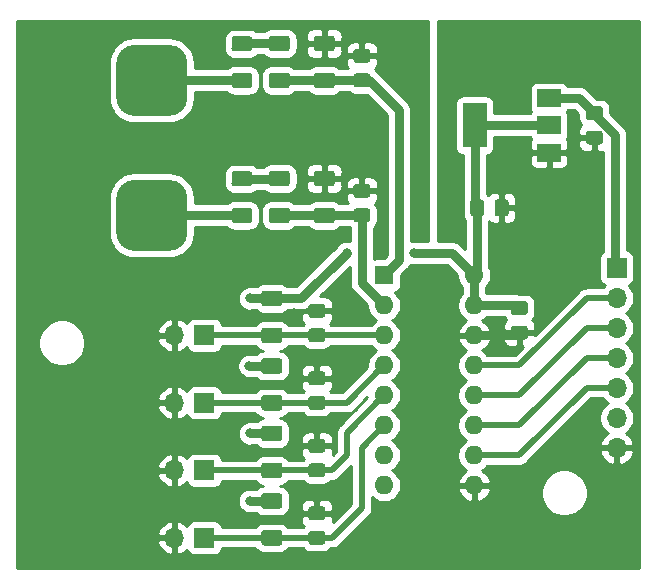
<source format=gbr>
%TF.GenerationSoftware,KiCad,Pcbnew,(5.1.10)-1*%
%TF.CreationDate,2021-11-15T08:23:04-05:00*%
%TF.ProjectId,Telem Board,54656c65-6d20-4426-9f61-72642e6b6963,rev?*%
%TF.SameCoordinates,Original*%
%TF.FileFunction,Copper,L1,Top*%
%TF.FilePolarity,Positive*%
%FSLAX46Y46*%
G04 Gerber Fmt 4.6, Leading zero omitted, Abs format (unit mm)*
G04 Created by KiCad (PCBNEW (5.1.10)-1) date 2021-11-15 08:23:04*
%MOMM*%
%LPD*%
G01*
G04 APERTURE LIST*
%TA.AperFunction,ComponentPad*%
%ADD10C,6.000000*%
%TD*%
%TA.AperFunction,ComponentPad*%
%ADD11O,1.600000X1.600000*%
%TD*%
%TA.AperFunction,ComponentPad*%
%ADD12R,1.600000X1.600000*%
%TD*%
%TA.AperFunction,SMDPad,CuDef*%
%ADD13R,2.000000X1.500000*%
%TD*%
%TA.AperFunction,SMDPad,CuDef*%
%ADD14R,2.000000X3.800000*%
%TD*%
%TA.AperFunction,ComponentPad*%
%ADD15O,1.700000X1.700000*%
%TD*%
%TA.AperFunction,ComponentPad*%
%ADD16R,1.700000X1.700000*%
%TD*%
%TA.AperFunction,ViaPad*%
%ADD17C,0.800000*%
%TD*%
%TA.AperFunction,Conductor*%
%ADD18C,0.762000*%
%TD*%
%TA.AperFunction,Conductor*%
%ADD19C,0.508000*%
%TD*%
%TA.AperFunction,Conductor*%
%ADD20C,0.254000*%
%TD*%
%TA.AperFunction,Conductor*%
%ADD21C,0.100000*%
%TD*%
G04 APERTURE END LIST*
%TO.P,F2,2*%
%TO.N,Net-(F2-Pad2)*%
%TA.AperFunction,SMDPad,CuDef*%
G36*
G01*
X146695000Y-80630000D02*
X147945000Y-80630000D01*
G75*
G02*
X148195000Y-80880000I0J-250000D01*
G01*
X148195000Y-81680000D01*
G75*
G02*
X147945000Y-81930000I-250000J0D01*
G01*
X146695000Y-81930000D01*
G75*
G02*
X146445000Y-81680000I0J250000D01*
G01*
X146445000Y-80880000D01*
G75*
G02*
X146695000Y-80630000I250000J0D01*
G01*
G37*
%TD.AperFunction*%
%TO.P,F2,1*%
%TO.N,Net-(F2-Pad1)*%
%TA.AperFunction,SMDPad,CuDef*%
G36*
G01*
X146695000Y-77530000D02*
X147945000Y-77530000D01*
G75*
G02*
X148195000Y-77780000I0J-250000D01*
G01*
X148195000Y-78580000D01*
G75*
G02*
X147945000Y-78830000I-250000J0D01*
G01*
X146695000Y-78830000D01*
G75*
G02*
X146445000Y-78580000I0J250000D01*
G01*
X146445000Y-77780000D01*
G75*
G02*
X146695000Y-77530000I250000J0D01*
G01*
G37*
%TD.AperFunction*%
%TD*%
%TO.P,F1,2*%
%TO.N,Net-(F1-Pad2)*%
%TA.AperFunction,SMDPad,CuDef*%
G36*
G01*
X146695000Y-69200000D02*
X147945000Y-69200000D01*
G75*
G02*
X148195000Y-69450000I0J-250000D01*
G01*
X148195000Y-70250000D01*
G75*
G02*
X147945000Y-70500000I-250000J0D01*
G01*
X146695000Y-70500000D01*
G75*
G02*
X146445000Y-70250000I0J250000D01*
G01*
X146445000Y-69450000D01*
G75*
G02*
X146695000Y-69200000I250000J0D01*
G01*
G37*
%TD.AperFunction*%
%TO.P,F1,1*%
%TO.N,Net-(F1-Pad1)*%
%TA.AperFunction,SMDPad,CuDef*%
G36*
G01*
X146695000Y-66100000D02*
X147945000Y-66100000D01*
G75*
G02*
X148195000Y-66350000I0J-250000D01*
G01*
X148195000Y-67150000D01*
G75*
G02*
X147945000Y-67400000I-250000J0D01*
G01*
X146695000Y-67400000D01*
G75*
G02*
X146445000Y-67150000I0J250000D01*
G01*
X146445000Y-66350000D01*
G75*
G02*
X146695000Y-66100000I250000J0D01*
G01*
G37*
%TD.AperFunction*%
%TD*%
%TO.P,R8,2*%
%TO.N,GNDA*%
%TA.AperFunction,SMDPad,CuDef*%
G36*
G01*
X154955002Y-78817500D02*
X153654998Y-78817500D01*
G75*
G02*
X153405000Y-78567502I0J249998D01*
G01*
X153405000Y-77742498D01*
G75*
G02*
X153654998Y-77492500I249998J0D01*
G01*
X154955002Y-77492500D01*
G75*
G02*
X155205000Y-77742498I0J-249998D01*
G01*
X155205000Y-78567502D01*
G75*
G02*
X154955002Y-78817500I-249998J0D01*
G01*
G37*
%TD.AperFunction*%
%TO.P,R8,1*%
%TO.N,/CH1*%
%TA.AperFunction,SMDPad,CuDef*%
G36*
G01*
X154955002Y-81942500D02*
X153654998Y-81942500D01*
G75*
G02*
X153405000Y-81692502I0J249998D01*
G01*
X153405000Y-80867498D01*
G75*
G02*
X153654998Y-80617500I249998J0D01*
G01*
X154955002Y-80617500D01*
G75*
G02*
X155205000Y-80867498I0J-249998D01*
G01*
X155205000Y-81692502D01*
G75*
G02*
X154955002Y-81942500I-249998J0D01*
G01*
G37*
%TD.AperFunction*%
%TD*%
%TO.P,R7,2*%
%TO.N,/CH1*%
%TA.AperFunction,SMDPad,CuDef*%
G36*
G01*
X149844998Y-80617500D02*
X151145002Y-80617500D01*
G75*
G02*
X151395000Y-80867498I0J-249998D01*
G01*
X151395000Y-81692502D01*
G75*
G02*
X151145002Y-81942500I-249998J0D01*
G01*
X149844998Y-81942500D01*
G75*
G02*
X149595000Y-81692502I0J249998D01*
G01*
X149595000Y-80867498D01*
G75*
G02*
X149844998Y-80617500I249998J0D01*
G01*
G37*
%TD.AperFunction*%
%TO.P,R7,1*%
%TO.N,Net-(F2-Pad1)*%
%TA.AperFunction,SMDPad,CuDef*%
G36*
G01*
X149844998Y-77492500D02*
X151145002Y-77492500D01*
G75*
G02*
X151395000Y-77742498I0J-249998D01*
G01*
X151395000Y-78567502D01*
G75*
G02*
X151145002Y-78817500I-249998J0D01*
G01*
X149844998Y-78817500D01*
G75*
G02*
X149595000Y-78567502I0J249998D01*
G01*
X149595000Y-77742498D01*
G75*
G02*
X149844998Y-77492500I249998J0D01*
G01*
G37*
%TD.AperFunction*%
%TD*%
%TO.P,J7,1*%
%TO.N,Net-(F2-Pad2)*%
%TA.AperFunction,ComponentPad*%
G36*
G01*
X142700000Y-79780000D02*
X142700000Y-82780000D01*
G75*
G02*
X141200000Y-84280000I-1500000J0D01*
G01*
X138200000Y-84280000D01*
G75*
G02*
X136700000Y-82780000I0J1500000D01*
G01*
X136700000Y-79780000D01*
G75*
G02*
X138200000Y-78280000I1500000J0D01*
G01*
X141200000Y-78280000D01*
G75*
G02*
X142700000Y-79780000I0J-1500000D01*
G01*
G37*
%TD.AperFunction*%
D10*
%TO.P,J7,2*%
%TO.N,GNDA*%
X132500000Y-81280000D03*
%TD*%
%TO.P,C9,2*%
%TO.N,GNDA*%
%TA.AperFunction,SMDPad,CuDef*%
G36*
G01*
X157955000Y-79792500D02*
X157005000Y-79792500D01*
G75*
G02*
X156755000Y-79542500I0J250000D01*
G01*
X156755000Y-78867500D01*
G75*
G02*
X157005000Y-78617500I250000J0D01*
G01*
X157955000Y-78617500D01*
G75*
G02*
X158205000Y-78867500I0J-250000D01*
G01*
X158205000Y-79542500D01*
G75*
G02*
X157955000Y-79792500I-250000J0D01*
G01*
G37*
%TD.AperFunction*%
%TO.P,C9,1*%
%TO.N,/CH1*%
%TA.AperFunction,SMDPad,CuDef*%
G36*
G01*
X157955000Y-81867500D02*
X157005000Y-81867500D01*
G75*
G02*
X156755000Y-81617500I0J250000D01*
G01*
X156755000Y-80942500D01*
G75*
G02*
X157005000Y-80692500I250000J0D01*
G01*
X157955000Y-80692500D01*
G75*
G02*
X158205000Y-80942500I0J-250000D01*
G01*
X158205000Y-81617500D01*
G75*
G02*
X157955000Y-81867500I-250000J0D01*
G01*
G37*
%TD.AperFunction*%
%TD*%
D11*
%TO.P,U2,16*%
%TO.N,+3V3*%
X167005000Y-86360000D03*
%TO.P,U2,8*%
%TO.N,N/C*%
X159385000Y-104140000D03*
%TO.P,U2,15*%
%TO.N,+3V3*%
X167005000Y-88900000D03*
%TO.P,U2,7*%
%TO.N,N/C*%
X159385000Y-101600000D03*
%TO.P,U2,14*%
%TO.N,GNDA*%
X167005000Y-91440000D03*
%TO.P,U2,6*%
%TO.N,/CH5*%
X159385000Y-99060000D03*
%TO.P,U2,13*%
%TO.N,/SPI_SCK*%
X167005000Y-93980000D03*
%TO.P,U2,5*%
%TO.N,/CH4*%
X159385000Y-96520000D03*
%TO.P,U2,12*%
%TO.N,/SPI_MISO*%
X167005000Y-96520000D03*
%TO.P,U2,4*%
%TO.N,/CH3*%
X159385000Y-93980000D03*
%TO.P,U2,11*%
%TO.N,/SPI_MOSI*%
X167005000Y-99060000D03*
%TO.P,U2,3*%
%TO.N,/CH2*%
X159385000Y-91440000D03*
%TO.P,U2,10*%
%TO.N,/ADC_CS*%
X167005000Y-101600000D03*
%TO.P,U2,2*%
%TO.N,/CH1*%
X159385000Y-88900000D03*
%TO.P,U2,9*%
%TO.N,GNDA*%
X167005000Y-104140000D03*
D12*
%TO.P,U2,1*%
%TO.N,/CH0*%
X159385000Y-86360000D03*
%TD*%
D13*
%TO.P,U1,1*%
%TO.N,GNDA*%
X173330000Y-75960000D03*
%TO.P,U1,3*%
%TO.N,+5V*%
X173330000Y-71360000D03*
%TO.P,U1,2*%
%TO.N,+3V3*%
X173330000Y-73660000D03*
D14*
X167030000Y-73660000D03*
%TD*%
%TO.P,R6,2*%
%TO.N,GNDA*%
%TA.AperFunction,SMDPad,CuDef*%
G36*
G01*
X154955002Y-67387500D02*
X153654998Y-67387500D01*
G75*
G02*
X153405000Y-67137502I0J249998D01*
G01*
X153405000Y-66312498D01*
G75*
G02*
X153654998Y-66062500I249998J0D01*
G01*
X154955002Y-66062500D01*
G75*
G02*
X155205000Y-66312498I0J-249998D01*
G01*
X155205000Y-67137502D01*
G75*
G02*
X154955002Y-67387500I-249998J0D01*
G01*
G37*
%TD.AperFunction*%
%TO.P,R6,1*%
%TO.N,/CH0*%
%TA.AperFunction,SMDPad,CuDef*%
G36*
G01*
X154955002Y-70512500D02*
X153654998Y-70512500D01*
G75*
G02*
X153405000Y-70262502I0J249998D01*
G01*
X153405000Y-69437498D01*
G75*
G02*
X153654998Y-69187500I249998J0D01*
G01*
X154955002Y-69187500D01*
G75*
G02*
X155205000Y-69437498I0J-249998D01*
G01*
X155205000Y-70262502D01*
G75*
G02*
X154955002Y-70512500I-249998J0D01*
G01*
G37*
%TD.AperFunction*%
%TD*%
%TO.P,R5,2*%
%TO.N,/CH0*%
%TA.AperFunction,SMDPad,CuDef*%
G36*
G01*
X149844998Y-69187500D02*
X151145002Y-69187500D01*
G75*
G02*
X151395000Y-69437498I0J-249998D01*
G01*
X151395000Y-70262502D01*
G75*
G02*
X151145002Y-70512500I-249998J0D01*
G01*
X149844998Y-70512500D01*
G75*
G02*
X149595000Y-70262502I0J249998D01*
G01*
X149595000Y-69437498D01*
G75*
G02*
X149844998Y-69187500I249998J0D01*
G01*
G37*
%TD.AperFunction*%
%TO.P,R5,1*%
%TO.N,Net-(F1-Pad1)*%
%TA.AperFunction,SMDPad,CuDef*%
G36*
G01*
X149844998Y-66062500D02*
X151145002Y-66062500D01*
G75*
G02*
X151395000Y-66312498I0J-249998D01*
G01*
X151395000Y-67137502D01*
G75*
G02*
X151145002Y-67387500I-249998J0D01*
G01*
X149844998Y-67387500D01*
G75*
G02*
X149595000Y-67137502I0J249998D01*
G01*
X149595000Y-66312498D01*
G75*
G02*
X149844998Y-66062500I249998J0D01*
G01*
G37*
%TD.AperFunction*%
%TD*%
%TO.P,R4,2*%
%TO.N,/CH5*%
%TA.AperFunction,SMDPad,CuDef*%
G36*
G01*
X149209998Y-107922500D02*
X150510002Y-107922500D01*
G75*
G02*
X150760000Y-108172498I0J-249998D01*
G01*
X150760000Y-108997502D01*
G75*
G02*
X150510002Y-109247500I-249998J0D01*
G01*
X149209998Y-109247500D01*
G75*
G02*
X148960000Y-108997502I0J249998D01*
G01*
X148960000Y-108172498D01*
G75*
G02*
X149209998Y-107922500I249998J0D01*
G01*
G37*
%TD.AperFunction*%
%TO.P,R4,1*%
%TO.N,+3V3*%
%TA.AperFunction,SMDPad,CuDef*%
G36*
G01*
X149209998Y-104797500D02*
X150510002Y-104797500D01*
G75*
G02*
X150760000Y-105047498I0J-249998D01*
G01*
X150760000Y-105872502D01*
G75*
G02*
X150510002Y-106122500I-249998J0D01*
G01*
X149209998Y-106122500D01*
G75*
G02*
X148960000Y-105872502I0J249998D01*
G01*
X148960000Y-105047498D01*
G75*
G02*
X149209998Y-104797500I249998J0D01*
G01*
G37*
%TD.AperFunction*%
%TD*%
%TO.P,R3,2*%
%TO.N,/CH4*%
%TA.AperFunction,SMDPad,CuDef*%
G36*
G01*
X149209998Y-102207500D02*
X150510002Y-102207500D01*
G75*
G02*
X150760000Y-102457498I0J-249998D01*
G01*
X150760000Y-103282502D01*
G75*
G02*
X150510002Y-103532500I-249998J0D01*
G01*
X149209998Y-103532500D01*
G75*
G02*
X148960000Y-103282502I0J249998D01*
G01*
X148960000Y-102457498D01*
G75*
G02*
X149209998Y-102207500I249998J0D01*
G01*
G37*
%TD.AperFunction*%
%TO.P,R3,1*%
%TO.N,+3V3*%
%TA.AperFunction,SMDPad,CuDef*%
G36*
G01*
X149209998Y-99082500D02*
X150510002Y-99082500D01*
G75*
G02*
X150760000Y-99332498I0J-249998D01*
G01*
X150760000Y-100157502D01*
G75*
G02*
X150510002Y-100407500I-249998J0D01*
G01*
X149209998Y-100407500D01*
G75*
G02*
X148960000Y-100157502I0J249998D01*
G01*
X148960000Y-99332498D01*
G75*
G02*
X149209998Y-99082500I249998J0D01*
G01*
G37*
%TD.AperFunction*%
%TD*%
%TO.P,R2,2*%
%TO.N,/CH3*%
%TA.AperFunction,SMDPad,CuDef*%
G36*
G01*
X149209998Y-96492500D02*
X150510002Y-96492500D01*
G75*
G02*
X150760000Y-96742498I0J-249998D01*
G01*
X150760000Y-97567502D01*
G75*
G02*
X150510002Y-97817500I-249998J0D01*
G01*
X149209998Y-97817500D01*
G75*
G02*
X148960000Y-97567502I0J249998D01*
G01*
X148960000Y-96742498D01*
G75*
G02*
X149209998Y-96492500I249998J0D01*
G01*
G37*
%TD.AperFunction*%
%TO.P,R2,1*%
%TO.N,+3V3*%
%TA.AperFunction,SMDPad,CuDef*%
G36*
G01*
X149209998Y-93367500D02*
X150510002Y-93367500D01*
G75*
G02*
X150760000Y-93617498I0J-249998D01*
G01*
X150760000Y-94442502D01*
G75*
G02*
X150510002Y-94692500I-249998J0D01*
G01*
X149209998Y-94692500D01*
G75*
G02*
X148960000Y-94442502I0J249998D01*
G01*
X148960000Y-93617498D01*
G75*
G02*
X149209998Y-93367500I249998J0D01*
G01*
G37*
%TD.AperFunction*%
%TD*%
%TO.P,R1,2*%
%TO.N,/CH2*%
%TA.AperFunction,SMDPad,CuDef*%
G36*
G01*
X149209998Y-90777500D02*
X150510002Y-90777500D01*
G75*
G02*
X150760000Y-91027498I0J-249998D01*
G01*
X150760000Y-91852502D01*
G75*
G02*
X150510002Y-92102500I-249998J0D01*
G01*
X149209998Y-92102500D01*
G75*
G02*
X148960000Y-91852502I0J249998D01*
G01*
X148960000Y-91027498D01*
G75*
G02*
X149209998Y-90777500I249998J0D01*
G01*
G37*
%TD.AperFunction*%
%TO.P,R1,1*%
%TO.N,+3V3*%
%TA.AperFunction,SMDPad,CuDef*%
G36*
G01*
X149209998Y-87652500D02*
X150510002Y-87652500D01*
G75*
G02*
X150760000Y-87902498I0J-249998D01*
G01*
X150760000Y-88727502D01*
G75*
G02*
X150510002Y-88977500I-249998J0D01*
G01*
X149209998Y-88977500D01*
G75*
G02*
X148960000Y-88727502I0J249998D01*
G01*
X148960000Y-87902498D01*
G75*
G02*
X149209998Y-87652500I249998J0D01*
G01*
G37*
%TD.AperFunction*%
%TD*%
%TO.P,J6,1*%
%TO.N,Net-(F1-Pad2)*%
%TA.AperFunction,ComponentPad*%
G36*
G01*
X142700000Y-68350000D02*
X142700000Y-71350000D01*
G75*
G02*
X141200000Y-72850000I-1500000J0D01*
G01*
X138200000Y-72850000D01*
G75*
G02*
X136700000Y-71350000I0J1500000D01*
G01*
X136700000Y-68350000D01*
G75*
G02*
X138200000Y-66850000I1500000J0D01*
G01*
X141200000Y-66850000D01*
G75*
G02*
X142700000Y-68350000I0J-1500000D01*
G01*
G37*
%TD.AperFunction*%
D10*
%TO.P,J6,2*%
%TO.N,GNDA*%
X132500000Y-69850000D03*
%TD*%
D15*
%TO.P,J5,2*%
%TO.N,GNDA*%
X141605000Y-108585000D03*
D16*
%TO.P,J5,1*%
%TO.N,/CH5*%
X144145000Y-108585000D03*
%TD*%
D15*
%TO.P,J4,2*%
%TO.N,GNDA*%
X141605000Y-102870000D03*
D16*
%TO.P,J4,1*%
%TO.N,/CH4*%
X144145000Y-102870000D03*
%TD*%
D15*
%TO.P,J3,2*%
%TO.N,GNDA*%
X141605000Y-97155000D03*
D16*
%TO.P,J3,1*%
%TO.N,/CH3*%
X144145000Y-97155000D03*
%TD*%
D15*
%TO.P,J2,2*%
%TO.N,GNDA*%
X141605000Y-91440000D03*
D16*
%TO.P,J2,1*%
%TO.N,/CH2*%
X144145000Y-91440000D03*
%TD*%
D15*
%TO.P,J1,7*%
%TO.N,GNDA*%
X179070000Y-100965000D03*
%TO.P,J1,6*%
%TO.N,N/C*%
X179070000Y-98425000D03*
%TO.P,J1,5*%
%TO.N,/ADC_CS*%
X179070000Y-95885000D03*
%TO.P,J1,4*%
%TO.N,/SPI_MOSI*%
X179070000Y-93345000D03*
%TO.P,J1,3*%
%TO.N,/SPI_MISO*%
X179070000Y-90805000D03*
%TO.P,J1,2*%
%TO.N,/SPI_SCK*%
X179070000Y-88265000D03*
D16*
%TO.P,J1,1*%
%TO.N,+5V*%
X179070000Y-85725000D03*
%TD*%
%TO.P,C8,2*%
%TO.N,GNDA*%
%TA.AperFunction,SMDPad,CuDef*%
G36*
G01*
X170340000Y-90620000D02*
X171290000Y-90620000D01*
G75*
G02*
X171540000Y-90870000I0J-250000D01*
G01*
X171540000Y-91545000D01*
G75*
G02*
X171290000Y-91795000I-250000J0D01*
G01*
X170340000Y-91795000D01*
G75*
G02*
X170090000Y-91545000I0J250000D01*
G01*
X170090000Y-90870000D01*
G75*
G02*
X170340000Y-90620000I250000J0D01*
G01*
G37*
%TD.AperFunction*%
%TO.P,C8,1*%
%TO.N,+3V3*%
%TA.AperFunction,SMDPad,CuDef*%
G36*
G01*
X170340000Y-88545000D02*
X171290000Y-88545000D01*
G75*
G02*
X171540000Y-88795000I0J-250000D01*
G01*
X171540000Y-89470000D01*
G75*
G02*
X171290000Y-89720000I-250000J0D01*
G01*
X170340000Y-89720000D01*
G75*
G02*
X170090000Y-89470000I0J250000D01*
G01*
X170090000Y-88795000D01*
G75*
G02*
X170340000Y-88545000I250000J0D01*
G01*
G37*
%TD.AperFunction*%
%TD*%
%TO.P,C7,2*%
%TO.N,GNDA*%
%TA.AperFunction,SMDPad,CuDef*%
G36*
G01*
X176690000Y-74110000D02*
X177640000Y-74110000D01*
G75*
G02*
X177890000Y-74360000I0J-250000D01*
G01*
X177890000Y-75035000D01*
G75*
G02*
X177640000Y-75285000I-250000J0D01*
G01*
X176690000Y-75285000D01*
G75*
G02*
X176440000Y-75035000I0J250000D01*
G01*
X176440000Y-74360000D01*
G75*
G02*
X176690000Y-74110000I250000J0D01*
G01*
G37*
%TD.AperFunction*%
%TO.P,C7,1*%
%TO.N,+5V*%
%TA.AperFunction,SMDPad,CuDef*%
G36*
G01*
X176690000Y-72035000D02*
X177640000Y-72035000D01*
G75*
G02*
X177890000Y-72285000I0J-250000D01*
G01*
X177890000Y-72960000D01*
G75*
G02*
X177640000Y-73210000I-250000J0D01*
G01*
X176690000Y-73210000D01*
G75*
G02*
X176440000Y-72960000I0J250000D01*
G01*
X176440000Y-72285000D01*
G75*
G02*
X176690000Y-72035000I250000J0D01*
G01*
G37*
%TD.AperFunction*%
%TD*%
%TO.P,C6,2*%
%TO.N,GNDA*%
%TA.AperFunction,SMDPad,CuDef*%
G36*
G01*
X168725000Y-81120000D02*
X168725000Y-80170000D01*
G75*
G02*
X168975000Y-79920000I250000J0D01*
G01*
X169650000Y-79920000D01*
G75*
G02*
X169900000Y-80170000I0J-250000D01*
G01*
X169900000Y-81120000D01*
G75*
G02*
X169650000Y-81370000I-250000J0D01*
G01*
X168975000Y-81370000D01*
G75*
G02*
X168725000Y-81120000I0J250000D01*
G01*
G37*
%TD.AperFunction*%
%TO.P,C6,1*%
%TO.N,+3V3*%
%TA.AperFunction,SMDPad,CuDef*%
G36*
G01*
X166650000Y-81120000D02*
X166650000Y-80170000D01*
G75*
G02*
X166900000Y-79920000I250000J0D01*
G01*
X167575000Y-79920000D01*
G75*
G02*
X167825000Y-80170000I0J-250000D01*
G01*
X167825000Y-81120000D01*
G75*
G02*
X167575000Y-81370000I-250000J0D01*
G01*
X166900000Y-81370000D01*
G75*
G02*
X166650000Y-81120000I0J250000D01*
G01*
G37*
%TD.AperFunction*%
%TD*%
%TO.P,C5,2*%
%TO.N,GNDA*%
%TA.AperFunction,SMDPad,CuDef*%
G36*
G01*
X157955000Y-68362500D02*
X157005000Y-68362500D01*
G75*
G02*
X156755000Y-68112500I0J250000D01*
G01*
X156755000Y-67437500D01*
G75*
G02*
X157005000Y-67187500I250000J0D01*
G01*
X157955000Y-67187500D01*
G75*
G02*
X158205000Y-67437500I0J-250000D01*
G01*
X158205000Y-68112500D01*
G75*
G02*
X157955000Y-68362500I-250000J0D01*
G01*
G37*
%TD.AperFunction*%
%TO.P,C5,1*%
%TO.N,/CH0*%
%TA.AperFunction,SMDPad,CuDef*%
G36*
G01*
X157955000Y-70437500D02*
X157005000Y-70437500D01*
G75*
G02*
X156755000Y-70187500I0J250000D01*
G01*
X156755000Y-69512500D01*
G75*
G02*
X157005000Y-69262500I250000J0D01*
G01*
X157955000Y-69262500D01*
G75*
G02*
X158205000Y-69512500I0J-250000D01*
G01*
X158205000Y-70187500D01*
G75*
G02*
X157955000Y-70437500I-250000J0D01*
G01*
G37*
%TD.AperFunction*%
%TD*%
%TO.P,C4,2*%
%TO.N,GNDA*%
%TA.AperFunction,SMDPad,CuDef*%
G36*
G01*
X154145000Y-107097500D02*
X153195000Y-107097500D01*
G75*
G02*
X152945000Y-106847500I0J250000D01*
G01*
X152945000Y-106172500D01*
G75*
G02*
X153195000Y-105922500I250000J0D01*
G01*
X154145000Y-105922500D01*
G75*
G02*
X154395000Y-106172500I0J-250000D01*
G01*
X154395000Y-106847500D01*
G75*
G02*
X154145000Y-107097500I-250000J0D01*
G01*
G37*
%TD.AperFunction*%
%TO.P,C4,1*%
%TO.N,/CH5*%
%TA.AperFunction,SMDPad,CuDef*%
G36*
G01*
X154145000Y-109172500D02*
X153195000Y-109172500D01*
G75*
G02*
X152945000Y-108922500I0J250000D01*
G01*
X152945000Y-108247500D01*
G75*
G02*
X153195000Y-107997500I250000J0D01*
G01*
X154145000Y-107997500D01*
G75*
G02*
X154395000Y-108247500I0J-250000D01*
G01*
X154395000Y-108922500D01*
G75*
G02*
X154145000Y-109172500I-250000J0D01*
G01*
G37*
%TD.AperFunction*%
%TD*%
%TO.P,C3,2*%
%TO.N,GNDA*%
%TA.AperFunction,SMDPad,CuDef*%
G36*
G01*
X154145000Y-101382500D02*
X153195000Y-101382500D01*
G75*
G02*
X152945000Y-101132500I0J250000D01*
G01*
X152945000Y-100457500D01*
G75*
G02*
X153195000Y-100207500I250000J0D01*
G01*
X154145000Y-100207500D01*
G75*
G02*
X154395000Y-100457500I0J-250000D01*
G01*
X154395000Y-101132500D01*
G75*
G02*
X154145000Y-101382500I-250000J0D01*
G01*
G37*
%TD.AperFunction*%
%TO.P,C3,1*%
%TO.N,/CH4*%
%TA.AperFunction,SMDPad,CuDef*%
G36*
G01*
X154145000Y-103457500D02*
X153195000Y-103457500D01*
G75*
G02*
X152945000Y-103207500I0J250000D01*
G01*
X152945000Y-102532500D01*
G75*
G02*
X153195000Y-102282500I250000J0D01*
G01*
X154145000Y-102282500D01*
G75*
G02*
X154395000Y-102532500I0J-250000D01*
G01*
X154395000Y-103207500D01*
G75*
G02*
X154145000Y-103457500I-250000J0D01*
G01*
G37*
%TD.AperFunction*%
%TD*%
%TO.P,C2,2*%
%TO.N,GNDA*%
%TA.AperFunction,SMDPad,CuDef*%
G36*
G01*
X154145000Y-95667500D02*
X153195000Y-95667500D01*
G75*
G02*
X152945000Y-95417500I0J250000D01*
G01*
X152945000Y-94742500D01*
G75*
G02*
X153195000Y-94492500I250000J0D01*
G01*
X154145000Y-94492500D01*
G75*
G02*
X154395000Y-94742500I0J-250000D01*
G01*
X154395000Y-95417500D01*
G75*
G02*
X154145000Y-95667500I-250000J0D01*
G01*
G37*
%TD.AperFunction*%
%TO.P,C2,1*%
%TO.N,/CH3*%
%TA.AperFunction,SMDPad,CuDef*%
G36*
G01*
X154145000Y-97742500D02*
X153195000Y-97742500D01*
G75*
G02*
X152945000Y-97492500I0J250000D01*
G01*
X152945000Y-96817500D01*
G75*
G02*
X153195000Y-96567500I250000J0D01*
G01*
X154145000Y-96567500D01*
G75*
G02*
X154395000Y-96817500I0J-250000D01*
G01*
X154395000Y-97492500D01*
G75*
G02*
X154145000Y-97742500I-250000J0D01*
G01*
G37*
%TD.AperFunction*%
%TD*%
%TO.P,C1,2*%
%TO.N,GNDA*%
%TA.AperFunction,SMDPad,CuDef*%
G36*
G01*
X154145000Y-89952500D02*
X153195000Y-89952500D01*
G75*
G02*
X152945000Y-89702500I0J250000D01*
G01*
X152945000Y-89027500D01*
G75*
G02*
X153195000Y-88777500I250000J0D01*
G01*
X154145000Y-88777500D01*
G75*
G02*
X154395000Y-89027500I0J-250000D01*
G01*
X154395000Y-89702500D01*
G75*
G02*
X154145000Y-89952500I-250000J0D01*
G01*
G37*
%TD.AperFunction*%
%TO.P,C1,1*%
%TO.N,/CH2*%
%TA.AperFunction,SMDPad,CuDef*%
G36*
G01*
X154145000Y-92027500D02*
X153195000Y-92027500D01*
G75*
G02*
X152945000Y-91777500I0J250000D01*
G01*
X152945000Y-91102500D01*
G75*
G02*
X153195000Y-90852500I250000J0D01*
G01*
X154145000Y-90852500D01*
G75*
G02*
X154395000Y-91102500I0J-250000D01*
G01*
X154395000Y-91777500D01*
G75*
G02*
X154145000Y-92027500I-250000J0D01*
G01*
G37*
%TD.AperFunction*%
%TD*%
D17*
%TO.N,GNDA*%
X151765000Y-89535000D03*
X151765000Y-95250000D03*
X151765000Y-100965000D03*
X151765000Y-106680000D03*
%TO.N,+3V3*%
X148005000Y-88315000D03*
X147955000Y-94030000D03*
X148005000Y-99745000D03*
X148005000Y-105460000D03*
X156210000Y-84455000D03*
X161925000Y-84455000D03*
%TD*%
D18*
%TO.N,GNDA*%
X170582500Y-91440000D02*
X170815000Y-91207500D01*
X167005000Y-91440000D02*
X170582500Y-91440000D01*
D19*
%TO.N,/CH2*%
X144145000Y-91440000D02*
X159385000Y-91440000D01*
%TO.N,/CH3*%
X156210000Y-97155000D02*
X159385000Y-93980000D01*
X144145000Y-97155000D02*
X156210000Y-97155000D01*
%TO.N,/CH4*%
X144145000Y-102870000D02*
X153670000Y-102870000D01*
X153670000Y-102870000D02*
X154940000Y-102870000D01*
X154940000Y-102870000D02*
X156210000Y-101600000D01*
X156210000Y-99695000D02*
X159385000Y-96520000D01*
X156210000Y-101600000D02*
X156210000Y-99695000D01*
%TO.N,/CH5*%
X153403122Y-108585000D02*
X153670000Y-108585000D01*
X144145000Y-108585000D02*
X153403122Y-108585000D01*
X157480000Y-106045000D02*
X157480000Y-100965000D01*
X154940000Y-108585000D02*
X157480000Y-106045000D01*
X153670000Y-108585000D02*
X154940000Y-108585000D01*
X157480000Y-100965000D02*
X159385000Y-99060000D01*
D18*
%TO.N,/CH0*%
X160655000Y-72390000D02*
X160655000Y-85090000D01*
X158115000Y-69850000D02*
X160655000Y-72390000D01*
X160655000Y-85090000D02*
X159385000Y-86360000D01*
X150152500Y-69850000D02*
X158115000Y-69850000D01*
%TO.N,+3V3*%
X173330000Y-73660000D02*
X167030000Y-73660000D01*
X167030000Y-80437500D02*
X167237500Y-80645000D01*
X167030000Y-73660000D02*
X167030000Y-80437500D01*
X167237500Y-86127500D02*
X167005000Y-86360000D01*
X167237500Y-80645000D02*
X167237500Y-86127500D01*
X167005000Y-86360000D02*
X167005000Y-88900000D01*
X170582500Y-88900000D02*
X170815000Y-89132500D01*
X167005000Y-88900000D02*
X170582500Y-88900000D01*
X149860000Y-99745000D02*
X148005000Y-99745000D01*
X149860000Y-105460000D02*
X148005000Y-105460000D01*
X149860000Y-94030000D02*
X147955000Y-94030000D01*
X149860000Y-88315000D02*
X148005000Y-88315000D01*
X148005000Y-88315000D02*
X148005000Y-88315000D01*
X147955000Y-94030000D02*
X147955000Y-94030000D01*
X148005000Y-99745000D02*
X148005000Y-99745000D01*
X148005000Y-105460000D02*
X148005000Y-105460000D01*
X149860000Y-88315000D02*
X152350000Y-88315000D01*
X152350000Y-88315000D02*
X156210000Y-84455000D01*
X165100000Y-84455000D02*
X161925000Y-84455000D01*
X167005000Y-86360000D02*
X165100000Y-84455000D01*
%TO.N,+5V*%
X175902500Y-71360000D02*
X173330000Y-71360000D01*
X177165000Y-72622500D02*
X175902500Y-71360000D01*
X177165000Y-72709772D02*
X177165000Y-72622500D01*
X178910114Y-74454886D02*
X177165000Y-72709772D01*
X178910114Y-85565114D02*
X178910114Y-74454886D01*
X179070000Y-85725000D02*
X178910114Y-85565114D01*
D19*
%TO.N,/ADC_CS*%
X176530000Y-95885000D02*
X179070000Y-95885000D01*
X170815000Y-101600000D02*
X176530000Y-95885000D01*
X167005000Y-101600000D02*
X170815000Y-101600000D01*
%TO.N,/SPI_MOSI*%
X170815000Y-99060000D02*
X176530000Y-93345000D01*
X176530000Y-93345000D02*
X179070000Y-93345000D01*
X167005000Y-99060000D02*
X170815000Y-99060000D01*
%TO.N,/SPI_MISO*%
X176530000Y-90805000D02*
X179070000Y-90805000D01*
X170815000Y-96520000D02*
X176530000Y-90805000D01*
X167005000Y-96520000D02*
X170815000Y-96520000D01*
%TO.N,/SPI_SCK*%
X176530000Y-88265000D02*
X179070000Y-88265000D01*
X170815000Y-93980000D02*
X176530000Y-88265000D01*
X167005000Y-93980000D02*
X170815000Y-93980000D01*
D18*
%TO.N,/CH1*%
X150152500Y-81280000D02*
X157480000Y-81280000D01*
X157480000Y-86995000D02*
X159385000Y-88900000D01*
X157480000Y-81280000D02*
X157480000Y-86995000D01*
%TO.N,Net-(F1-Pad2)*%
X147320000Y-69850000D02*
X139700000Y-69850000D01*
%TO.N,Net-(F1-Pad1)*%
X147345000Y-66725000D02*
X147320000Y-66750000D01*
X150495000Y-66725000D02*
X147345000Y-66725000D01*
%TO.N,Net-(F2-Pad2)*%
X139700000Y-81280000D02*
X147320000Y-81280000D01*
%TO.N,Net-(F2-Pad1)*%
X150470000Y-78180000D02*
X150495000Y-78155000D01*
X147320000Y-78180000D02*
X150470000Y-78180000D01*
%TD*%
D20*
%TO.N,GNDA*%
X163068000Y-83439000D02*
X162122459Y-83439000D01*
X162026939Y-83420000D01*
X161823061Y-83420000D01*
X161671000Y-83450247D01*
X161671000Y-72439893D01*
X161675914Y-72389999D01*
X161671000Y-72340105D01*
X161671000Y-72340098D01*
X161656298Y-72190829D01*
X161598202Y-71999313D01*
X161503860Y-71822810D01*
X161376896Y-71668104D01*
X161338133Y-71636292D01*
X158868712Y-69166872D01*
X158836896Y-69128104D01*
X158682190Y-69001140D01*
X158675891Y-68997773D01*
X158582962Y-68884538D01*
X158576406Y-68879158D01*
X158656185Y-68813685D01*
X158735537Y-68716994D01*
X158794502Y-68606680D01*
X158830812Y-68486982D01*
X158843072Y-68362500D01*
X158840000Y-68060750D01*
X158681250Y-67902000D01*
X157607000Y-67902000D01*
X157607000Y-67922000D01*
X157353000Y-67922000D01*
X157353000Y-67902000D01*
X156278750Y-67902000D01*
X156120000Y-68060750D01*
X156116928Y-68362500D01*
X156129188Y-68486982D01*
X156165498Y-68606680D01*
X156224463Y-68716994D01*
X156303815Y-68813685D01*
X156328569Y-68834000D01*
X155603037Y-68834000D01*
X155582962Y-68809538D01*
X155448387Y-68699095D01*
X155294852Y-68617028D01*
X155128256Y-68566492D01*
X154955002Y-68549428D01*
X153654998Y-68549428D01*
X153481744Y-68566492D01*
X153315148Y-68617028D01*
X153161613Y-68699095D01*
X153027038Y-68809538D01*
X153006963Y-68834000D01*
X151793037Y-68834000D01*
X151772962Y-68809538D01*
X151638387Y-68699095D01*
X151484852Y-68617028D01*
X151318256Y-68566492D01*
X151145002Y-68549428D01*
X149844998Y-68549428D01*
X149671744Y-68566492D01*
X149505148Y-68617028D01*
X149351613Y-68699095D01*
X149217038Y-68809538D01*
X149106595Y-68944113D01*
X149024528Y-69097648D01*
X148973992Y-69264244D01*
X148956928Y-69437498D01*
X148956928Y-70262502D01*
X148973992Y-70435756D01*
X149024528Y-70602352D01*
X149106595Y-70755887D01*
X149217038Y-70890462D01*
X149351613Y-71000905D01*
X149505148Y-71082972D01*
X149671744Y-71133508D01*
X149844998Y-71150572D01*
X151145002Y-71150572D01*
X151318256Y-71133508D01*
X151484852Y-71082972D01*
X151638387Y-71000905D01*
X151772962Y-70890462D01*
X151793037Y-70866000D01*
X153006963Y-70866000D01*
X153027038Y-70890462D01*
X153161613Y-71000905D01*
X153315148Y-71082972D01*
X153481744Y-71133508D01*
X153654998Y-71150572D01*
X154955002Y-71150572D01*
X155128256Y-71133508D01*
X155294852Y-71082972D01*
X155448387Y-71000905D01*
X155582962Y-70890462D01*
X155603037Y-70866000D01*
X156438619Y-70866000D01*
X156511614Y-70925905D01*
X156665150Y-71007972D01*
X156831746Y-71058508D01*
X157005000Y-71075572D01*
X157903732Y-71075572D01*
X159639000Y-72810841D01*
X159639001Y-84669158D01*
X159386231Y-84921928D01*
X158585000Y-84921928D01*
X158496000Y-84930693D01*
X158496000Y-82316829D01*
X158582962Y-82245462D01*
X158693405Y-82110886D01*
X158775472Y-81957350D01*
X158826008Y-81790754D01*
X158843072Y-81617500D01*
X158843072Y-80942500D01*
X158826008Y-80769246D01*
X158775472Y-80602650D01*
X158693405Y-80449114D01*
X158582962Y-80314538D01*
X158576406Y-80309158D01*
X158656185Y-80243685D01*
X158735537Y-80146994D01*
X158794502Y-80036680D01*
X158830812Y-79916982D01*
X158843072Y-79792500D01*
X158840000Y-79490750D01*
X158681250Y-79332000D01*
X157607000Y-79332000D01*
X157607000Y-79352000D01*
X157353000Y-79352000D01*
X157353000Y-79332000D01*
X156278750Y-79332000D01*
X156120000Y-79490750D01*
X156116928Y-79792500D01*
X156129188Y-79916982D01*
X156165498Y-80036680D01*
X156224463Y-80146994D01*
X156303815Y-80243685D01*
X156328569Y-80264000D01*
X155603037Y-80264000D01*
X155582962Y-80239538D01*
X155448387Y-80129095D01*
X155294852Y-80047028D01*
X155128256Y-79996492D01*
X154955002Y-79979428D01*
X153654998Y-79979428D01*
X153481744Y-79996492D01*
X153315148Y-80047028D01*
X153161613Y-80129095D01*
X153027038Y-80239538D01*
X153006963Y-80264000D01*
X151793037Y-80264000D01*
X151772962Y-80239538D01*
X151638387Y-80129095D01*
X151484852Y-80047028D01*
X151318256Y-79996492D01*
X151145002Y-79979428D01*
X149844998Y-79979428D01*
X149671744Y-79996492D01*
X149505148Y-80047028D01*
X149351613Y-80129095D01*
X149217038Y-80239538D01*
X149106595Y-80374113D01*
X149024528Y-80527648D01*
X148973992Y-80694244D01*
X148956928Y-80867498D01*
X148956928Y-81692502D01*
X148973992Y-81865756D01*
X149024528Y-82032352D01*
X149106595Y-82185887D01*
X149217038Y-82320462D01*
X149351613Y-82430905D01*
X149505148Y-82512972D01*
X149671744Y-82563508D01*
X149844998Y-82580572D01*
X151145002Y-82580572D01*
X151318256Y-82563508D01*
X151484852Y-82512972D01*
X151638387Y-82430905D01*
X151772962Y-82320462D01*
X151793037Y-82296000D01*
X153006963Y-82296000D01*
X153027038Y-82320462D01*
X153161613Y-82430905D01*
X153315148Y-82512972D01*
X153481744Y-82563508D01*
X153654998Y-82580572D01*
X154955002Y-82580572D01*
X155128256Y-82563508D01*
X155294852Y-82512972D01*
X155448387Y-82430905D01*
X155582962Y-82320462D01*
X155603037Y-82296000D01*
X156438619Y-82296000D01*
X156464000Y-82316830D01*
X156464000Y-83450247D01*
X156311939Y-83420000D01*
X156108061Y-83420000D01*
X155908102Y-83459774D01*
X155719744Y-83537795D01*
X155550226Y-83651063D01*
X155406063Y-83795226D01*
X155351956Y-83876203D01*
X151929160Y-87299000D01*
X151158037Y-87299000D01*
X151137962Y-87274538D01*
X151003387Y-87164095D01*
X150849852Y-87082028D01*
X150683256Y-87031492D01*
X150510002Y-87014428D01*
X149209998Y-87014428D01*
X149036744Y-87031492D01*
X148870148Y-87082028D01*
X148716613Y-87164095D01*
X148582038Y-87274538D01*
X148561963Y-87299000D01*
X148202459Y-87299000D01*
X148106939Y-87280000D01*
X147903061Y-87280000D01*
X147703102Y-87319774D01*
X147514744Y-87397795D01*
X147345226Y-87511063D01*
X147201063Y-87655226D01*
X147087795Y-87824744D01*
X147009774Y-88013102D01*
X146970000Y-88213061D01*
X146970000Y-88416939D01*
X147009774Y-88616898D01*
X147087795Y-88805256D01*
X147201063Y-88974774D01*
X147345226Y-89118937D01*
X147514744Y-89232205D01*
X147703102Y-89310226D01*
X147903061Y-89350000D01*
X148106939Y-89350000D01*
X148202459Y-89331000D01*
X148561963Y-89331000D01*
X148582038Y-89355462D01*
X148716613Y-89465905D01*
X148870148Y-89547972D01*
X149036744Y-89598508D01*
X149209998Y-89615572D01*
X150510002Y-89615572D01*
X150683256Y-89598508D01*
X150849852Y-89547972D01*
X151003387Y-89465905D01*
X151137962Y-89355462D01*
X151158037Y-89331000D01*
X152300098Y-89331000D01*
X152350000Y-89335915D01*
X152399902Y-89331000D01*
X152549171Y-89316298D01*
X152740687Y-89258202D01*
X152778483Y-89238000D01*
X153543000Y-89238000D01*
X153543000Y-89218000D01*
X153797000Y-89218000D01*
X153797000Y-89238000D01*
X154871250Y-89238000D01*
X155030000Y-89079250D01*
X155033072Y-88777500D01*
X155020812Y-88653018D01*
X154984502Y-88533320D01*
X154925537Y-88423006D01*
X154846185Y-88326315D01*
X154749494Y-88246963D01*
X154639180Y-88187998D01*
X154519482Y-88151688D01*
X154395000Y-88139428D01*
X153959366Y-88142475D01*
X156464001Y-85637840D01*
X156464001Y-86945088D01*
X156459085Y-86995000D01*
X156478702Y-87194170D01*
X156511777Y-87303201D01*
X156536799Y-87385687D01*
X156631141Y-87562190D01*
X156758105Y-87716896D01*
X156796868Y-87748708D01*
X157950000Y-88901841D01*
X157950000Y-89041335D01*
X158005147Y-89318574D01*
X158113320Y-89579727D01*
X158270363Y-89814759D01*
X158470241Y-90014637D01*
X158702759Y-90170000D01*
X158470241Y-90325363D01*
X158270363Y-90525241D01*
X158253151Y-90551000D01*
X154835712Y-90551000D01*
X154772962Y-90474538D01*
X154766406Y-90469158D01*
X154846185Y-90403685D01*
X154925537Y-90306994D01*
X154984502Y-90196680D01*
X155020812Y-90076982D01*
X155033072Y-89952500D01*
X155030000Y-89650750D01*
X154871250Y-89492000D01*
X153797000Y-89492000D01*
X153797000Y-89512000D01*
X153543000Y-89512000D01*
X153543000Y-89492000D01*
X152468750Y-89492000D01*
X152310000Y-89650750D01*
X152306928Y-89952500D01*
X152319188Y-90076982D01*
X152355498Y-90196680D01*
X152414463Y-90306994D01*
X152493815Y-90403685D01*
X152573594Y-90469158D01*
X152567038Y-90474538D01*
X152504288Y-90551000D01*
X151257431Y-90551000D01*
X151248405Y-90534113D01*
X151137962Y-90399538D01*
X151003387Y-90289095D01*
X150849852Y-90207028D01*
X150683256Y-90156492D01*
X150510002Y-90139428D01*
X149209998Y-90139428D01*
X149036744Y-90156492D01*
X148870148Y-90207028D01*
X148716613Y-90289095D01*
X148582038Y-90399538D01*
X148471595Y-90534113D01*
X148462569Y-90551000D01*
X145629231Y-90551000D01*
X145620812Y-90465518D01*
X145584502Y-90345820D01*
X145525537Y-90235506D01*
X145446185Y-90138815D01*
X145349494Y-90059463D01*
X145239180Y-90000498D01*
X145119482Y-89964188D01*
X144995000Y-89951928D01*
X143295000Y-89951928D01*
X143170518Y-89964188D01*
X143050820Y-90000498D01*
X142940506Y-90059463D01*
X142843815Y-90138815D01*
X142764463Y-90235506D01*
X142705498Y-90345820D01*
X142681034Y-90426466D01*
X142605269Y-90342412D01*
X142371920Y-90168359D01*
X142109099Y-90043175D01*
X141961890Y-89998524D01*
X141732000Y-90119845D01*
X141732000Y-91313000D01*
X141752000Y-91313000D01*
X141752000Y-91567000D01*
X141732000Y-91567000D01*
X141732000Y-92760155D01*
X141961890Y-92881476D01*
X142109099Y-92836825D01*
X142371920Y-92711641D01*
X142605269Y-92537588D01*
X142681034Y-92453534D01*
X142705498Y-92534180D01*
X142764463Y-92644494D01*
X142843815Y-92741185D01*
X142940506Y-92820537D01*
X143050820Y-92879502D01*
X143170518Y-92915812D01*
X143295000Y-92928072D01*
X144995000Y-92928072D01*
X145119482Y-92915812D01*
X145239180Y-92879502D01*
X145349494Y-92820537D01*
X145446185Y-92741185D01*
X145525537Y-92644494D01*
X145584502Y-92534180D01*
X145620812Y-92414482D01*
X145629231Y-92329000D01*
X148462569Y-92329000D01*
X148471595Y-92345887D01*
X148582038Y-92480462D01*
X148716613Y-92590905D01*
X148870148Y-92672972D01*
X149036744Y-92723508D01*
X149153424Y-92735000D01*
X149036744Y-92746492D01*
X148870148Y-92797028D01*
X148716613Y-92879095D01*
X148582038Y-92989538D01*
X148561963Y-93014000D01*
X148152459Y-93014000D01*
X148056939Y-92995000D01*
X147853061Y-92995000D01*
X147653102Y-93034774D01*
X147464744Y-93112795D01*
X147295226Y-93226063D01*
X147151063Y-93370226D01*
X147037795Y-93539744D01*
X146959774Y-93728102D01*
X146920000Y-93928061D01*
X146920000Y-94131939D01*
X146959774Y-94331898D01*
X147037795Y-94520256D01*
X147151063Y-94689774D01*
X147295226Y-94833937D01*
X147464744Y-94947205D01*
X147653102Y-95025226D01*
X147853061Y-95065000D01*
X148056939Y-95065000D01*
X148152459Y-95046000D01*
X148561963Y-95046000D01*
X148582038Y-95070462D01*
X148716613Y-95180905D01*
X148870148Y-95262972D01*
X149036744Y-95313508D01*
X149209998Y-95330572D01*
X150510002Y-95330572D01*
X150683256Y-95313508D01*
X150849852Y-95262972D01*
X151003387Y-95180905D01*
X151137962Y-95070462D01*
X151248405Y-94935887D01*
X151330472Y-94782352D01*
X151381008Y-94615756D01*
X151393147Y-94492500D01*
X152306928Y-94492500D01*
X152310000Y-94794250D01*
X152468750Y-94953000D01*
X153543000Y-94953000D01*
X153543000Y-94016250D01*
X153797000Y-94016250D01*
X153797000Y-94953000D01*
X154871250Y-94953000D01*
X155030000Y-94794250D01*
X155033072Y-94492500D01*
X155020812Y-94368018D01*
X154984502Y-94248320D01*
X154925537Y-94138006D01*
X154846185Y-94041315D01*
X154749494Y-93961963D01*
X154639180Y-93902998D01*
X154519482Y-93866688D01*
X154395000Y-93854428D01*
X153955750Y-93857500D01*
X153797000Y-94016250D01*
X153543000Y-94016250D01*
X153384250Y-93857500D01*
X152945000Y-93854428D01*
X152820518Y-93866688D01*
X152700820Y-93902998D01*
X152590506Y-93961963D01*
X152493815Y-94041315D01*
X152414463Y-94138006D01*
X152355498Y-94248320D01*
X152319188Y-94368018D01*
X152306928Y-94492500D01*
X151393147Y-94492500D01*
X151398072Y-94442502D01*
X151398072Y-93617498D01*
X151381008Y-93444244D01*
X151330472Y-93277648D01*
X151248405Y-93124113D01*
X151137962Y-92989538D01*
X151003387Y-92879095D01*
X150849852Y-92797028D01*
X150683256Y-92746492D01*
X150566576Y-92735000D01*
X150683256Y-92723508D01*
X150849852Y-92672972D01*
X151003387Y-92590905D01*
X151137962Y-92480462D01*
X151248405Y-92345887D01*
X151257431Y-92329000D01*
X152504288Y-92329000D01*
X152567038Y-92405462D01*
X152701614Y-92515905D01*
X152855150Y-92597972D01*
X153021746Y-92648508D01*
X153195000Y-92665572D01*
X154145000Y-92665572D01*
X154318254Y-92648508D01*
X154484850Y-92597972D01*
X154638386Y-92515905D01*
X154772962Y-92405462D01*
X154835712Y-92329000D01*
X158253151Y-92329000D01*
X158270363Y-92354759D01*
X158470241Y-92554637D01*
X158702759Y-92710000D01*
X158470241Y-92865363D01*
X158270363Y-93065241D01*
X158113320Y-93300273D01*
X158005147Y-93561426D01*
X157950000Y-93838665D01*
X157950000Y-94121335D01*
X157956044Y-94151720D01*
X155841765Y-96266000D01*
X154835712Y-96266000D01*
X154772962Y-96189538D01*
X154766406Y-96184158D01*
X154846185Y-96118685D01*
X154925537Y-96021994D01*
X154984502Y-95911680D01*
X155020812Y-95791982D01*
X155033072Y-95667500D01*
X155030000Y-95365750D01*
X154871250Y-95207000D01*
X153797000Y-95207000D01*
X153797000Y-95227000D01*
X153543000Y-95227000D01*
X153543000Y-95207000D01*
X152468750Y-95207000D01*
X152310000Y-95365750D01*
X152306928Y-95667500D01*
X152319188Y-95791982D01*
X152355498Y-95911680D01*
X152414463Y-96021994D01*
X152493815Y-96118685D01*
X152573594Y-96184158D01*
X152567038Y-96189538D01*
X152504288Y-96266000D01*
X151257431Y-96266000D01*
X151248405Y-96249113D01*
X151137962Y-96114538D01*
X151003387Y-96004095D01*
X150849852Y-95922028D01*
X150683256Y-95871492D01*
X150510002Y-95854428D01*
X149209998Y-95854428D01*
X149036744Y-95871492D01*
X148870148Y-95922028D01*
X148716613Y-96004095D01*
X148582038Y-96114538D01*
X148471595Y-96249113D01*
X148462569Y-96266000D01*
X145629231Y-96266000D01*
X145620812Y-96180518D01*
X145584502Y-96060820D01*
X145525537Y-95950506D01*
X145446185Y-95853815D01*
X145349494Y-95774463D01*
X145239180Y-95715498D01*
X145119482Y-95679188D01*
X144995000Y-95666928D01*
X143295000Y-95666928D01*
X143170518Y-95679188D01*
X143050820Y-95715498D01*
X142940506Y-95774463D01*
X142843815Y-95853815D01*
X142764463Y-95950506D01*
X142705498Y-96060820D01*
X142681034Y-96141466D01*
X142605269Y-96057412D01*
X142371920Y-95883359D01*
X142109099Y-95758175D01*
X141961890Y-95713524D01*
X141732000Y-95834845D01*
X141732000Y-97028000D01*
X141752000Y-97028000D01*
X141752000Y-97282000D01*
X141732000Y-97282000D01*
X141732000Y-98475155D01*
X141961890Y-98596476D01*
X142109099Y-98551825D01*
X142371920Y-98426641D01*
X142605269Y-98252588D01*
X142681034Y-98168534D01*
X142705498Y-98249180D01*
X142764463Y-98359494D01*
X142843815Y-98456185D01*
X142940506Y-98535537D01*
X143050820Y-98594502D01*
X143170518Y-98630812D01*
X143295000Y-98643072D01*
X144995000Y-98643072D01*
X145119482Y-98630812D01*
X145239180Y-98594502D01*
X145349494Y-98535537D01*
X145446185Y-98456185D01*
X145525537Y-98359494D01*
X145584502Y-98249180D01*
X145620812Y-98129482D01*
X145629231Y-98044000D01*
X148462569Y-98044000D01*
X148471595Y-98060887D01*
X148582038Y-98195462D01*
X148716613Y-98305905D01*
X148870148Y-98387972D01*
X149036744Y-98438508D01*
X149153424Y-98450000D01*
X149036744Y-98461492D01*
X148870148Y-98512028D01*
X148716613Y-98594095D01*
X148582038Y-98704538D01*
X148561963Y-98729000D01*
X148202459Y-98729000D01*
X148106939Y-98710000D01*
X147903061Y-98710000D01*
X147703102Y-98749774D01*
X147514744Y-98827795D01*
X147345226Y-98941063D01*
X147201063Y-99085226D01*
X147087795Y-99254744D01*
X147009774Y-99443102D01*
X146970000Y-99643061D01*
X146970000Y-99846939D01*
X147009774Y-100046898D01*
X147087795Y-100235256D01*
X147201063Y-100404774D01*
X147345226Y-100548937D01*
X147514744Y-100662205D01*
X147703102Y-100740226D01*
X147903061Y-100780000D01*
X148106939Y-100780000D01*
X148202459Y-100761000D01*
X148561963Y-100761000D01*
X148582038Y-100785462D01*
X148716613Y-100895905D01*
X148870148Y-100977972D01*
X149036744Y-101028508D01*
X149209998Y-101045572D01*
X150510002Y-101045572D01*
X150683256Y-101028508D01*
X150849852Y-100977972D01*
X151003387Y-100895905D01*
X151137962Y-100785462D01*
X151248405Y-100650887D01*
X151330472Y-100497352D01*
X151381008Y-100330756D01*
X151393147Y-100207500D01*
X152306928Y-100207500D01*
X152310000Y-100509250D01*
X152468750Y-100668000D01*
X153543000Y-100668000D01*
X153543000Y-99731250D01*
X153797000Y-99731250D01*
X153797000Y-100668000D01*
X154871250Y-100668000D01*
X155030000Y-100509250D01*
X155033072Y-100207500D01*
X155020812Y-100083018D01*
X154984502Y-99963320D01*
X154925537Y-99853006D01*
X154846185Y-99756315D01*
X154749494Y-99676963D01*
X154639180Y-99617998D01*
X154519482Y-99581688D01*
X154395000Y-99569428D01*
X153955750Y-99572500D01*
X153797000Y-99731250D01*
X153543000Y-99731250D01*
X153384250Y-99572500D01*
X152945000Y-99569428D01*
X152820518Y-99581688D01*
X152700820Y-99617998D01*
X152590506Y-99676963D01*
X152493815Y-99756315D01*
X152414463Y-99853006D01*
X152355498Y-99963320D01*
X152319188Y-100083018D01*
X152306928Y-100207500D01*
X151393147Y-100207500D01*
X151398072Y-100157502D01*
X151398072Y-99332498D01*
X151381008Y-99159244D01*
X151330472Y-98992648D01*
X151248405Y-98839113D01*
X151137962Y-98704538D01*
X151003387Y-98594095D01*
X150849852Y-98512028D01*
X150683256Y-98461492D01*
X150566576Y-98450000D01*
X150683256Y-98438508D01*
X150849852Y-98387972D01*
X151003387Y-98305905D01*
X151137962Y-98195462D01*
X151248405Y-98060887D01*
X151257431Y-98044000D01*
X152504288Y-98044000D01*
X152567038Y-98120462D01*
X152701614Y-98230905D01*
X152855150Y-98312972D01*
X153021746Y-98363508D01*
X153195000Y-98380572D01*
X154145000Y-98380572D01*
X154318254Y-98363508D01*
X154484850Y-98312972D01*
X154638386Y-98230905D01*
X154772962Y-98120462D01*
X154835712Y-98044000D01*
X156166340Y-98044000D01*
X156210000Y-98048300D01*
X156253660Y-98044000D01*
X156253667Y-98044000D01*
X156384274Y-98031136D01*
X156551851Y-97980303D01*
X156706291Y-97897753D01*
X156841659Y-97786659D01*
X156869499Y-97752736D01*
X157951809Y-96670427D01*
X157956044Y-96691720D01*
X155612259Y-99035506D01*
X155578342Y-99063341D01*
X155550507Y-99097258D01*
X155550505Y-99097260D01*
X155467248Y-99198709D01*
X155384698Y-99353148D01*
X155333864Y-99520726D01*
X155316700Y-99695000D01*
X155321001Y-99738670D01*
X155321000Y-101231764D01*
X155009939Y-101542825D01*
X155020812Y-101506982D01*
X155033072Y-101382500D01*
X155030000Y-101080750D01*
X154871250Y-100922000D01*
X153797000Y-100922000D01*
X153797000Y-100942000D01*
X153543000Y-100942000D01*
X153543000Y-100922000D01*
X152468750Y-100922000D01*
X152310000Y-101080750D01*
X152306928Y-101382500D01*
X152319188Y-101506982D01*
X152355498Y-101626680D01*
X152414463Y-101736994D01*
X152493815Y-101833685D01*
X152573594Y-101899158D01*
X152567038Y-101904538D01*
X152504288Y-101981000D01*
X151257431Y-101981000D01*
X151248405Y-101964113D01*
X151137962Y-101829538D01*
X151003387Y-101719095D01*
X150849852Y-101637028D01*
X150683256Y-101586492D01*
X150510002Y-101569428D01*
X149209998Y-101569428D01*
X149036744Y-101586492D01*
X148870148Y-101637028D01*
X148716613Y-101719095D01*
X148582038Y-101829538D01*
X148471595Y-101964113D01*
X148462569Y-101981000D01*
X145629231Y-101981000D01*
X145620812Y-101895518D01*
X145584502Y-101775820D01*
X145525537Y-101665506D01*
X145446185Y-101568815D01*
X145349494Y-101489463D01*
X145239180Y-101430498D01*
X145119482Y-101394188D01*
X144995000Y-101381928D01*
X143295000Y-101381928D01*
X143170518Y-101394188D01*
X143050820Y-101430498D01*
X142940506Y-101489463D01*
X142843815Y-101568815D01*
X142764463Y-101665506D01*
X142705498Y-101775820D01*
X142681034Y-101856466D01*
X142605269Y-101772412D01*
X142371920Y-101598359D01*
X142109099Y-101473175D01*
X141961890Y-101428524D01*
X141732000Y-101549845D01*
X141732000Y-102743000D01*
X141752000Y-102743000D01*
X141752000Y-102997000D01*
X141732000Y-102997000D01*
X141732000Y-104190155D01*
X141961890Y-104311476D01*
X142109099Y-104266825D01*
X142371920Y-104141641D01*
X142605269Y-103967588D01*
X142681034Y-103883534D01*
X142705498Y-103964180D01*
X142764463Y-104074494D01*
X142843815Y-104171185D01*
X142940506Y-104250537D01*
X143050820Y-104309502D01*
X143170518Y-104345812D01*
X143295000Y-104358072D01*
X144995000Y-104358072D01*
X145119482Y-104345812D01*
X145239180Y-104309502D01*
X145349494Y-104250537D01*
X145446185Y-104171185D01*
X145525537Y-104074494D01*
X145584502Y-103964180D01*
X145620812Y-103844482D01*
X145629231Y-103759000D01*
X148462569Y-103759000D01*
X148471595Y-103775887D01*
X148582038Y-103910462D01*
X148716613Y-104020905D01*
X148870148Y-104102972D01*
X149036744Y-104153508D01*
X149153424Y-104165000D01*
X149036744Y-104176492D01*
X148870148Y-104227028D01*
X148716613Y-104309095D01*
X148582038Y-104419538D01*
X148561963Y-104444000D01*
X148202459Y-104444000D01*
X148106939Y-104425000D01*
X147903061Y-104425000D01*
X147703102Y-104464774D01*
X147514744Y-104542795D01*
X147345226Y-104656063D01*
X147201063Y-104800226D01*
X147087795Y-104969744D01*
X147009774Y-105158102D01*
X146970000Y-105358061D01*
X146970000Y-105561939D01*
X147009774Y-105761898D01*
X147087795Y-105950256D01*
X147201063Y-106119774D01*
X147345226Y-106263937D01*
X147514744Y-106377205D01*
X147703102Y-106455226D01*
X147903061Y-106495000D01*
X148106939Y-106495000D01*
X148202459Y-106476000D01*
X148561963Y-106476000D01*
X148582038Y-106500462D01*
X148716613Y-106610905D01*
X148870148Y-106692972D01*
X149036744Y-106743508D01*
X149209998Y-106760572D01*
X150510002Y-106760572D01*
X150683256Y-106743508D01*
X150849852Y-106692972D01*
X151003387Y-106610905D01*
X151137962Y-106500462D01*
X151248405Y-106365887D01*
X151330472Y-106212352D01*
X151381008Y-106045756D01*
X151393147Y-105922500D01*
X152306928Y-105922500D01*
X152310000Y-106224250D01*
X152468750Y-106383000D01*
X153543000Y-106383000D01*
X153543000Y-105446250D01*
X153797000Y-105446250D01*
X153797000Y-106383000D01*
X154871250Y-106383000D01*
X155030000Y-106224250D01*
X155033072Y-105922500D01*
X155020812Y-105798018D01*
X154984502Y-105678320D01*
X154925537Y-105568006D01*
X154846185Y-105471315D01*
X154749494Y-105391963D01*
X154639180Y-105332998D01*
X154519482Y-105296688D01*
X154395000Y-105284428D01*
X153955750Y-105287500D01*
X153797000Y-105446250D01*
X153543000Y-105446250D01*
X153384250Y-105287500D01*
X152945000Y-105284428D01*
X152820518Y-105296688D01*
X152700820Y-105332998D01*
X152590506Y-105391963D01*
X152493815Y-105471315D01*
X152414463Y-105568006D01*
X152355498Y-105678320D01*
X152319188Y-105798018D01*
X152306928Y-105922500D01*
X151393147Y-105922500D01*
X151398072Y-105872502D01*
X151398072Y-105047498D01*
X151381008Y-104874244D01*
X151330472Y-104707648D01*
X151248405Y-104554113D01*
X151137962Y-104419538D01*
X151003387Y-104309095D01*
X150849852Y-104227028D01*
X150683256Y-104176492D01*
X150566576Y-104165000D01*
X150683256Y-104153508D01*
X150849852Y-104102972D01*
X151003387Y-104020905D01*
X151137962Y-103910462D01*
X151248405Y-103775887D01*
X151257431Y-103759000D01*
X152504288Y-103759000D01*
X152567038Y-103835462D01*
X152701614Y-103945905D01*
X152855150Y-104027972D01*
X153021746Y-104078508D01*
X153195000Y-104095572D01*
X154145000Y-104095572D01*
X154318254Y-104078508D01*
X154484850Y-104027972D01*
X154638386Y-103945905D01*
X154772962Y-103835462D01*
X154835712Y-103759000D01*
X154896340Y-103759000D01*
X154940000Y-103763300D01*
X154983660Y-103759000D01*
X154983667Y-103759000D01*
X155114274Y-103746136D01*
X155281851Y-103695303D01*
X155436291Y-103612753D01*
X155571659Y-103501659D01*
X155599499Y-103467736D01*
X156591001Y-102476235D01*
X156591000Y-105676764D01*
X155009939Y-107257826D01*
X155020812Y-107221982D01*
X155033072Y-107097500D01*
X155030000Y-106795750D01*
X154871250Y-106637000D01*
X153797000Y-106637000D01*
X153797000Y-106657000D01*
X153543000Y-106657000D01*
X153543000Y-106637000D01*
X152468750Y-106637000D01*
X152310000Y-106795750D01*
X152306928Y-107097500D01*
X152319188Y-107221982D01*
X152355498Y-107341680D01*
X152414463Y-107451994D01*
X152493815Y-107548685D01*
X152573594Y-107614158D01*
X152567038Y-107619538D01*
X152504288Y-107696000D01*
X151257431Y-107696000D01*
X151248405Y-107679113D01*
X151137962Y-107544538D01*
X151003387Y-107434095D01*
X150849852Y-107352028D01*
X150683256Y-107301492D01*
X150510002Y-107284428D01*
X149209998Y-107284428D01*
X149036744Y-107301492D01*
X148870148Y-107352028D01*
X148716613Y-107434095D01*
X148582038Y-107544538D01*
X148471595Y-107679113D01*
X148462569Y-107696000D01*
X145629231Y-107696000D01*
X145620812Y-107610518D01*
X145584502Y-107490820D01*
X145525537Y-107380506D01*
X145446185Y-107283815D01*
X145349494Y-107204463D01*
X145239180Y-107145498D01*
X145119482Y-107109188D01*
X144995000Y-107096928D01*
X143295000Y-107096928D01*
X143170518Y-107109188D01*
X143050820Y-107145498D01*
X142940506Y-107204463D01*
X142843815Y-107283815D01*
X142764463Y-107380506D01*
X142705498Y-107490820D01*
X142681034Y-107571466D01*
X142605269Y-107487412D01*
X142371920Y-107313359D01*
X142109099Y-107188175D01*
X141961890Y-107143524D01*
X141732000Y-107264845D01*
X141732000Y-108458000D01*
X141752000Y-108458000D01*
X141752000Y-108712000D01*
X141732000Y-108712000D01*
X141732000Y-109905155D01*
X141961890Y-110026476D01*
X142109099Y-109981825D01*
X142371920Y-109856641D01*
X142605269Y-109682588D01*
X142681034Y-109598534D01*
X142705498Y-109679180D01*
X142764463Y-109789494D01*
X142843815Y-109886185D01*
X142940506Y-109965537D01*
X143050820Y-110024502D01*
X143170518Y-110060812D01*
X143295000Y-110073072D01*
X144995000Y-110073072D01*
X145119482Y-110060812D01*
X145239180Y-110024502D01*
X145349494Y-109965537D01*
X145446185Y-109886185D01*
X145525537Y-109789494D01*
X145584502Y-109679180D01*
X145620812Y-109559482D01*
X145629231Y-109474000D01*
X148462569Y-109474000D01*
X148471595Y-109490887D01*
X148582038Y-109625462D01*
X148716613Y-109735905D01*
X148870148Y-109817972D01*
X149036744Y-109868508D01*
X149209998Y-109885572D01*
X150510002Y-109885572D01*
X150683256Y-109868508D01*
X150849852Y-109817972D01*
X151003387Y-109735905D01*
X151137962Y-109625462D01*
X151248405Y-109490887D01*
X151257431Y-109474000D01*
X152504288Y-109474000D01*
X152567038Y-109550462D01*
X152701614Y-109660905D01*
X152855150Y-109742972D01*
X153021746Y-109793508D01*
X153195000Y-109810572D01*
X154145000Y-109810572D01*
X154318254Y-109793508D01*
X154484850Y-109742972D01*
X154638386Y-109660905D01*
X154772962Y-109550462D01*
X154835712Y-109474000D01*
X154896340Y-109474000D01*
X154940000Y-109478300D01*
X154983660Y-109474000D01*
X154983667Y-109474000D01*
X155114274Y-109461136D01*
X155281851Y-109410303D01*
X155436291Y-109327753D01*
X155571659Y-109216659D01*
X155599499Y-109182736D01*
X158077743Y-106704493D01*
X158111659Y-106676659D01*
X158222753Y-106541291D01*
X158305303Y-106386851D01*
X158354627Y-106224250D01*
X158356136Y-106219276D01*
X158359406Y-106186076D01*
X158369000Y-106088667D01*
X158369000Y-106088661D01*
X158373300Y-106045001D01*
X158369000Y-106001341D01*
X158369000Y-105153396D01*
X158470241Y-105254637D01*
X158705273Y-105411680D01*
X158966426Y-105519853D01*
X159243665Y-105575000D01*
X159526335Y-105575000D01*
X159803574Y-105519853D01*
X160064727Y-105411680D01*
X160299759Y-105254637D01*
X160499637Y-105054759D01*
X160656680Y-104819727D01*
X160764853Y-104558574D01*
X160820000Y-104281335D01*
X160820000Y-103998665D01*
X160764853Y-103721426D01*
X160656680Y-103460273D01*
X160499637Y-103225241D01*
X160299759Y-103025363D01*
X160067241Y-102870000D01*
X160299759Y-102714637D01*
X160499637Y-102514759D01*
X160656680Y-102279727D01*
X160764853Y-102018574D01*
X160820000Y-101741335D01*
X160820000Y-101458665D01*
X160764853Y-101181426D01*
X160656680Y-100920273D01*
X160499637Y-100685241D01*
X160299759Y-100485363D01*
X160067241Y-100330000D01*
X160299759Y-100174637D01*
X160499637Y-99974759D01*
X160656680Y-99739727D01*
X160764853Y-99478574D01*
X160820000Y-99201335D01*
X160820000Y-98918665D01*
X160764853Y-98641426D01*
X160656680Y-98380273D01*
X160499637Y-98145241D01*
X160299759Y-97945363D01*
X160067241Y-97790000D01*
X160299759Y-97634637D01*
X160499637Y-97434759D01*
X160656680Y-97199727D01*
X160764853Y-96938574D01*
X160820000Y-96661335D01*
X160820000Y-96378665D01*
X160764853Y-96101426D01*
X160656680Y-95840273D01*
X160499637Y-95605241D01*
X160299759Y-95405363D01*
X160067241Y-95250000D01*
X160299759Y-95094637D01*
X160499637Y-94894759D01*
X160656680Y-94659727D01*
X160764853Y-94398574D01*
X160820000Y-94121335D01*
X160820000Y-93838665D01*
X160764853Y-93561426D01*
X160656680Y-93300273D01*
X160499637Y-93065241D01*
X160299759Y-92865363D01*
X160067241Y-92710000D01*
X160299759Y-92554637D01*
X160499637Y-92354759D01*
X160656680Y-92119727D01*
X160764853Y-91858574D01*
X160820000Y-91581335D01*
X160820000Y-91298665D01*
X160764853Y-91021426D01*
X160656680Y-90760273D01*
X160499637Y-90525241D01*
X160299759Y-90325363D01*
X160067241Y-90170000D01*
X160299759Y-90014637D01*
X160499637Y-89814759D01*
X160656680Y-89579727D01*
X160764853Y-89318574D01*
X160820000Y-89041335D01*
X160820000Y-88758665D01*
X160764853Y-88481426D01*
X160656680Y-88220273D01*
X160499637Y-87985241D01*
X160301039Y-87786643D01*
X160309482Y-87785812D01*
X160429180Y-87749502D01*
X160539494Y-87690537D01*
X160636185Y-87611185D01*
X160715537Y-87514494D01*
X160774502Y-87404180D01*
X160810812Y-87284482D01*
X160823072Y-87160000D01*
X160823072Y-86358769D01*
X161338133Y-85843708D01*
X161376896Y-85811896D01*
X161503860Y-85657190D01*
X161598202Y-85480687D01*
X161609190Y-85444464D01*
X161623102Y-85450226D01*
X161823061Y-85490000D01*
X162026939Y-85490000D01*
X162122459Y-85471000D01*
X163068000Y-85471000D01*
X163068000Y-89535000D01*
X163070440Y-89559776D01*
X163077667Y-89583601D01*
X163089403Y-89605557D01*
X163105197Y-89624803D01*
X163740197Y-90259803D01*
X163759443Y-90275597D01*
X163781399Y-90287333D01*
X163805224Y-90294560D01*
X163830000Y-90297000D01*
X166139520Y-90297000D01*
X165941481Y-90476586D01*
X165773963Y-90702580D01*
X165653754Y-90956913D01*
X165613096Y-91090961D01*
X165735085Y-91313000D01*
X166878000Y-91313000D01*
X166878000Y-91293000D01*
X167132000Y-91293000D01*
X167132000Y-91313000D01*
X167152000Y-91313000D01*
X167152000Y-91567000D01*
X167132000Y-91567000D01*
X167132000Y-91587000D01*
X166878000Y-91587000D01*
X166878000Y-91567000D01*
X165735085Y-91567000D01*
X165613096Y-91789039D01*
X165653754Y-91923087D01*
X165773963Y-92177420D01*
X165941481Y-92403414D01*
X166139520Y-92583000D01*
X163830000Y-92583000D01*
X163805224Y-92585440D01*
X163781399Y-92592667D01*
X163759443Y-92604403D01*
X163740197Y-92620197D01*
X163105197Y-93255197D01*
X163089403Y-93274443D01*
X163077667Y-93296399D01*
X163070440Y-93320224D01*
X163068000Y-93345000D01*
X163068000Y-111100000D01*
X128295000Y-111100000D01*
X128295000Y-108941891D01*
X140163519Y-108941891D01*
X140260843Y-109216252D01*
X140409822Y-109466355D01*
X140604731Y-109682588D01*
X140838080Y-109856641D01*
X141100901Y-109981825D01*
X141248110Y-110026476D01*
X141478000Y-109905155D01*
X141478000Y-108712000D01*
X140284186Y-108712000D01*
X140163519Y-108941891D01*
X128295000Y-108941891D01*
X128295000Y-108228109D01*
X140163519Y-108228109D01*
X140284186Y-108458000D01*
X141478000Y-108458000D01*
X141478000Y-107264845D01*
X141248110Y-107143524D01*
X141100901Y-107188175D01*
X140838080Y-107313359D01*
X140604731Y-107487412D01*
X140409822Y-107703645D01*
X140260843Y-107953748D01*
X140163519Y-108228109D01*
X128295000Y-108228109D01*
X128295000Y-103226891D01*
X140163519Y-103226891D01*
X140260843Y-103501252D01*
X140409822Y-103751355D01*
X140604731Y-103967588D01*
X140838080Y-104141641D01*
X141100901Y-104266825D01*
X141248110Y-104311476D01*
X141478000Y-104190155D01*
X141478000Y-102997000D01*
X140284186Y-102997000D01*
X140163519Y-103226891D01*
X128295000Y-103226891D01*
X128295000Y-102513109D01*
X140163519Y-102513109D01*
X140284186Y-102743000D01*
X141478000Y-102743000D01*
X141478000Y-101549845D01*
X141248110Y-101428524D01*
X141100901Y-101473175D01*
X140838080Y-101598359D01*
X140604731Y-101772412D01*
X140409822Y-101988645D01*
X140260843Y-102238748D01*
X140163519Y-102513109D01*
X128295000Y-102513109D01*
X128295000Y-97511891D01*
X140163519Y-97511891D01*
X140260843Y-97786252D01*
X140409822Y-98036355D01*
X140604731Y-98252588D01*
X140838080Y-98426641D01*
X141100901Y-98551825D01*
X141248110Y-98596476D01*
X141478000Y-98475155D01*
X141478000Y-97282000D01*
X140284186Y-97282000D01*
X140163519Y-97511891D01*
X128295000Y-97511891D01*
X128295000Y-96798109D01*
X140163519Y-96798109D01*
X140284186Y-97028000D01*
X141478000Y-97028000D01*
X141478000Y-95834845D01*
X141248110Y-95713524D01*
X141100901Y-95758175D01*
X140838080Y-95883359D01*
X140604731Y-96057412D01*
X140409822Y-96273645D01*
X140260843Y-96523748D01*
X140163519Y-96798109D01*
X128295000Y-96798109D01*
X128295000Y-91879495D01*
X130095000Y-91879495D01*
X130095000Y-92270505D01*
X130171282Y-92654003D01*
X130320915Y-93015250D01*
X130538149Y-93340364D01*
X130814636Y-93616851D01*
X131139750Y-93834085D01*
X131500997Y-93983718D01*
X131884495Y-94060000D01*
X132275505Y-94060000D01*
X132659003Y-93983718D01*
X133020250Y-93834085D01*
X133345364Y-93616851D01*
X133621851Y-93340364D01*
X133839085Y-93015250D01*
X133988718Y-92654003D01*
X134065000Y-92270505D01*
X134065000Y-91879495D01*
X134048570Y-91796891D01*
X140163519Y-91796891D01*
X140260843Y-92071252D01*
X140409822Y-92321355D01*
X140604731Y-92537588D01*
X140838080Y-92711641D01*
X141100901Y-92836825D01*
X141248110Y-92881476D01*
X141478000Y-92760155D01*
X141478000Y-91567000D01*
X140284186Y-91567000D01*
X140163519Y-91796891D01*
X134048570Y-91796891D01*
X133988718Y-91495997D01*
X133839085Y-91134750D01*
X133804580Y-91083109D01*
X140163519Y-91083109D01*
X140284186Y-91313000D01*
X141478000Y-91313000D01*
X141478000Y-90119845D01*
X141248110Y-89998524D01*
X141100901Y-90043175D01*
X140838080Y-90168359D01*
X140604731Y-90342412D01*
X140409822Y-90558645D01*
X140260843Y-90808748D01*
X140163519Y-91083109D01*
X133804580Y-91083109D01*
X133621851Y-90809636D01*
X133345364Y-90533149D01*
X133020250Y-90315915D01*
X132659003Y-90166282D01*
X132275505Y-90090000D01*
X131884495Y-90090000D01*
X131500997Y-90166282D01*
X131139750Y-90315915D01*
X130814636Y-90533149D01*
X130538149Y-90809636D01*
X130320915Y-91134750D01*
X130171282Y-91495997D01*
X130095000Y-91879495D01*
X128295000Y-91879495D01*
X128295000Y-83838686D01*
X130120919Y-83838686D01*
X130457106Y-84307868D01*
X131087068Y-84648237D01*
X131771327Y-84859166D01*
X132483589Y-84932550D01*
X133196482Y-84865569D01*
X133882609Y-84660796D01*
X134515603Y-84326102D01*
X134542894Y-84307868D01*
X134879081Y-83838686D01*
X132500000Y-81459605D01*
X130120919Y-83838686D01*
X128295000Y-83838686D01*
X128295000Y-81263589D01*
X128847450Y-81263589D01*
X128914431Y-81976482D01*
X129119204Y-82662609D01*
X129453898Y-83295603D01*
X129472132Y-83322894D01*
X129941314Y-83659081D01*
X132320395Y-81280000D01*
X132679605Y-81280000D01*
X135058686Y-83659081D01*
X135527868Y-83322894D01*
X135868237Y-82692932D01*
X136061928Y-82064594D01*
X136061928Y-82780000D01*
X136103010Y-83197117D01*
X136224679Y-83598205D01*
X136422258Y-83967849D01*
X136688155Y-84291845D01*
X137012151Y-84557742D01*
X137381795Y-84755321D01*
X137782883Y-84876990D01*
X138200000Y-84918072D01*
X141200000Y-84918072D01*
X141617117Y-84876990D01*
X142018205Y-84755321D01*
X142387849Y-84557742D01*
X142711845Y-84291845D01*
X142977742Y-83967849D01*
X143175321Y-83598205D01*
X143296990Y-83197117D01*
X143338072Y-82780000D01*
X143338072Y-82296000D01*
X146057221Y-82296000D01*
X146067038Y-82307962D01*
X146201614Y-82418405D01*
X146355150Y-82500472D01*
X146521746Y-82551008D01*
X146695000Y-82568072D01*
X147945000Y-82568072D01*
X148118254Y-82551008D01*
X148284850Y-82500472D01*
X148438386Y-82418405D01*
X148572962Y-82307962D01*
X148683405Y-82173386D01*
X148765472Y-82019850D01*
X148816008Y-81853254D01*
X148833072Y-81680000D01*
X148833072Y-80880000D01*
X148816008Y-80706746D01*
X148765472Y-80540150D01*
X148683405Y-80386614D01*
X148572962Y-80252038D01*
X148438386Y-80141595D01*
X148284850Y-80059528D01*
X148118254Y-80008992D01*
X147945000Y-79991928D01*
X146695000Y-79991928D01*
X146521746Y-80008992D01*
X146355150Y-80059528D01*
X146201614Y-80141595D01*
X146067038Y-80252038D01*
X146057221Y-80264000D01*
X143338072Y-80264000D01*
X143338072Y-79780000D01*
X143296990Y-79362883D01*
X143175321Y-78961795D01*
X142977742Y-78592151D01*
X142711845Y-78268155D01*
X142387849Y-78002258D01*
X142018205Y-77804679D01*
X141936850Y-77780000D01*
X145806928Y-77780000D01*
X145806928Y-78580000D01*
X145823992Y-78753254D01*
X145874528Y-78919850D01*
X145956595Y-79073386D01*
X146067038Y-79207962D01*
X146201614Y-79318405D01*
X146355150Y-79400472D01*
X146521746Y-79451008D01*
X146695000Y-79468072D01*
X147945000Y-79468072D01*
X148118254Y-79451008D01*
X148284850Y-79400472D01*
X148438386Y-79318405D01*
X148572962Y-79207962D01*
X148582779Y-79196000D01*
X149217694Y-79196000D01*
X149351613Y-79305905D01*
X149505148Y-79387972D01*
X149671744Y-79438508D01*
X149844998Y-79455572D01*
X151145002Y-79455572D01*
X151318256Y-79438508D01*
X151484852Y-79387972D01*
X151638387Y-79305905D01*
X151772962Y-79195462D01*
X151883405Y-79060887D01*
X151965472Y-78907352D01*
X151992728Y-78817500D01*
X152766928Y-78817500D01*
X152779188Y-78941982D01*
X152815498Y-79061680D01*
X152874463Y-79171994D01*
X152953815Y-79268685D01*
X153050506Y-79348037D01*
X153160820Y-79407002D01*
X153280518Y-79443312D01*
X153405000Y-79455572D01*
X154019250Y-79452500D01*
X154178000Y-79293750D01*
X154178000Y-78282000D01*
X154432000Y-78282000D01*
X154432000Y-79293750D01*
X154590750Y-79452500D01*
X155205000Y-79455572D01*
X155329482Y-79443312D01*
X155449180Y-79407002D01*
X155559494Y-79348037D01*
X155656185Y-79268685D01*
X155735537Y-79171994D01*
X155794502Y-79061680D01*
X155830812Y-78941982D01*
X155843072Y-78817500D01*
X155841442Y-78617500D01*
X156116928Y-78617500D01*
X156120000Y-78919250D01*
X156278750Y-79078000D01*
X157353000Y-79078000D01*
X157353000Y-78141250D01*
X157607000Y-78141250D01*
X157607000Y-79078000D01*
X158681250Y-79078000D01*
X158840000Y-78919250D01*
X158843072Y-78617500D01*
X158830812Y-78493018D01*
X158794502Y-78373320D01*
X158735537Y-78263006D01*
X158656185Y-78166315D01*
X158559494Y-78086963D01*
X158449180Y-78027998D01*
X158329482Y-77991688D01*
X158205000Y-77979428D01*
X157765750Y-77982500D01*
X157607000Y-78141250D01*
X157353000Y-78141250D01*
X157194250Y-77982500D01*
X156755000Y-77979428D01*
X156630518Y-77991688D01*
X156510820Y-78027998D01*
X156400506Y-78086963D01*
X156303815Y-78166315D01*
X156224463Y-78263006D01*
X156165498Y-78373320D01*
X156129188Y-78493018D01*
X156116928Y-78617500D01*
X155841442Y-78617500D01*
X155840000Y-78440750D01*
X155681250Y-78282000D01*
X154432000Y-78282000D01*
X154178000Y-78282000D01*
X152928750Y-78282000D01*
X152770000Y-78440750D01*
X152766928Y-78817500D01*
X151992728Y-78817500D01*
X152016008Y-78740756D01*
X152033072Y-78567502D01*
X152033072Y-77742498D01*
X152016008Y-77569244D01*
X151992729Y-77492500D01*
X152766928Y-77492500D01*
X152770000Y-77869250D01*
X152928750Y-78028000D01*
X154178000Y-78028000D01*
X154178000Y-77016250D01*
X154432000Y-77016250D01*
X154432000Y-78028000D01*
X155681250Y-78028000D01*
X155840000Y-77869250D01*
X155843072Y-77492500D01*
X155830812Y-77368018D01*
X155794502Y-77248320D01*
X155735537Y-77138006D01*
X155656185Y-77041315D01*
X155559494Y-76961963D01*
X155449180Y-76902998D01*
X155329482Y-76866688D01*
X155205000Y-76854428D01*
X154590750Y-76857500D01*
X154432000Y-77016250D01*
X154178000Y-77016250D01*
X154019250Y-76857500D01*
X153405000Y-76854428D01*
X153280518Y-76866688D01*
X153160820Y-76902998D01*
X153050506Y-76961963D01*
X152953815Y-77041315D01*
X152874463Y-77138006D01*
X152815498Y-77248320D01*
X152779188Y-77368018D01*
X152766928Y-77492500D01*
X151992729Y-77492500D01*
X151965472Y-77402648D01*
X151883405Y-77249113D01*
X151772962Y-77114538D01*
X151638387Y-77004095D01*
X151484852Y-76922028D01*
X151318256Y-76871492D01*
X151145002Y-76854428D01*
X149844998Y-76854428D01*
X149671744Y-76871492D01*
X149505148Y-76922028D01*
X149351613Y-77004095D01*
X149217038Y-77114538D01*
X149176446Y-77164000D01*
X148582779Y-77164000D01*
X148572962Y-77152038D01*
X148438386Y-77041595D01*
X148284850Y-76959528D01*
X148118254Y-76908992D01*
X147945000Y-76891928D01*
X146695000Y-76891928D01*
X146521746Y-76908992D01*
X146355150Y-76959528D01*
X146201614Y-77041595D01*
X146067038Y-77152038D01*
X145956595Y-77286614D01*
X145874528Y-77440150D01*
X145823992Y-77606746D01*
X145806928Y-77780000D01*
X141936850Y-77780000D01*
X141617117Y-77683010D01*
X141200000Y-77641928D01*
X138200000Y-77641928D01*
X137782883Y-77683010D01*
X137381795Y-77804679D01*
X137012151Y-78002258D01*
X136688155Y-78268155D01*
X136422258Y-78592151D01*
X136224679Y-78961795D01*
X136103010Y-79362883D01*
X136061928Y-79780000D01*
X136061928Y-80504305D01*
X135880796Y-79897391D01*
X135546102Y-79264397D01*
X135527868Y-79237106D01*
X135058686Y-78900919D01*
X132679605Y-81280000D01*
X132320395Y-81280000D01*
X129941314Y-78900919D01*
X129472132Y-79237106D01*
X129131763Y-79867068D01*
X128920834Y-80551327D01*
X128847450Y-81263589D01*
X128295000Y-81263589D01*
X128295000Y-78721314D01*
X130120919Y-78721314D01*
X132500000Y-81100395D01*
X134879081Y-78721314D01*
X134542894Y-78252132D01*
X133912932Y-77911763D01*
X133228673Y-77700834D01*
X132516411Y-77627450D01*
X131803518Y-77694431D01*
X131117391Y-77899204D01*
X130484397Y-78233898D01*
X130457106Y-78252132D01*
X130120919Y-78721314D01*
X128295000Y-78721314D01*
X128295000Y-72408686D01*
X130120919Y-72408686D01*
X130457106Y-72877868D01*
X131087068Y-73218237D01*
X131771327Y-73429166D01*
X132483589Y-73502550D01*
X133196482Y-73435569D01*
X133882609Y-73230796D01*
X134515603Y-72896102D01*
X134542894Y-72877868D01*
X134879081Y-72408686D01*
X132500000Y-70029605D01*
X130120919Y-72408686D01*
X128295000Y-72408686D01*
X128295000Y-69833589D01*
X128847450Y-69833589D01*
X128914431Y-70546482D01*
X129119204Y-71232609D01*
X129453898Y-71865603D01*
X129472132Y-71892894D01*
X129941314Y-72229081D01*
X132320395Y-69850000D01*
X132679605Y-69850000D01*
X135058686Y-72229081D01*
X135527868Y-71892894D01*
X135868237Y-71262932D01*
X136061928Y-70634594D01*
X136061928Y-71350000D01*
X136103010Y-71767117D01*
X136224679Y-72168205D01*
X136422258Y-72537849D01*
X136688155Y-72861845D01*
X137012151Y-73127742D01*
X137381795Y-73325321D01*
X137782883Y-73446990D01*
X138200000Y-73488072D01*
X141200000Y-73488072D01*
X141617117Y-73446990D01*
X142018205Y-73325321D01*
X142387849Y-73127742D01*
X142711845Y-72861845D01*
X142977742Y-72537849D01*
X143175321Y-72168205D01*
X143296990Y-71767117D01*
X143338072Y-71350000D01*
X143338072Y-70866000D01*
X146057221Y-70866000D01*
X146067038Y-70877962D01*
X146201614Y-70988405D01*
X146355150Y-71070472D01*
X146521746Y-71121008D01*
X146695000Y-71138072D01*
X147945000Y-71138072D01*
X148118254Y-71121008D01*
X148284850Y-71070472D01*
X148438386Y-70988405D01*
X148572962Y-70877962D01*
X148683405Y-70743386D01*
X148765472Y-70589850D01*
X148816008Y-70423254D01*
X148833072Y-70250000D01*
X148833072Y-69450000D01*
X148816008Y-69276746D01*
X148765472Y-69110150D01*
X148683405Y-68956614D01*
X148572962Y-68822038D01*
X148438386Y-68711595D01*
X148284850Y-68629528D01*
X148118254Y-68578992D01*
X147945000Y-68561928D01*
X146695000Y-68561928D01*
X146521746Y-68578992D01*
X146355150Y-68629528D01*
X146201614Y-68711595D01*
X146067038Y-68822038D01*
X146057221Y-68834000D01*
X143338072Y-68834000D01*
X143338072Y-68350000D01*
X143296990Y-67932883D01*
X143175321Y-67531795D01*
X142977742Y-67162151D01*
X142711845Y-66838155D01*
X142387849Y-66572258D01*
X142018205Y-66374679D01*
X141936850Y-66350000D01*
X145806928Y-66350000D01*
X145806928Y-67150000D01*
X145823992Y-67323254D01*
X145874528Y-67489850D01*
X145956595Y-67643386D01*
X146067038Y-67777962D01*
X146201614Y-67888405D01*
X146355150Y-67970472D01*
X146521746Y-68021008D01*
X146695000Y-68038072D01*
X147945000Y-68038072D01*
X148118254Y-68021008D01*
X148284850Y-67970472D01*
X148438386Y-67888405D01*
X148572962Y-67777962D01*
X148603296Y-67741000D01*
X149196963Y-67741000D01*
X149217038Y-67765462D01*
X149351613Y-67875905D01*
X149505148Y-67957972D01*
X149671744Y-68008508D01*
X149844998Y-68025572D01*
X151145002Y-68025572D01*
X151318256Y-68008508D01*
X151484852Y-67957972D01*
X151638387Y-67875905D01*
X151772962Y-67765462D01*
X151883405Y-67630887D01*
X151965472Y-67477352D01*
X151992728Y-67387500D01*
X152766928Y-67387500D01*
X152779188Y-67511982D01*
X152815498Y-67631680D01*
X152874463Y-67741994D01*
X152953815Y-67838685D01*
X153050506Y-67918037D01*
X153160820Y-67977002D01*
X153280518Y-68013312D01*
X153405000Y-68025572D01*
X154019250Y-68022500D01*
X154178000Y-67863750D01*
X154178000Y-66852000D01*
X154432000Y-66852000D01*
X154432000Y-67863750D01*
X154590750Y-68022500D01*
X155205000Y-68025572D01*
X155329482Y-68013312D01*
X155449180Y-67977002D01*
X155559494Y-67918037D01*
X155656185Y-67838685D01*
X155735537Y-67741994D01*
X155794502Y-67631680D01*
X155830812Y-67511982D01*
X155843072Y-67387500D01*
X155841442Y-67187500D01*
X156116928Y-67187500D01*
X156120000Y-67489250D01*
X156278750Y-67648000D01*
X157353000Y-67648000D01*
X157353000Y-66711250D01*
X157607000Y-66711250D01*
X157607000Y-67648000D01*
X158681250Y-67648000D01*
X158840000Y-67489250D01*
X158843072Y-67187500D01*
X158830812Y-67063018D01*
X158794502Y-66943320D01*
X158735537Y-66833006D01*
X158656185Y-66736315D01*
X158559494Y-66656963D01*
X158449180Y-66597998D01*
X158329482Y-66561688D01*
X158205000Y-66549428D01*
X157765750Y-66552500D01*
X157607000Y-66711250D01*
X157353000Y-66711250D01*
X157194250Y-66552500D01*
X156755000Y-66549428D01*
X156630518Y-66561688D01*
X156510820Y-66597998D01*
X156400506Y-66656963D01*
X156303815Y-66736315D01*
X156224463Y-66833006D01*
X156165498Y-66943320D01*
X156129188Y-67063018D01*
X156116928Y-67187500D01*
X155841442Y-67187500D01*
X155840000Y-67010750D01*
X155681250Y-66852000D01*
X154432000Y-66852000D01*
X154178000Y-66852000D01*
X152928750Y-66852000D01*
X152770000Y-67010750D01*
X152766928Y-67387500D01*
X151992728Y-67387500D01*
X152016008Y-67310756D01*
X152033072Y-67137502D01*
X152033072Y-66312498D01*
X152016008Y-66139244D01*
X151992729Y-66062500D01*
X152766928Y-66062500D01*
X152770000Y-66439250D01*
X152928750Y-66598000D01*
X154178000Y-66598000D01*
X154178000Y-65586250D01*
X154432000Y-65586250D01*
X154432000Y-66598000D01*
X155681250Y-66598000D01*
X155840000Y-66439250D01*
X155843072Y-66062500D01*
X155830812Y-65938018D01*
X155794502Y-65818320D01*
X155735537Y-65708006D01*
X155656185Y-65611315D01*
X155559494Y-65531963D01*
X155449180Y-65472998D01*
X155329482Y-65436688D01*
X155205000Y-65424428D01*
X154590750Y-65427500D01*
X154432000Y-65586250D01*
X154178000Y-65586250D01*
X154019250Y-65427500D01*
X153405000Y-65424428D01*
X153280518Y-65436688D01*
X153160820Y-65472998D01*
X153050506Y-65531963D01*
X152953815Y-65611315D01*
X152874463Y-65708006D01*
X152815498Y-65818320D01*
X152779188Y-65938018D01*
X152766928Y-66062500D01*
X151992729Y-66062500D01*
X151965472Y-65972648D01*
X151883405Y-65819113D01*
X151772962Y-65684538D01*
X151638387Y-65574095D01*
X151484852Y-65492028D01*
X151318256Y-65441492D01*
X151145002Y-65424428D01*
X149844998Y-65424428D01*
X149671744Y-65441492D01*
X149505148Y-65492028D01*
X149351613Y-65574095D01*
X149217038Y-65684538D01*
X149196963Y-65709000D01*
X148557075Y-65709000D01*
X148438386Y-65611595D01*
X148284850Y-65529528D01*
X148118254Y-65478992D01*
X147945000Y-65461928D01*
X146695000Y-65461928D01*
X146521746Y-65478992D01*
X146355150Y-65529528D01*
X146201614Y-65611595D01*
X146067038Y-65722038D01*
X145956595Y-65856614D01*
X145874528Y-66010150D01*
X145823992Y-66176746D01*
X145806928Y-66350000D01*
X141936850Y-66350000D01*
X141617117Y-66253010D01*
X141200000Y-66211928D01*
X138200000Y-66211928D01*
X137782883Y-66253010D01*
X137381795Y-66374679D01*
X137012151Y-66572258D01*
X136688155Y-66838155D01*
X136422258Y-67162151D01*
X136224679Y-67531795D01*
X136103010Y-67932883D01*
X136061928Y-68350000D01*
X136061928Y-69074305D01*
X135880796Y-68467391D01*
X135546102Y-67834397D01*
X135527868Y-67807106D01*
X135058686Y-67470919D01*
X132679605Y-69850000D01*
X132320395Y-69850000D01*
X129941314Y-67470919D01*
X129472132Y-67807106D01*
X129131763Y-68437068D01*
X128920834Y-69121327D01*
X128847450Y-69833589D01*
X128295000Y-69833589D01*
X128295000Y-67291314D01*
X130120919Y-67291314D01*
X132500000Y-69670395D01*
X134879081Y-67291314D01*
X134542894Y-66822132D01*
X133912932Y-66481763D01*
X133228673Y-66270834D01*
X132516411Y-66197450D01*
X131803518Y-66264431D01*
X131117391Y-66469204D01*
X130484397Y-66803898D01*
X130457106Y-66822132D01*
X130120919Y-67291314D01*
X128295000Y-67291314D01*
X128295000Y-64795000D01*
X163068000Y-64795000D01*
X163068000Y-83439000D01*
%TA.AperFunction,Conductor*%
D21*
G36*
X163068000Y-83439000D02*
G01*
X162122459Y-83439000D01*
X162026939Y-83420000D01*
X161823061Y-83420000D01*
X161671000Y-83450247D01*
X161671000Y-72439893D01*
X161675914Y-72389999D01*
X161671000Y-72340105D01*
X161671000Y-72340098D01*
X161656298Y-72190829D01*
X161598202Y-71999313D01*
X161503860Y-71822810D01*
X161376896Y-71668104D01*
X161338133Y-71636292D01*
X158868712Y-69166872D01*
X158836896Y-69128104D01*
X158682190Y-69001140D01*
X158675891Y-68997773D01*
X158582962Y-68884538D01*
X158576406Y-68879158D01*
X158656185Y-68813685D01*
X158735537Y-68716994D01*
X158794502Y-68606680D01*
X158830812Y-68486982D01*
X158843072Y-68362500D01*
X158840000Y-68060750D01*
X158681250Y-67902000D01*
X157607000Y-67902000D01*
X157607000Y-67922000D01*
X157353000Y-67922000D01*
X157353000Y-67902000D01*
X156278750Y-67902000D01*
X156120000Y-68060750D01*
X156116928Y-68362500D01*
X156129188Y-68486982D01*
X156165498Y-68606680D01*
X156224463Y-68716994D01*
X156303815Y-68813685D01*
X156328569Y-68834000D01*
X155603037Y-68834000D01*
X155582962Y-68809538D01*
X155448387Y-68699095D01*
X155294852Y-68617028D01*
X155128256Y-68566492D01*
X154955002Y-68549428D01*
X153654998Y-68549428D01*
X153481744Y-68566492D01*
X153315148Y-68617028D01*
X153161613Y-68699095D01*
X153027038Y-68809538D01*
X153006963Y-68834000D01*
X151793037Y-68834000D01*
X151772962Y-68809538D01*
X151638387Y-68699095D01*
X151484852Y-68617028D01*
X151318256Y-68566492D01*
X151145002Y-68549428D01*
X149844998Y-68549428D01*
X149671744Y-68566492D01*
X149505148Y-68617028D01*
X149351613Y-68699095D01*
X149217038Y-68809538D01*
X149106595Y-68944113D01*
X149024528Y-69097648D01*
X148973992Y-69264244D01*
X148956928Y-69437498D01*
X148956928Y-70262502D01*
X148973992Y-70435756D01*
X149024528Y-70602352D01*
X149106595Y-70755887D01*
X149217038Y-70890462D01*
X149351613Y-71000905D01*
X149505148Y-71082972D01*
X149671744Y-71133508D01*
X149844998Y-71150572D01*
X151145002Y-71150572D01*
X151318256Y-71133508D01*
X151484852Y-71082972D01*
X151638387Y-71000905D01*
X151772962Y-70890462D01*
X151793037Y-70866000D01*
X153006963Y-70866000D01*
X153027038Y-70890462D01*
X153161613Y-71000905D01*
X153315148Y-71082972D01*
X153481744Y-71133508D01*
X153654998Y-71150572D01*
X154955002Y-71150572D01*
X155128256Y-71133508D01*
X155294852Y-71082972D01*
X155448387Y-71000905D01*
X155582962Y-70890462D01*
X155603037Y-70866000D01*
X156438619Y-70866000D01*
X156511614Y-70925905D01*
X156665150Y-71007972D01*
X156831746Y-71058508D01*
X157005000Y-71075572D01*
X157903732Y-71075572D01*
X159639000Y-72810841D01*
X159639001Y-84669158D01*
X159386231Y-84921928D01*
X158585000Y-84921928D01*
X158496000Y-84930693D01*
X158496000Y-82316829D01*
X158582962Y-82245462D01*
X158693405Y-82110886D01*
X158775472Y-81957350D01*
X158826008Y-81790754D01*
X158843072Y-81617500D01*
X158843072Y-80942500D01*
X158826008Y-80769246D01*
X158775472Y-80602650D01*
X158693405Y-80449114D01*
X158582962Y-80314538D01*
X158576406Y-80309158D01*
X158656185Y-80243685D01*
X158735537Y-80146994D01*
X158794502Y-80036680D01*
X158830812Y-79916982D01*
X158843072Y-79792500D01*
X158840000Y-79490750D01*
X158681250Y-79332000D01*
X157607000Y-79332000D01*
X157607000Y-79352000D01*
X157353000Y-79352000D01*
X157353000Y-79332000D01*
X156278750Y-79332000D01*
X156120000Y-79490750D01*
X156116928Y-79792500D01*
X156129188Y-79916982D01*
X156165498Y-80036680D01*
X156224463Y-80146994D01*
X156303815Y-80243685D01*
X156328569Y-80264000D01*
X155603037Y-80264000D01*
X155582962Y-80239538D01*
X155448387Y-80129095D01*
X155294852Y-80047028D01*
X155128256Y-79996492D01*
X154955002Y-79979428D01*
X153654998Y-79979428D01*
X153481744Y-79996492D01*
X153315148Y-80047028D01*
X153161613Y-80129095D01*
X153027038Y-80239538D01*
X153006963Y-80264000D01*
X151793037Y-80264000D01*
X151772962Y-80239538D01*
X151638387Y-80129095D01*
X151484852Y-80047028D01*
X151318256Y-79996492D01*
X151145002Y-79979428D01*
X149844998Y-79979428D01*
X149671744Y-79996492D01*
X149505148Y-80047028D01*
X149351613Y-80129095D01*
X149217038Y-80239538D01*
X149106595Y-80374113D01*
X149024528Y-80527648D01*
X148973992Y-80694244D01*
X148956928Y-80867498D01*
X148956928Y-81692502D01*
X148973992Y-81865756D01*
X149024528Y-82032352D01*
X149106595Y-82185887D01*
X149217038Y-82320462D01*
X149351613Y-82430905D01*
X149505148Y-82512972D01*
X149671744Y-82563508D01*
X149844998Y-82580572D01*
X151145002Y-82580572D01*
X151318256Y-82563508D01*
X151484852Y-82512972D01*
X151638387Y-82430905D01*
X151772962Y-82320462D01*
X151793037Y-82296000D01*
X153006963Y-82296000D01*
X153027038Y-82320462D01*
X153161613Y-82430905D01*
X153315148Y-82512972D01*
X153481744Y-82563508D01*
X153654998Y-82580572D01*
X154955002Y-82580572D01*
X155128256Y-82563508D01*
X155294852Y-82512972D01*
X155448387Y-82430905D01*
X155582962Y-82320462D01*
X155603037Y-82296000D01*
X156438619Y-82296000D01*
X156464000Y-82316830D01*
X156464000Y-83450247D01*
X156311939Y-83420000D01*
X156108061Y-83420000D01*
X155908102Y-83459774D01*
X155719744Y-83537795D01*
X155550226Y-83651063D01*
X155406063Y-83795226D01*
X155351956Y-83876203D01*
X151929160Y-87299000D01*
X151158037Y-87299000D01*
X151137962Y-87274538D01*
X151003387Y-87164095D01*
X150849852Y-87082028D01*
X150683256Y-87031492D01*
X150510002Y-87014428D01*
X149209998Y-87014428D01*
X149036744Y-87031492D01*
X148870148Y-87082028D01*
X148716613Y-87164095D01*
X148582038Y-87274538D01*
X148561963Y-87299000D01*
X148202459Y-87299000D01*
X148106939Y-87280000D01*
X147903061Y-87280000D01*
X147703102Y-87319774D01*
X147514744Y-87397795D01*
X147345226Y-87511063D01*
X147201063Y-87655226D01*
X147087795Y-87824744D01*
X147009774Y-88013102D01*
X146970000Y-88213061D01*
X146970000Y-88416939D01*
X147009774Y-88616898D01*
X147087795Y-88805256D01*
X147201063Y-88974774D01*
X147345226Y-89118937D01*
X147514744Y-89232205D01*
X147703102Y-89310226D01*
X147903061Y-89350000D01*
X148106939Y-89350000D01*
X148202459Y-89331000D01*
X148561963Y-89331000D01*
X148582038Y-89355462D01*
X148716613Y-89465905D01*
X148870148Y-89547972D01*
X149036744Y-89598508D01*
X149209998Y-89615572D01*
X150510002Y-89615572D01*
X150683256Y-89598508D01*
X150849852Y-89547972D01*
X151003387Y-89465905D01*
X151137962Y-89355462D01*
X151158037Y-89331000D01*
X152300098Y-89331000D01*
X152350000Y-89335915D01*
X152399902Y-89331000D01*
X152549171Y-89316298D01*
X152740687Y-89258202D01*
X152778483Y-89238000D01*
X153543000Y-89238000D01*
X153543000Y-89218000D01*
X153797000Y-89218000D01*
X153797000Y-89238000D01*
X154871250Y-89238000D01*
X155030000Y-89079250D01*
X155033072Y-88777500D01*
X155020812Y-88653018D01*
X154984502Y-88533320D01*
X154925537Y-88423006D01*
X154846185Y-88326315D01*
X154749494Y-88246963D01*
X154639180Y-88187998D01*
X154519482Y-88151688D01*
X154395000Y-88139428D01*
X153959366Y-88142475D01*
X156464001Y-85637840D01*
X156464001Y-86945088D01*
X156459085Y-86995000D01*
X156478702Y-87194170D01*
X156511777Y-87303201D01*
X156536799Y-87385687D01*
X156631141Y-87562190D01*
X156758105Y-87716896D01*
X156796868Y-87748708D01*
X157950000Y-88901841D01*
X157950000Y-89041335D01*
X158005147Y-89318574D01*
X158113320Y-89579727D01*
X158270363Y-89814759D01*
X158470241Y-90014637D01*
X158702759Y-90170000D01*
X158470241Y-90325363D01*
X158270363Y-90525241D01*
X158253151Y-90551000D01*
X154835712Y-90551000D01*
X154772962Y-90474538D01*
X154766406Y-90469158D01*
X154846185Y-90403685D01*
X154925537Y-90306994D01*
X154984502Y-90196680D01*
X155020812Y-90076982D01*
X155033072Y-89952500D01*
X155030000Y-89650750D01*
X154871250Y-89492000D01*
X153797000Y-89492000D01*
X153797000Y-89512000D01*
X153543000Y-89512000D01*
X153543000Y-89492000D01*
X152468750Y-89492000D01*
X152310000Y-89650750D01*
X152306928Y-89952500D01*
X152319188Y-90076982D01*
X152355498Y-90196680D01*
X152414463Y-90306994D01*
X152493815Y-90403685D01*
X152573594Y-90469158D01*
X152567038Y-90474538D01*
X152504288Y-90551000D01*
X151257431Y-90551000D01*
X151248405Y-90534113D01*
X151137962Y-90399538D01*
X151003387Y-90289095D01*
X150849852Y-90207028D01*
X150683256Y-90156492D01*
X150510002Y-90139428D01*
X149209998Y-90139428D01*
X149036744Y-90156492D01*
X148870148Y-90207028D01*
X148716613Y-90289095D01*
X148582038Y-90399538D01*
X148471595Y-90534113D01*
X148462569Y-90551000D01*
X145629231Y-90551000D01*
X145620812Y-90465518D01*
X145584502Y-90345820D01*
X145525537Y-90235506D01*
X145446185Y-90138815D01*
X145349494Y-90059463D01*
X145239180Y-90000498D01*
X145119482Y-89964188D01*
X144995000Y-89951928D01*
X143295000Y-89951928D01*
X143170518Y-89964188D01*
X143050820Y-90000498D01*
X142940506Y-90059463D01*
X142843815Y-90138815D01*
X142764463Y-90235506D01*
X142705498Y-90345820D01*
X142681034Y-90426466D01*
X142605269Y-90342412D01*
X142371920Y-90168359D01*
X142109099Y-90043175D01*
X141961890Y-89998524D01*
X141732000Y-90119845D01*
X141732000Y-91313000D01*
X141752000Y-91313000D01*
X141752000Y-91567000D01*
X141732000Y-91567000D01*
X141732000Y-92760155D01*
X141961890Y-92881476D01*
X142109099Y-92836825D01*
X142371920Y-92711641D01*
X142605269Y-92537588D01*
X142681034Y-92453534D01*
X142705498Y-92534180D01*
X142764463Y-92644494D01*
X142843815Y-92741185D01*
X142940506Y-92820537D01*
X143050820Y-92879502D01*
X143170518Y-92915812D01*
X143295000Y-92928072D01*
X144995000Y-92928072D01*
X145119482Y-92915812D01*
X145239180Y-92879502D01*
X145349494Y-92820537D01*
X145446185Y-92741185D01*
X145525537Y-92644494D01*
X145584502Y-92534180D01*
X145620812Y-92414482D01*
X145629231Y-92329000D01*
X148462569Y-92329000D01*
X148471595Y-92345887D01*
X148582038Y-92480462D01*
X148716613Y-92590905D01*
X148870148Y-92672972D01*
X149036744Y-92723508D01*
X149153424Y-92735000D01*
X149036744Y-92746492D01*
X148870148Y-92797028D01*
X148716613Y-92879095D01*
X148582038Y-92989538D01*
X148561963Y-93014000D01*
X148152459Y-93014000D01*
X148056939Y-92995000D01*
X147853061Y-92995000D01*
X147653102Y-93034774D01*
X147464744Y-93112795D01*
X147295226Y-93226063D01*
X147151063Y-93370226D01*
X147037795Y-93539744D01*
X146959774Y-93728102D01*
X146920000Y-93928061D01*
X146920000Y-94131939D01*
X146959774Y-94331898D01*
X147037795Y-94520256D01*
X147151063Y-94689774D01*
X147295226Y-94833937D01*
X147464744Y-94947205D01*
X147653102Y-95025226D01*
X147853061Y-95065000D01*
X148056939Y-95065000D01*
X148152459Y-95046000D01*
X148561963Y-95046000D01*
X148582038Y-95070462D01*
X148716613Y-95180905D01*
X148870148Y-95262972D01*
X149036744Y-95313508D01*
X149209998Y-95330572D01*
X150510002Y-95330572D01*
X150683256Y-95313508D01*
X150849852Y-95262972D01*
X151003387Y-95180905D01*
X151137962Y-95070462D01*
X151248405Y-94935887D01*
X151330472Y-94782352D01*
X151381008Y-94615756D01*
X151393147Y-94492500D01*
X152306928Y-94492500D01*
X152310000Y-94794250D01*
X152468750Y-94953000D01*
X153543000Y-94953000D01*
X153543000Y-94016250D01*
X153797000Y-94016250D01*
X153797000Y-94953000D01*
X154871250Y-94953000D01*
X155030000Y-94794250D01*
X155033072Y-94492500D01*
X155020812Y-94368018D01*
X154984502Y-94248320D01*
X154925537Y-94138006D01*
X154846185Y-94041315D01*
X154749494Y-93961963D01*
X154639180Y-93902998D01*
X154519482Y-93866688D01*
X154395000Y-93854428D01*
X153955750Y-93857500D01*
X153797000Y-94016250D01*
X153543000Y-94016250D01*
X153384250Y-93857500D01*
X152945000Y-93854428D01*
X152820518Y-93866688D01*
X152700820Y-93902998D01*
X152590506Y-93961963D01*
X152493815Y-94041315D01*
X152414463Y-94138006D01*
X152355498Y-94248320D01*
X152319188Y-94368018D01*
X152306928Y-94492500D01*
X151393147Y-94492500D01*
X151398072Y-94442502D01*
X151398072Y-93617498D01*
X151381008Y-93444244D01*
X151330472Y-93277648D01*
X151248405Y-93124113D01*
X151137962Y-92989538D01*
X151003387Y-92879095D01*
X150849852Y-92797028D01*
X150683256Y-92746492D01*
X150566576Y-92735000D01*
X150683256Y-92723508D01*
X150849852Y-92672972D01*
X151003387Y-92590905D01*
X151137962Y-92480462D01*
X151248405Y-92345887D01*
X151257431Y-92329000D01*
X152504288Y-92329000D01*
X152567038Y-92405462D01*
X152701614Y-92515905D01*
X152855150Y-92597972D01*
X153021746Y-92648508D01*
X153195000Y-92665572D01*
X154145000Y-92665572D01*
X154318254Y-92648508D01*
X154484850Y-92597972D01*
X154638386Y-92515905D01*
X154772962Y-92405462D01*
X154835712Y-92329000D01*
X158253151Y-92329000D01*
X158270363Y-92354759D01*
X158470241Y-92554637D01*
X158702759Y-92710000D01*
X158470241Y-92865363D01*
X158270363Y-93065241D01*
X158113320Y-93300273D01*
X158005147Y-93561426D01*
X157950000Y-93838665D01*
X157950000Y-94121335D01*
X157956044Y-94151720D01*
X155841765Y-96266000D01*
X154835712Y-96266000D01*
X154772962Y-96189538D01*
X154766406Y-96184158D01*
X154846185Y-96118685D01*
X154925537Y-96021994D01*
X154984502Y-95911680D01*
X155020812Y-95791982D01*
X155033072Y-95667500D01*
X155030000Y-95365750D01*
X154871250Y-95207000D01*
X153797000Y-95207000D01*
X153797000Y-95227000D01*
X153543000Y-95227000D01*
X153543000Y-95207000D01*
X152468750Y-95207000D01*
X152310000Y-95365750D01*
X152306928Y-95667500D01*
X152319188Y-95791982D01*
X152355498Y-95911680D01*
X152414463Y-96021994D01*
X152493815Y-96118685D01*
X152573594Y-96184158D01*
X152567038Y-96189538D01*
X152504288Y-96266000D01*
X151257431Y-96266000D01*
X151248405Y-96249113D01*
X151137962Y-96114538D01*
X151003387Y-96004095D01*
X150849852Y-95922028D01*
X150683256Y-95871492D01*
X150510002Y-95854428D01*
X149209998Y-95854428D01*
X149036744Y-95871492D01*
X148870148Y-95922028D01*
X148716613Y-96004095D01*
X148582038Y-96114538D01*
X148471595Y-96249113D01*
X148462569Y-96266000D01*
X145629231Y-96266000D01*
X145620812Y-96180518D01*
X145584502Y-96060820D01*
X145525537Y-95950506D01*
X145446185Y-95853815D01*
X145349494Y-95774463D01*
X145239180Y-95715498D01*
X145119482Y-95679188D01*
X144995000Y-95666928D01*
X143295000Y-95666928D01*
X143170518Y-95679188D01*
X143050820Y-95715498D01*
X142940506Y-95774463D01*
X142843815Y-95853815D01*
X142764463Y-95950506D01*
X142705498Y-96060820D01*
X142681034Y-96141466D01*
X142605269Y-96057412D01*
X142371920Y-95883359D01*
X142109099Y-95758175D01*
X141961890Y-95713524D01*
X141732000Y-95834845D01*
X141732000Y-97028000D01*
X141752000Y-97028000D01*
X141752000Y-97282000D01*
X141732000Y-97282000D01*
X141732000Y-98475155D01*
X141961890Y-98596476D01*
X142109099Y-98551825D01*
X142371920Y-98426641D01*
X142605269Y-98252588D01*
X142681034Y-98168534D01*
X142705498Y-98249180D01*
X142764463Y-98359494D01*
X142843815Y-98456185D01*
X142940506Y-98535537D01*
X143050820Y-98594502D01*
X143170518Y-98630812D01*
X143295000Y-98643072D01*
X144995000Y-98643072D01*
X145119482Y-98630812D01*
X145239180Y-98594502D01*
X145349494Y-98535537D01*
X145446185Y-98456185D01*
X145525537Y-98359494D01*
X145584502Y-98249180D01*
X145620812Y-98129482D01*
X145629231Y-98044000D01*
X148462569Y-98044000D01*
X148471595Y-98060887D01*
X148582038Y-98195462D01*
X148716613Y-98305905D01*
X148870148Y-98387972D01*
X149036744Y-98438508D01*
X149153424Y-98450000D01*
X149036744Y-98461492D01*
X148870148Y-98512028D01*
X148716613Y-98594095D01*
X148582038Y-98704538D01*
X148561963Y-98729000D01*
X148202459Y-98729000D01*
X148106939Y-98710000D01*
X147903061Y-98710000D01*
X147703102Y-98749774D01*
X147514744Y-98827795D01*
X147345226Y-98941063D01*
X147201063Y-99085226D01*
X147087795Y-99254744D01*
X147009774Y-99443102D01*
X146970000Y-99643061D01*
X146970000Y-99846939D01*
X147009774Y-100046898D01*
X147087795Y-100235256D01*
X147201063Y-100404774D01*
X147345226Y-100548937D01*
X147514744Y-100662205D01*
X147703102Y-100740226D01*
X147903061Y-100780000D01*
X148106939Y-100780000D01*
X148202459Y-100761000D01*
X148561963Y-100761000D01*
X148582038Y-100785462D01*
X148716613Y-100895905D01*
X148870148Y-100977972D01*
X149036744Y-101028508D01*
X149209998Y-101045572D01*
X150510002Y-101045572D01*
X150683256Y-101028508D01*
X150849852Y-100977972D01*
X151003387Y-100895905D01*
X151137962Y-100785462D01*
X151248405Y-100650887D01*
X151330472Y-100497352D01*
X151381008Y-100330756D01*
X151393147Y-100207500D01*
X152306928Y-100207500D01*
X152310000Y-100509250D01*
X152468750Y-100668000D01*
X153543000Y-100668000D01*
X153543000Y-99731250D01*
X153797000Y-99731250D01*
X153797000Y-100668000D01*
X154871250Y-100668000D01*
X155030000Y-100509250D01*
X155033072Y-100207500D01*
X155020812Y-100083018D01*
X154984502Y-99963320D01*
X154925537Y-99853006D01*
X154846185Y-99756315D01*
X154749494Y-99676963D01*
X154639180Y-99617998D01*
X154519482Y-99581688D01*
X154395000Y-99569428D01*
X153955750Y-99572500D01*
X153797000Y-99731250D01*
X153543000Y-99731250D01*
X153384250Y-99572500D01*
X152945000Y-99569428D01*
X152820518Y-99581688D01*
X152700820Y-99617998D01*
X152590506Y-99676963D01*
X152493815Y-99756315D01*
X152414463Y-99853006D01*
X152355498Y-99963320D01*
X152319188Y-100083018D01*
X152306928Y-100207500D01*
X151393147Y-100207500D01*
X151398072Y-100157502D01*
X151398072Y-99332498D01*
X151381008Y-99159244D01*
X151330472Y-98992648D01*
X151248405Y-98839113D01*
X151137962Y-98704538D01*
X151003387Y-98594095D01*
X150849852Y-98512028D01*
X150683256Y-98461492D01*
X150566576Y-98450000D01*
X150683256Y-98438508D01*
X150849852Y-98387972D01*
X151003387Y-98305905D01*
X151137962Y-98195462D01*
X151248405Y-98060887D01*
X151257431Y-98044000D01*
X152504288Y-98044000D01*
X152567038Y-98120462D01*
X152701614Y-98230905D01*
X152855150Y-98312972D01*
X153021746Y-98363508D01*
X153195000Y-98380572D01*
X154145000Y-98380572D01*
X154318254Y-98363508D01*
X154484850Y-98312972D01*
X154638386Y-98230905D01*
X154772962Y-98120462D01*
X154835712Y-98044000D01*
X156166340Y-98044000D01*
X156210000Y-98048300D01*
X156253660Y-98044000D01*
X156253667Y-98044000D01*
X156384274Y-98031136D01*
X156551851Y-97980303D01*
X156706291Y-97897753D01*
X156841659Y-97786659D01*
X156869499Y-97752736D01*
X157951809Y-96670427D01*
X157956044Y-96691720D01*
X155612259Y-99035506D01*
X155578342Y-99063341D01*
X155550507Y-99097258D01*
X155550505Y-99097260D01*
X155467248Y-99198709D01*
X155384698Y-99353148D01*
X155333864Y-99520726D01*
X155316700Y-99695000D01*
X155321001Y-99738670D01*
X155321000Y-101231764D01*
X155009939Y-101542825D01*
X155020812Y-101506982D01*
X155033072Y-101382500D01*
X155030000Y-101080750D01*
X154871250Y-100922000D01*
X153797000Y-100922000D01*
X153797000Y-100942000D01*
X153543000Y-100942000D01*
X153543000Y-100922000D01*
X152468750Y-100922000D01*
X152310000Y-101080750D01*
X152306928Y-101382500D01*
X152319188Y-101506982D01*
X152355498Y-101626680D01*
X152414463Y-101736994D01*
X152493815Y-101833685D01*
X152573594Y-101899158D01*
X152567038Y-101904538D01*
X152504288Y-101981000D01*
X151257431Y-101981000D01*
X151248405Y-101964113D01*
X151137962Y-101829538D01*
X151003387Y-101719095D01*
X150849852Y-101637028D01*
X150683256Y-101586492D01*
X150510002Y-101569428D01*
X149209998Y-101569428D01*
X149036744Y-101586492D01*
X148870148Y-101637028D01*
X148716613Y-101719095D01*
X148582038Y-101829538D01*
X148471595Y-101964113D01*
X148462569Y-101981000D01*
X145629231Y-101981000D01*
X145620812Y-101895518D01*
X145584502Y-101775820D01*
X145525537Y-101665506D01*
X145446185Y-101568815D01*
X145349494Y-101489463D01*
X145239180Y-101430498D01*
X145119482Y-101394188D01*
X144995000Y-101381928D01*
X143295000Y-101381928D01*
X143170518Y-101394188D01*
X143050820Y-101430498D01*
X142940506Y-101489463D01*
X142843815Y-101568815D01*
X142764463Y-101665506D01*
X142705498Y-101775820D01*
X142681034Y-101856466D01*
X142605269Y-101772412D01*
X142371920Y-101598359D01*
X142109099Y-101473175D01*
X141961890Y-101428524D01*
X141732000Y-101549845D01*
X141732000Y-102743000D01*
X141752000Y-102743000D01*
X141752000Y-102997000D01*
X141732000Y-102997000D01*
X141732000Y-104190155D01*
X141961890Y-104311476D01*
X142109099Y-104266825D01*
X142371920Y-104141641D01*
X142605269Y-103967588D01*
X142681034Y-103883534D01*
X142705498Y-103964180D01*
X142764463Y-104074494D01*
X142843815Y-104171185D01*
X142940506Y-104250537D01*
X143050820Y-104309502D01*
X143170518Y-104345812D01*
X143295000Y-104358072D01*
X144995000Y-104358072D01*
X145119482Y-104345812D01*
X145239180Y-104309502D01*
X145349494Y-104250537D01*
X145446185Y-104171185D01*
X145525537Y-104074494D01*
X145584502Y-103964180D01*
X145620812Y-103844482D01*
X145629231Y-103759000D01*
X148462569Y-103759000D01*
X148471595Y-103775887D01*
X148582038Y-103910462D01*
X148716613Y-104020905D01*
X148870148Y-104102972D01*
X149036744Y-104153508D01*
X149153424Y-104165000D01*
X149036744Y-104176492D01*
X148870148Y-104227028D01*
X148716613Y-104309095D01*
X148582038Y-104419538D01*
X148561963Y-104444000D01*
X148202459Y-104444000D01*
X148106939Y-104425000D01*
X147903061Y-104425000D01*
X147703102Y-104464774D01*
X147514744Y-104542795D01*
X147345226Y-104656063D01*
X147201063Y-104800226D01*
X147087795Y-104969744D01*
X147009774Y-105158102D01*
X146970000Y-105358061D01*
X146970000Y-105561939D01*
X147009774Y-105761898D01*
X147087795Y-105950256D01*
X147201063Y-106119774D01*
X147345226Y-106263937D01*
X147514744Y-106377205D01*
X147703102Y-106455226D01*
X147903061Y-106495000D01*
X148106939Y-106495000D01*
X148202459Y-106476000D01*
X148561963Y-106476000D01*
X148582038Y-106500462D01*
X148716613Y-106610905D01*
X148870148Y-106692972D01*
X149036744Y-106743508D01*
X149209998Y-106760572D01*
X150510002Y-106760572D01*
X150683256Y-106743508D01*
X150849852Y-106692972D01*
X151003387Y-106610905D01*
X151137962Y-106500462D01*
X151248405Y-106365887D01*
X151330472Y-106212352D01*
X151381008Y-106045756D01*
X151393147Y-105922500D01*
X152306928Y-105922500D01*
X152310000Y-106224250D01*
X152468750Y-106383000D01*
X153543000Y-106383000D01*
X153543000Y-105446250D01*
X153797000Y-105446250D01*
X153797000Y-106383000D01*
X154871250Y-106383000D01*
X155030000Y-106224250D01*
X155033072Y-105922500D01*
X155020812Y-105798018D01*
X154984502Y-105678320D01*
X154925537Y-105568006D01*
X154846185Y-105471315D01*
X154749494Y-105391963D01*
X154639180Y-105332998D01*
X154519482Y-105296688D01*
X154395000Y-105284428D01*
X153955750Y-105287500D01*
X153797000Y-105446250D01*
X153543000Y-105446250D01*
X153384250Y-105287500D01*
X152945000Y-105284428D01*
X152820518Y-105296688D01*
X152700820Y-105332998D01*
X152590506Y-105391963D01*
X152493815Y-105471315D01*
X152414463Y-105568006D01*
X152355498Y-105678320D01*
X152319188Y-105798018D01*
X152306928Y-105922500D01*
X151393147Y-105922500D01*
X151398072Y-105872502D01*
X151398072Y-105047498D01*
X151381008Y-104874244D01*
X151330472Y-104707648D01*
X151248405Y-104554113D01*
X151137962Y-104419538D01*
X151003387Y-104309095D01*
X150849852Y-104227028D01*
X150683256Y-104176492D01*
X150566576Y-104165000D01*
X150683256Y-104153508D01*
X150849852Y-104102972D01*
X151003387Y-104020905D01*
X151137962Y-103910462D01*
X151248405Y-103775887D01*
X151257431Y-103759000D01*
X152504288Y-103759000D01*
X152567038Y-103835462D01*
X152701614Y-103945905D01*
X152855150Y-104027972D01*
X153021746Y-104078508D01*
X153195000Y-104095572D01*
X154145000Y-104095572D01*
X154318254Y-104078508D01*
X154484850Y-104027972D01*
X154638386Y-103945905D01*
X154772962Y-103835462D01*
X154835712Y-103759000D01*
X154896340Y-103759000D01*
X154940000Y-103763300D01*
X154983660Y-103759000D01*
X154983667Y-103759000D01*
X155114274Y-103746136D01*
X155281851Y-103695303D01*
X155436291Y-103612753D01*
X155571659Y-103501659D01*
X155599499Y-103467736D01*
X156591001Y-102476235D01*
X156591000Y-105676764D01*
X155009939Y-107257826D01*
X155020812Y-107221982D01*
X155033072Y-107097500D01*
X155030000Y-106795750D01*
X154871250Y-106637000D01*
X153797000Y-106637000D01*
X153797000Y-106657000D01*
X153543000Y-106657000D01*
X153543000Y-106637000D01*
X152468750Y-106637000D01*
X152310000Y-106795750D01*
X152306928Y-107097500D01*
X152319188Y-107221982D01*
X152355498Y-107341680D01*
X152414463Y-107451994D01*
X152493815Y-107548685D01*
X152573594Y-107614158D01*
X152567038Y-107619538D01*
X152504288Y-107696000D01*
X151257431Y-107696000D01*
X151248405Y-107679113D01*
X151137962Y-107544538D01*
X151003387Y-107434095D01*
X150849852Y-107352028D01*
X150683256Y-107301492D01*
X150510002Y-107284428D01*
X149209998Y-107284428D01*
X149036744Y-107301492D01*
X148870148Y-107352028D01*
X148716613Y-107434095D01*
X148582038Y-107544538D01*
X148471595Y-107679113D01*
X148462569Y-107696000D01*
X145629231Y-107696000D01*
X145620812Y-107610518D01*
X145584502Y-107490820D01*
X145525537Y-107380506D01*
X145446185Y-107283815D01*
X145349494Y-107204463D01*
X145239180Y-107145498D01*
X145119482Y-107109188D01*
X144995000Y-107096928D01*
X143295000Y-107096928D01*
X143170518Y-107109188D01*
X143050820Y-107145498D01*
X142940506Y-107204463D01*
X142843815Y-107283815D01*
X142764463Y-107380506D01*
X142705498Y-107490820D01*
X142681034Y-107571466D01*
X142605269Y-107487412D01*
X142371920Y-107313359D01*
X142109099Y-107188175D01*
X141961890Y-107143524D01*
X141732000Y-107264845D01*
X141732000Y-108458000D01*
X141752000Y-108458000D01*
X141752000Y-108712000D01*
X141732000Y-108712000D01*
X141732000Y-109905155D01*
X141961890Y-110026476D01*
X142109099Y-109981825D01*
X142371920Y-109856641D01*
X142605269Y-109682588D01*
X142681034Y-109598534D01*
X142705498Y-109679180D01*
X142764463Y-109789494D01*
X142843815Y-109886185D01*
X142940506Y-109965537D01*
X143050820Y-110024502D01*
X143170518Y-110060812D01*
X143295000Y-110073072D01*
X144995000Y-110073072D01*
X145119482Y-110060812D01*
X145239180Y-110024502D01*
X145349494Y-109965537D01*
X145446185Y-109886185D01*
X145525537Y-109789494D01*
X145584502Y-109679180D01*
X145620812Y-109559482D01*
X145629231Y-109474000D01*
X148462569Y-109474000D01*
X148471595Y-109490887D01*
X148582038Y-109625462D01*
X148716613Y-109735905D01*
X148870148Y-109817972D01*
X149036744Y-109868508D01*
X149209998Y-109885572D01*
X150510002Y-109885572D01*
X150683256Y-109868508D01*
X150849852Y-109817972D01*
X151003387Y-109735905D01*
X151137962Y-109625462D01*
X151248405Y-109490887D01*
X151257431Y-109474000D01*
X152504288Y-109474000D01*
X152567038Y-109550462D01*
X152701614Y-109660905D01*
X152855150Y-109742972D01*
X153021746Y-109793508D01*
X153195000Y-109810572D01*
X154145000Y-109810572D01*
X154318254Y-109793508D01*
X154484850Y-109742972D01*
X154638386Y-109660905D01*
X154772962Y-109550462D01*
X154835712Y-109474000D01*
X154896340Y-109474000D01*
X154940000Y-109478300D01*
X154983660Y-109474000D01*
X154983667Y-109474000D01*
X155114274Y-109461136D01*
X155281851Y-109410303D01*
X155436291Y-109327753D01*
X155571659Y-109216659D01*
X155599499Y-109182736D01*
X158077743Y-106704493D01*
X158111659Y-106676659D01*
X158222753Y-106541291D01*
X158305303Y-106386851D01*
X158354627Y-106224250D01*
X158356136Y-106219276D01*
X158359406Y-106186076D01*
X158369000Y-106088667D01*
X158369000Y-106088661D01*
X158373300Y-106045001D01*
X158369000Y-106001341D01*
X158369000Y-105153396D01*
X158470241Y-105254637D01*
X158705273Y-105411680D01*
X158966426Y-105519853D01*
X159243665Y-105575000D01*
X159526335Y-105575000D01*
X159803574Y-105519853D01*
X160064727Y-105411680D01*
X160299759Y-105254637D01*
X160499637Y-105054759D01*
X160656680Y-104819727D01*
X160764853Y-104558574D01*
X160820000Y-104281335D01*
X160820000Y-103998665D01*
X160764853Y-103721426D01*
X160656680Y-103460273D01*
X160499637Y-103225241D01*
X160299759Y-103025363D01*
X160067241Y-102870000D01*
X160299759Y-102714637D01*
X160499637Y-102514759D01*
X160656680Y-102279727D01*
X160764853Y-102018574D01*
X160820000Y-101741335D01*
X160820000Y-101458665D01*
X160764853Y-101181426D01*
X160656680Y-100920273D01*
X160499637Y-100685241D01*
X160299759Y-100485363D01*
X160067241Y-100330000D01*
X160299759Y-100174637D01*
X160499637Y-99974759D01*
X160656680Y-99739727D01*
X160764853Y-99478574D01*
X160820000Y-99201335D01*
X160820000Y-98918665D01*
X160764853Y-98641426D01*
X160656680Y-98380273D01*
X160499637Y-98145241D01*
X160299759Y-97945363D01*
X160067241Y-97790000D01*
X160299759Y-97634637D01*
X160499637Y-97434759D01*
X160656680Y-97199727D01*
X160764853Y-96938574D01*
X160820000Y-96661335D01*
X160820000Y-96378665D01*
X160764853Y-96101426D01*
X160656680Y-95840273D01*
X160499637Y-95605241D01*
X160299759Y-95405363D01*
X160067241Y-95250000D01*
X160299759Y-95094637D01*
X160499637Y-94894759D01*
X160656680Y-94659727D01*
X160764853Y-94398574D01*
X160820000Y-94121335D01*
X160820000Y-93838665D01*
X160764853Y-93561426D01*
X160656680Y-93300273D01*
X160499637Y-93065241D01*
X160299759Y-92865363D01*
X160067241Y-92710000D01*
X160299759Y-92554637D01*
X160499637Y-92354759D01*
X160656680Y-92119727D01*
X160764853Y-91858574D01*
X160820000Y-91581335D01*
X160820000Y-91298665D01*
X160764853Y-91021426D01*
X160656680Y-90760273D01*
X160499637Y-90525241D01*
X160299759Y-90325363D01*
X160067241Y-90170000D01*
X160299759Y-90014637D01*
X160499637Y-89814759D01*
X160656680Y-89579727D01*
X160764853Y-89318574D01*
X160820000Y-89041335D01*
X160820000Y-88758665D01*
X160764853Y-88481426D01*
X160656680Y-88220273D01*
X160499637Y-87985241D01*
X160301039Y-87786643D01*
X160309482Y-87785812D01*
X160429180Y-87749502D01*
X160539494Y-87690537D01*
X160636185Y-87611185D01*
X160715537Y-87514494D01*
X160774502Y-87404180D01*
X160810812Y-87284482D01*
X160823072Y-87160000D01*
X160823072Y-86358769D01*
X161338133Y-85843708D01*
X161376896Y-85811896D01*
X161503860Y-85657190D01*
X161598202Y-85480687D01*
X161609190Y-85444464D01*
X161623102Y-85450226D01*
X161823061Y-85490000D01*
X162026939Y-85490000D01*
X162122459Y-85471000D01*
X163068000Y-85471000D01*
X163068000Y-89535000D01*
X163070440Y-89559776D01*
X163077667Y-89583601D01*
X163089403Y-89605557D01*
X163105197Y-89624803D01*
X163740197Y-90259803D01*
X163759443Y-90275597D01*
X163781399Y-90287333D01*
X163805224Y-90294560D01*
X163830000Y-90297000D01*
X166139520Y-90297000D01*
X165941481Y-90476586D01*
X165773963Y-90702580D01*
X165653754Y-90956913D01*
X165613096Y-91090961D01*
X165735085Y-91313000D01*
X166878000Y-91313000D01*
X166878000Y-91293000D01*
X167132000Y-91293000D01*
X167132000Y-91313000D01*
X167152000Y-91313000D01*
X167152000Y-91567000D01*
X167132000Y-91567000D01*
X167132000Y-91587000D01*
X166878000Y-91587000D01*
X166878000Y-91567000D01*
X165735085Y-91567000D01*
X165613096Y-91789039D01*
X165653754Y-91923087D01*
X165773963Y-92177420D01*
X165941481Y-92403414D01*
X166139520Y-92583000D01*
X163830000Y-92583000D01*
X163805224Y-92585440D01*
X163781399Y-92592667D01*
X163759443Y-92604403D01*
X163740197Y-92620197D01*
X163105197Y-93255197D01*
X163089403Y-93274443D01*
X163077667Y-93296399D01*
X163070440Y-93320224D01*
X163068000Y-93345000D01*
X163068000Y-111100000D01*
X128295000Y-111100000D01*
X128295000Y-108941891D01*
X140163519Y-108941891D01*
X140260843Y-109216252D01*
X140409822Y-109466355D01*
X140604731Y-109682588D01*
X140838080Y-109856641D01*
X141100901Y-109981825D01*
X141248110Y-110026476D01*
X141478000Y-109905155D01*
X141478000Y-108712000D01*
X140284186Y-108712000D01*
X140163519Y-108941891D01*
X128295000Y-108941891D01*
X128295000Y-108228109D01*
X140163519Y-108228109D01*
X140284186Y-108458000D01*
X141478000Y-108458000D01*
X141478000Y-107264845D01*
X141248110Y-107143524D01*
X141100901Y-107188175D01*
X140838080Y-107313359D01*
X140604731Y-107487412D01*
X140409822Y-107703645D01*
X140260843Y-107953748D01*
X140163519Y-108228109D01*
X128295000Y-108228109D01*
X128295000Y-103226891D01*
X140163519Y-103226891D01*
X140260843Y-103501252D01*
X140409822Y-103751355D01*
X140604731Y-103967588D01*
X140838080Y-104141641D01*
X141100901Y-104266825D01*
X141248110Y-104311476D01*
X141478000Y-104190155D01*
X141478000Y-102997000D01*
X140284186Y-102997000D01*
X140163519Y-103226891D01*
X128295000Y-103226891D01*
X128295000Y-102513109D01*
X140163519Y-102513109D01*
X140284186Y-102743000D01*
X141478000Y-102743000D01*
X141478000Y-101549845D01*
X141248110Y-101428524D01*
X141100901Y-101473175D01*
X140838080Y-101598359D01*
X140604731Y-101772412D01*
X140409822Y-101988645D01*
X140260843Y-102238748D01*
X140163519Y-102513109D01*
X128295000Y-102513109D01*
X128295000Y-97511891D01*
X140163519Y-97511891D01*
X140260843Y-97786252D01*
X140409822Y-98036355D01*
X140604731Y-98252588D01*
X140838080Y-98426641D01*
X141100901Y-98551825D01*
X141248110Y-98596476D01*
X141478000Y-98475155D01*
X141478000Y-97282000D01*
X140284186Y-97282000D01*
X140163519Y-97511891D01*
X128295000Y-97511891D01*
X128295000Y-96798109D01*
X140163519Y-96798109D01*
X140284186Y-97028000D01*
X141478000Y-97028000D01*
X141478000Y-95834845D01*
X141248110Y-95713524D01*
X141100901Y-95758175D01*
X140838080Y-95883359D01*
X140604731Y-96057412D01*
X140409822Y-96273645D01*
X140260843Y-96523748D01*
X140163519Y-96798109D01*
X128295000Y-96798109D01*
X128295000Y-91879495D01*
X130095000Y-91879495D01*
X130095000Y-92270505D01*
X130171282Y-92654003D01*
X130320915Y-93015250D01*
X130538149Y-93340364D01*
X130814636Y-93616851D01*
X131139750Y-93834085D01*
X131500997Y-93983718D01*
X131884495Y-94060000D01*
X132275505Y-94060000D01*
X132659003Y-93983718D01*
X133020250Y-93834085D01*
X133345364Y-93616851D01*
X133621851Y-93340364D01*
X133839085Y-93015250D01*
X133988718Y-92654003D01*
X134065000Y-92270505D01*
X134065000Y-91879495D01*
X134048570Y-91796891D01*
X140163519Y-91796891D01*
X140260843Y-92071252D01*
X140409822Y-92321355D01*
X140604731Y-92537588D01*
X140838080Y-92711641D01*
X141100901Y-92836825D01*
X141248110Y-92881476D01*
X141478000Y-92760155D01*
X141478000Y-91567000D01*
X140284186Y-91567000D01*
X140163519Y-91796891D01*
X134048570Y-91796891D01*
X133988718Y-91495997D01*
X133839085Y-91134750D01*
X133804580Y-91083109D01*
X140163519Y-91083109D01*
X140284186Y-91313000D01*
X141478000Y-91313000D01*
X141478000Y-90119845D01*
X141248110Y-89998524D01*
X141100901Y-90043175D01*
X140838080Y-90168359D01*
X140604731Y-90342412D01*
X140409822Y-90558645D01*
X140260843Y-90808748D01*
X140163519Y-91083109D01*
X133804580Y-91083109D01*
X133621851Y-90809636D01*
X133345364Y-90533149D01*
X133020250Y-90315915D01*
X132659003Y-90166282D01*
X132275505Y-90090000D01*
X131884495Y-90090000D01*
X131500997Y-90166282D01*
X131139750Y-90315915D01*
X130814636Y-90533149D01*
X130538149Y-90809636D01*
X130320915Y-91134750D01*
X130171282Y-91495997D01*
X130095000Y-91879495D01*
X128295000Y-91879495D01*
X128295000Y-83838686D01*
X130120919Y-83838686D01*
X130457106Y-84307868D01*
X131087068Y-84648237D01*
X131771327Y-84859166D01*
X132483589Y-84932550D01*
X133196482Y-84865569D01*
X133882609Y-84660796D01*
X134515603Y-84326102D01*
X134542894Y-84307868D01*
X134879081Y-83838686D01*
X132500000Y-81459605D01*
X130120919Y-83838686D01*
X128295000Y-83838686D01*
X128295000Y-81263589D01*
X128847450Y-81263589D01*
X128914431Y-81976482D01*
X129119204Y-82662609D01*
X129453898Y-83295603D01*
X129472132Y-83322894D01*
X129941314Y-83659081D01*
X132320395Y-81280000D01*
X132679605Y-81280000D01*
X135058686Y-83659081D01*
X135527868Y-83322894D01*
X135868237Y-82692932D01*
X136061928Y-82064594D01*
X136061928Y-82780000D01*
X136103010Y-83197117D01*
X136224679Y-83598205D01*
X136422258Y-83967849D01*
X136688155Y-84291845D01*
X137012151Y-84557742D01*
X137381795Y-84755321D01*
X137782883Y-84876990D01*
X138200000Y-84918072D01*
X141200000Y-84918072D01*
X141617117Y-84876990D01*
X142018205Y-84755321D01*
X142387849Y-84557742D01*
X142711845Y-84291845D01*
X142977742Y-83967849D01*
X143175321Y-83598205D01*
X143296990Y-83197117D01*
X143338072Y-82780000D01*
X143338072Y-82296000D01*
X146057221Y-82296000D01*
X146067038Y-82307962D01*
X146201614Y-82418405D01*
X146355150Y-82500472D01*
X146521746Y-82551008D01*
X146695000Y-82568072D01*
X147945000Y-82568072D01*
X148118254Y-82551008D01*
X148284850Y-82500472D01*
X148438386Y-82418405D01*
X148572962Y-82307962D01*
X148683405Y-82173386D01*
X148765472Y-82019850D01*
X148816008Y-81853254D01*
X148833072Y-81680000D01*
X148833072Y-80880000D01*
X148816008Y-80706746D01*
X148765472Y-80540150D01*
X148683405Y-80386614D01*
X148572962Y-80252038D01*
X148438386Y-80141595D01*
X148284850Y-80059528D01*
X148118254Y-80008992D01*
X147945000Y-79991928D01*
X146695000Y-79991928D01*
X146521746Y-80008992D01*
X146355150Y-80059528D01*
X146201614Y-80141595D01*
X146067038Y-80252038D01*
X146057221Y-80264000D01*
X143338072Y-80264000D01*
X143338072Y-79780000D01*
X143296990Y-79362883D01*
X143175321Y-78961795D01*
X142977742Y-78592151D01*
X142711845Y-78268155D01*
X142387849Y-78002258D01*
X142018205Y-77804679D01*
X141936850Y-77780000D01*
X145806928Y-77780000D01*
X145806928Y-78580000D01*
X145823992Y-78753254D01*
X145874528Y-78919850D01*
X145956595Y-79073386D01*
X146067038Y-79207962D01*
X146201614Y-79318405D01*
X146355150Y-79400472D01*
X146521746Y-79451008D01*
X146695000Y-79468072D01*
X147945000Y-79468072D01*
X148118254Y-79451008D01*
X148284850Y-79400472D01*
X148438386Y-79318405D01*
X148572962Y-79207962D01*
X148582779Y-79196000D01*
X149217694Y-79196000D01*
X149351613Y-79305905D01*
X149505148Y-79387972D01*
X149671744Y-79438508D01*
X149844998Y-79455572D01*
X151145002Y-79455572D01*
X151318256Y-79438508D01*
X151484852Y-79387972D01*
X151638387Y-79305905D01*
X151772962Y-79195462D01*
X151883405Y-79060887D01*
X151965472Y-78907352D01*
X151992728Y-78817500D01*
X152766928Y-78817500D01*
X152779188Y-78941982D01*
X152815498Y-79061680D01*
X152874463Y-79171994D01*
X152953815Y-79268685D01*
X153050506Y-79348037D01*
X153160820Y-79407002D01*
X153280518Y-79443312D01*
X153405000Y-79455572D01*
X154019250Y-79452500D01*
X154178000Y-79293750D01*
X154178000Y-78282000D01*
X154432000Y-78282000D01*
X154432000Y-79293750D01*
X154590750Y-79452500D01*
X155205000Y-79455572D01*
X155329482Y-79443312D01*
X155449180Y-79407002D01*
X155559494Y-79348037D01*
X155656185Y-79268685D01*
X155735537Y-79171994D01*
X155794502Y-79061680D01*
X155830812Y-78941982D01*
X155843072Y-78817500D01*
X155841442Y-78617500D01*
X156116928Y-78617500D01*
X156120000Y-78919250D01*
X156278750Y-79078000D01*
X157353000Y-79078000D01*
X157353000Y-78141250D01*
X157607000Y-78141250D01*
X157607000Y-79078000D01*
X158681250Y-79078000D01*
X158840000Y-78919250D01*
X158843072Y-78617500D01*
X158830812Y-78493018D01*
X158794502Y-78373320D01*
X158735537Y-78263006D01*
X158656185Y-78166315D01*
X158559494Y-78086963D01*
X158449180Y-78027998D01*
X158329482Y-77991688D01*
X158205000Y-77979428D01*
X157765750Y-77982500D01*
X157607000Y-78141250D01*
X157353000Y-78141250D01*
X157194250Y-77982500D01*
X156755000Y-77979428D01*
X156630518Y-77991688D01*
X156510820Y-78027998D01*
X156400506Y-78086963D01*
X156303815Y-78166315D01*
X156224463Y-78263006D01*
X156165498Y-78373320D01*
X156129188Y-78493018D01*
X156116928Y-78617500D01*
X155841442Y-78617500D01*
X155840000Y-78440750D01*
X155681250Y-78282000D01*
X154432000Y-78282000D01*
X154178000Y-78282000D01*
X152928750Y-78282000D01*
X152770000Y-78440750D01*
X152766928Y-78817500D01*
X151992728Y-78817500D01*
X152016008Y-78740756D01*
X152033072Y-78567502D01*
X152033072Y-77742498D01*
X152016008Y-77569244D01*
X151992729Y-77492500D01*
X152766928Y-77492500D01*
X152770000Y-77869250D01*
X152928750Y-78028000D01*
X154178000Y-78028000D01*
X154178000Y-77016250D01*
X154432000Y-77016250D01*
X154432000Y-78028000D01*
X155681250Y-78028000D01*
X155840000Y-77869250D01*
X155843072Y-77492500D01*
X155830812Y-77368018D01*
X155794502Y-77248320D01*
X155735537Y-77138006D01*
X155656185Y-77041315D01*
X155559494Y-76961963D01*
X155449180Y-76902998D01*
X155329482Y-76866688D01*
X155205000Y-76854428D01*
X154590750Y-76857500D01*
X154432000Y-77016250D01*
X154178000Y-77016250D01*
X154019250Y-76857500D01*
X153405000Y-76854428D01*
X153280518Y-76866688D01*
X153160820Y-76902998D01*
X153050506Y-76961963D01*
X152953815Y-77041315D01*
X152874463Y-77138006D01*
X152815498Y-77248320D01*
X152779188Y-77368018D01*
X152766928Y-77492500D01*
X151992729Y-77492500D01*
X151965472Y-77402648D01*
X151883405Y-77249113D01*
X151772962Y-77114538D01*
X151638387Y-77004095D01*
X151484852Y-76922028D01*
X151318256Y-76871492D01*
X151145002Y-76854428D01*
X149844998Y-76854428D01*
X149671744Y-76871492D01*
X149505148Y-76922028D01*
X149351613Y-77004095D01*
X149217038Y-77114538D01*
X149176446Y-77164000D01*
X148582779Y-77164000D01*
X148572962Y-77152038D01*
X148438386Y-77041595D01*
X148284850Y-76959528D01*
X148118254Y-76908992D01*
X147945000Y-76891928D01*
X146695000Y-76891928D01*
X146521746Y-76908992D01*
X146355150Y-76959528D01*
X146201614Y-77041595D01*
X146067038Y-77152038D01*
X145956595Y-77286614D01*
X145874528Y-77440150D01*
X145823992Y-77606746D01*
X145806928Y-77780000D01*
X141936850Y-77780000D01*
X141617117Y-77683010D01*
X141200000Y-77641928D01*
X138200000Y-77641928D01*
X137782883Y-77683010D01*
X137381795Y-77804679D01*
X137012151Y-78002258D01*
X136688155Y-78268155D01*
X136422258Y-78592151D01*
X136224679Y-78961795D01*
X136103010Y-79362883D01*
X136061928Y-79780000D01*
X136061928Y-80504305D01*
X135880796Y-79897391D01*
X135546102Y-79264397D01*
X135527868Y-79237106D01*
X135058686Y-78900919D01*
X132679605Y-81280000D01*
X132320395Y-81280000D01*
X129941314Y-78900919D01*
X129472132Y-79237106D01*
X129131763Y-79867068D01*
X128920834Y-80551327D01*
X128847450Y-81263589D01*
X128295000Y-81263589D01*
X128295000Y-78721314D01*
X130120919Y-78721314D01*
X132500000Y-81100395D01*
X134879081Y-78721314D01*
X134542894Y-78252132D01*
X133912932Y-77911763D01*
X133228673Y-77700834D01*
X132516411Y-77627450D01*
X131803518Y-77694431D01*
X131117391Y-77899204D01*
X130484397Y-78233898D01*
X130457106Y-78252132D01*
X130120919Y-78721314D01*
X128295000Y-78721314D01*
X128295000Y-72408686D01*
X130120919Y-72408686D01*
X130457106Y-72877868D01*
X131087068Y-73218237D01*
X131771327Y-73429166D01*
X132483589Y-73502550D01*
X133196482Y-73435569D01*
X133882609Y-73230796D01*
X134515603Y-72896102D01*
X134542894Y-72877868D01*
X134879081Y-72408686D01*
X132500000Y-70029605D01*
X130120919Y-72408686D01*
X128295000Y-72408686D01*
X128295000Y-69833589D01*
X128847450Y-69833589D01*
X128914431Y-70546482D01*
X129119204Y-71232609D01*
X129453898Y-71865603D01*
X129472132Y-71892894D01*
X129941314Y-72229081D01*
X132320395Y-69850000D01*
X132679605Y-69850000D01*
X135058686Y-72229081D01*
X135527868Y-71892894D01*
X135868237Y-71262932D01*
X136061928Y-70634594D01*
X136061928Y-71350000D01*
X136103010Y-71767117D01*
X136224679Y-72168205D01*
X136422258Y-72537849D01*
X136688155Y-72861845D01*
X137012151Y-73127742D01*
X137381795Y-73325321D01*
X137782883Y-73446990D01*
X138200000Y-73488072D01*
X141200000Y-73488072D01*
X141617117Y-73446990D01*
X142018205Y-73325321D01*
X142387849Y-73127742D01*
X142711845Y-72861845D01*
X142977742Y-72537849D01*
X143175321Y-72168205D01*
X143296990Y-71767117D01*
X143338072Y-71350000D01*
X143338072Y-70866000D01*
X146057221Y-70866000D01*
X146067038Y-70877962D01*
X146201614Y-70988405D01*
X146355150Y-71070472D01*
X146521746Y-71121008D01*
X146695000Y-71138072D01*
X147945000Y-71138072D01*
X148118254Y-71121008D01*
X148284850Y-71070472D01*
X148438386Y-70988405D01*
X148572962Y-70877962D01*
X148683405Y-70743386D01*
X148765472Y-70589850D01*
X148816008Y-70423254D01*
X148833072Y-70250000D01*
X148833072Y-69450000D01*
X148816008Y-69276746D01*
X148765472Y-69110150D01*
X148683405Y-68956614D01*
X148572962Y-68822038D01*
X148438386Y-68711595D01*
X148284850Y-68629528D01*
X148118254Y-68578992D01*
X147945000Y-68561928D01*
X146695000Y-68561928D01*
X146521746Y-68578992D01*
X146355150Y-68629528D01*
X146201614Y-68711595D01*
X146067038Y-68822038D01*
X146057221Y-68834000D01*
X143338072Y-68834000D01*
X143338072Y-68350000D01*
X143296990Y-67932883D01*
X143175321Y-67531795D01*
X142977742Y-67162151D01*
X142711845Y-66838155D01*
X142387849Y-66572258D01*
X142018205Y-66374679D01*
X141936850Y-66350000D01*
X145806928Y-66350000D01*
X145806928Y-67150000D01*
X145823992Y-67323254D01*
X145874528Y-67489850D01*
X145956595Y-67643386D01*
X146067038Y-67777962D01*
X146201614Y-67888405D01*
X146355150Y-67970472D01*
X146521746Y-68021008D01*
X146695000Y-68038072D01*
X147945000Y-68038072D01*
X148118254Y-68021008D01*
X148284850Y-67970472D01*
X148438386Y-67888405D01*
X148572962Y-67777962D01*
X148603296Y-67741000D01*
X149196963Y-67741000D01*
X149217038Y-67765462D01*
X149351613Y-67875905D01*
X149505148Y-67957972D01*
X149671744Y-68008508D01*
X149844998Y-68025572D01*
X151145002Y-68025572D01*
X151318256Y-68008508D01*
X151484852Y-67957972D01*
X151638387Y-67875905D01*
X151772962Y-67765462D01*
X151883405Y-67630887D01*
X151965472Y-67477352D01*
X151992728Y-67387500D01*
X152766928Y-67387500D01*
X152779188Y-67511982D01*
X152815498Y-67631680D01*
X152874463Y-67741994D01*
X152953815Y-67838685D01*
X153050506Y-67918037D01*
X153160820Y-67977002D01*
X153280518Y-68013312D01*
X153405000Y-68025572D01*
X154019250Y-68022500D01*
X154178000Y-67863750D01*
X154178000Y-66852000D01*
X154432000Y-66852000D01*
X154432000Y-67863750D01*
X154590750Y-68022500D01*
X155205000Y-68025572D01*
X155329482Y-68013312D01*
X155449180Y-67977002D01*
X155559494Y-67918037D01*
X155656185Y-67838685D01*
X155735537Y-67741994D01*
X155794502Y-67631680D01*
X155830812Y-67511982D01*
X155843072Y-67387500D01*
X155841442Y-67187500D01*
X156116928Y-67187500D01*
X156120000Y-67489250D01*
X156278750Y-67648000D01*
X157353000Y-67648000D01*
X157353000Y-66711250D01*
X157607000Y-66711250D01*
X157607000Y-67648000D01*
X158681250Y-67648000D01*
X158840000Y-67489250D01*
X158843072Y-67187500D01*
X158830812Y-67063018D01*
X158794502Y-66943320D01*
X158735537Y-66833006D01*
X158656185Y-66736315D01*
X158559494Y-66656963D01*
X158449180Y-66597998D01*
X158329482Y-66561688D01*
X158205000Y-66549428D01*
X157765750Y-66552500D01*
X157607000Y-66711250D01*
X157353000Y-66711250D01*
X157194250Y-66552500D01*
X156755000Y-66549428D01*
X156630518Y-66561688D01*
X156510820Y-66597998D01*
X156400506Y-66656963D01*
X156303815Y-66736315D01*
X156224463Y-66833006D01*
X156165498Y-66943320D01*
X156129188Y-67063018D01*
X156116928Y-67187500D01*
X155841442Y-67187500D01*
X155840000Y-67010750D01*
X155681250Y-66852000D01*
X154432000Y-66852000D01*
X154178000Y-66852000D01*
X152928750Y-66852000D01*
X152770000Y-67010750D01*
X152766928Y-67387500D01*
X151992728Y-67387500D01*
X152016008Y-67310756D01*
X152033072Y-67137502D01*
X152033072Y-66312498D01*
X152016008Y-66139244D01*
X151992729Y-66062500D01*
X152766928Y-66062500D01*
X152770000Y-66439250D01*
X152928750Y-66598000D01*
X154178000Y-66598000D01*
X154178000Y-65586250D01*
X154432000Y-65586250D01*
X154432000Y-66598000D01*
X155681250Y-66598000D01*
X155840000Y-66439250D01*
X155843072Y-66062500D01*
X155830812Y-65938018D01*
X155794502Y-65818320D01*
X155735537Y-65708006D01*
X155656185Y-65611315D01*
X155559494Y-65531963D01*
X155449180Y-65472998D01*
X155329482Y-65436688D01*
X155205000Y-65424428D01*
X154590750Y-65427500D01*
X154432000Y-65586250D01*
X154178000Y-65586250D01*
X154019250Y-65427500D01*
X153405000Y-65424428D01*
X153280518Y-65436688D01*
X153160820Y-65472998D01*
X153050506Y-65531963D01*
X152953815Y-65611315D01*
X152874463Y-65708006D01*
X152815498Y-65818320D01*
X152779188Y-65938018D01*
X152766928Y-66062500D01*
X151992729Y-66062500D01*
X151965472Y-65972648D01*
X151883405Y-65819113D01*
X151772962Y-65684538D01*
X151638387Y-65574095D01*
X151484852Y-65492028D01*
X151318256Y-65441492D01*
X151145002Y-65424428D01*
X149844998Y-65424428D01*
X149671744Y-65441492D01*
X149505148Y-65492028D01*
X149351613Y-65574095D01*
X149217038Y-65684538D01*
X149196963Y-65709000D01*
X148557075Y-65709000D01*
X148438386Y-65611595D01*
X148284850Y-65529528D01*
X148118254Y-65478992D01*
X147945000Y-65461928D01*
X146695000Y-65461928D01*
X146521746Y-65478992D01*
X146355150Y-65529528D01*
X146201614Y-65611595D01*
X146067038Y-65722038D01*
X145956595Y-65856614D01*
X145874528Y-66010150D01*
X145823992Y-66176746D01*
X145806928Y-66350000D01*
X141936850Y-66350000D01*
X141617117Y-66253010D01*
X141200000Y-66211928D01*
X138200000Y-66211928D01*
X137782883Y-66253010D01*
X137381795Y-66374679D01*
X137012151Y-66572258D01*
X136688155Y-66838155D01*
X136422258Y-67162151D01*
X136224679Y-67531795D01*
X136103010Y-67932883D01*
X136061928Y-68350000D01*
X136061928Y-69074305D01*
X135880796Y-68467391D01*
X135546102Y-67834397D01*
X135527868Y-67807106D01*
X135058686Y-67470919D01*
X132679605Y-69850000D01*
X132320395Y-69850000D01*
X129941314Y-67470919D01*
X129472132Y-67807106D01*
X129131763Y-68437068D01*
X128920834Y-69121327D01*
X128847450Y-69833589D01*
X128295000Y-69833589D01*
X128295000Y-67291314D01*
X130120919Y-67291314D01*
X132500000Y-69670395D01*
X134879081Y-67291314D01*
X134542894Y-66822132D01*
X133912932Y-66481763D01*
X133228673Y-66270834D01*
X132516411Y-66197450D01*
X131803518Y-66264431D01*
X131117391Y-66469204D01*
X130484397Y-66803898D01*
X130457106Y-66822132D01*
X130120919Y-67291314D01*
X128295000Y-67291314D01*
X128295000Y-64795000D01*
X163068000Y-64795000D01*
X163068000Y-83439000D01*
G37*
%TD.AperFunction*%
D20*
X168148000Y-92583000D02*
X167870480Y-92583000D01*
X168068519Y-92403414D01*
X168148000Y-92296188D01*
X168148000Y-92583000D01*
%TA.AperFunction,Conductor*%
D21*
G36*
X168148000Y-92583000D02*
G01*
X167870480Y-92583000D01*
X168068519Y-92403414D01*
X168148000Y-92296188D01*
X168148000Y-92583000D01*
G37*
%TD.AperFunction*%
D20*
X168148000Y-90583812D02*
X168068519Y-90476586D01*
X167870480Y-90297000D01*
X168148000Y-90297000D01*
X168148000Y-90583812D01*
%TA.AperFunction,Conductor*%
D21*
G36*
X168148000Y-90583812D02*
G01*
X168068519Y-90476586D01*
X167870480Y-90297000D01*
X168148000Y-90297000D01*
X168148000Y-90583812D01*
G37*
%TD.AperFunction*%
%TD*%
D20*
%TO.N,GNDA*%
X180950001Y-104742572D02*
X180950000Y-104742582D01*
X180950001Y-111100000D01*
X162687000Y-111100000D01*
X162687000Y-104489039D01*
X165613096Y-104489039D01*
X165653754Y-104623087D01*
X165773963Y-104877420D01*
X165941481Y-105103414D01*
X166149869Y-105292385D01*
X166391119Y-105437070D01*
X166655960Y-105531909D01*
X166878000Y-105410624D01*
X166878000Y-104267000D01*
X167132000Y-104267000D01*
X167132000Y-105410624D01*
X167354040Y-105531909D01*
X167618881Y-105437070D01*
X167860131Y-105292385D01*
X168068519Y-105103414D01*
X168236037Y-104877420D01*
X168356246Y-104623087D01*
X168369467Y-104579495D01*
X172640000Y-104579495D01*
X172640000Y-104970505D01*
X172716282Y-105354003D01*
X172865915Y-105715250D01*
X173083149Y-106040364D01*
X173359636Y-106316851D01*
X173684750Y-106534085D01*
X174045997Y-106683718D01*
X174429495Y-106760000D01*
X174820505Y-106760000D01*
X175204003Y-106683718D01*
X175565250Y-106534085D01*
X175890364Y-106316851D01*
X176166851Y-106040364D01*
X176384085Y-105715250D01*
X176533718Y-105354003D01*
X176610000Y-104970505D01*
X176610000Y-104579495D01*
X176533718Y-104195997D01*
X176384085Y-103834750D01*
X176166851Y-103509636D01*
X175890364Y-103233149D01*
X175565250Y-103015915D01*
X175204003Y-102866282D01*
X174820505Y-102790000D01*
X174429495Y-102790000D01*
X174045997Y-102866282D01*
X173684750Y-103015915D01*
X173359636Y-103233149D01*
X173083149Y-103509636D01*
X172865915Y-103834750D01*
X172716282Y-104195997D01*
X172640000Y-104579495D01*
X168369467Y-104579495D01*
X168396904Y-104489039D01*
X168274915Y-104267000D01*
X167132000Y-104267000D01*
X166878000Y-104267000D01*
X165735085Y-104267000D01*
X165613096Y-104489039D01*
X162687000Y-104489039D01*
X162687000Y-85471000D01*
X164679160Y-85471000D01*
X165570000Y-86361841D01*
X165570000Y-86501335D01*
X165625147Y-86778574D01*
X165733320Y-87039727D01*
X165890363Y-87274759D01*
X165989000Y-87373396D01*
X165989001Y-87886603D01*
X165890363Y-87985241D01*
X165733320Y-88220273D01*
X165625147Y-88481426D01*
X165570000Y-88758665D01*
X165570000Y-89041335D01*
X165625147Y-89318574D01*
X165733320Y-89579727D01*
X165890363Y-89814759D01*
X166090241Y-90014637D01*
X166325273Y-90171680D01*
X166335865Y-90176067D01*
X166149869Y-90287615D01*
X165941481Y-90476586D01*
X165773963Y-90702580D01*
X165653754Y-90956913D01*
X165613096Y-91090961D01*
X165735085Y-91313000D01*
X166878000Y-91313000D01*
X166878000Y-91293000D01*
X167132000Y-91293000D01*
X167132000Y-91313000D01*
X168274915Y-91313000D01*
X168396904Y-91090961D01*
X168356246Y-90956913D01*
X168236037Y-90702580D01*
X168068519Y-90476586D01*
X167860131Y-90287615D01*
X167674135Y-90176067D01*
X167684727Y-90171680D01*
X167919759Y-90014637D01*
X168018396Y-89916000D01*
X169576267Y-89916000D01*
X169601595Y-89963386D01*
X169712038Y-90097962D01*
X169718594Y-90103342D01*
X169638815Y-90168815D01*
X169559463Y-90265506D01*
X169500498Y-90375820D01*
X169464188Y-90495518D01*
X169451928Y-90620000D01*
X169455000Y-90921750D01*
X169613750Y-91080500D01*
X170688000Y-91080500D01*
X170688000Y-91060500D01*
X170942000Y-91060500D01*
X170942000Y-91080500D01*
X172016250Y-91080500D01*
X172175000Y-90921750D01*
X172178072Y-90620000D01*
X172165812Y-90495518D01*
X172129502Y-90375820D01*
X172070537Y-90265506D01*
X171991185Y-90168815D01*
X171911406Y-90103342D01*
X171917962Y-90097962D01*
X172028405Y-89963386D01*
X172110472Y-89809850D01*
X172161008Y-89643254D01*
X172178072Y-89470000D01*
X172178072Y-88795000D01*
X172161008Y-88621746D01*
X172110472Y-88455150D01*
X172028405Y-88301614D01*
X171917962Y-88167038D01*
X171783386Y-88056595D01*
X171629850Y-87974528D01*
X171463254Y-87923992D01*
X171290000Y-87906928D01*
X170808788Y-87906928D01*
X170781671Y-87898702D01*
X170632402Y-87884000D01*
X170582500Y-87879085D01*
X170532598Y-87884000D01*
X168021000Y-87884000D01*
X168021000Y-87373396D01*
X168119637Y-87274759D01*
X168276680Y-87039727D01*
X168384853Y-86778574D01*
X168440000Y-86501335D01*
X168440000Y-86218665D01*
X168384853Y-85941426D01*
X168276680Y-85680273D01*
X168253500Y-85645582D01*
X168253500Y-81796431D01*
X168273815Y-81821185D01*
X168370506Y-81900537D01*
X168480820Y-81959502D01*
X168600518Y-81995812D01*
X168725000Y-82008072D01*
X169026750Y-82005000D01*
X169185500Y-81846250D01*
X169185500Y-80772000D01*
X169439500Y-80772000D01*
X169439500Y-81846250D01*
X169598250Y-82005000D01*
X169900000Y-82008072D01*
X170024482Y-81995812D01*
X170144180Y-81959502D01*
X170254494Y-81900537D01*
X170351185Y-81821185D01*
X170430537Y-81724494D01*
X170489502Y-81614180D01*
X170525812Y-81494482D01*
X170538072Y-81370000D01*
X170535000Y-80930750D01*
X170376250Y-80772000D01*
X169439500Y-80772000D01*
X169185500Y-80772000D01*
X169165500Y-80772000D01*
X169165500Y-80518000D01*
X169185500Y-80518000D01*
X169185500Y-79443750D01*
X169439500Y-79443750D01*
X169439500Y-80518000D01*
X170376250Y-80518000D01*
X170535000Y-80359250D01*
X170538072Y-79920000D01*
X170525812Y-79795518D01*
X170489502Y-79675820D01*
X170430537Y-79565506D01*
X170351185Y-79468815D01*
X170254494Y-79389463D01*
X170144180Y-79330498D01*
X170024482Y-79294188D01*
X169900000Y-79281928D01*
X169598250Y-79285000D01*
X169439500Y-79443750D01*
X169185500Y-79443750D01*
X169026750Y-79285000D01*
X168725000Y-79281928D01*
X168600518Y-79294188D01*
X168480820Y-79330498D01*
X168370506Y-79389463D01*
X168273815Y-79468815D01*
X168208342Y-79548594D01*
X168202962Y-79542038D01*
X168068386Y-79431595D01*
X168046000Y-79419629D01*
X168046000Y-76710000D01*
X171691928Y-76710000D01*
X171704188Y-76834482D01*
X171740498Y-76954180D01*
X171799463Y-77064494D01*
X171878815Y-77161185D01*
X171975506Y-77240537D01*
X172085820Y-77299502D01*
X172205518Y-77335812D01*
X172330000Y-77348072D01*
X173044250Y-77345000D01*
X173203000Y-77186250D01*
X173203000Y-76087000D01*
X173457000Y-76087000D01*
X173457000Y-77186250D01*
X173615750Y-77345000D01*
X174330000Y-77348072D01*
X174454482Y-77335812D01*
X174574180Y-77299502D01*
X174684494Y-77240537D01*
X174781185Y-77161185D01*
X174860537Y-77064494D01*
X174919502Y-76954180D01*
X174955812Y-76834482D01*
X174968072Y-76710000D01*
X174965000Y-76245750D01*
X174806250Y-76087000D01*
X173457000Y-76087000D01*
X173203000Y-76087000D01*
X171853750Y-76087000D01*
X171695000Y-76245750D01*
X171691928Y-76710000D01*
X168046000Y-76710000D01*
X168046000Y-76196496D01*
X168154482Y-76185812D01*
X168274180Y-76149502D01*
X168384494Y-76090537D01*
X168481185Y-76011185D01*
X168560537Y-75914494D01*
X168619502Y-75804180D01*
X168655812Y-75684482D01*
X168668072Y-75560000D01*
X168668072Y-74676000D01*
X171752161Y-74676000D01*
X171799463Y-74764494D01*
X171836809Y-74810000D01*
X171799463Y-74855506D01*
X171740498Y-74965820D01*
X171704188Y-75085518D01*
X171691928Y-75210000D01*
X171695000Y-75674250D01*
X171853750Y-75833000D01*
X173203000Y-75833000D01*
X173203000Y-75813000D01*
X173457000Y-75813000D01*
X173457000Y-75833000D01*
X174806250Y-75833000D01*
X174965000Y-75674250D01*
X174967575Y-75285000D01*
X175801928Y-75285000D01*
X175814188Y-75409482D01*
X175850498Y-75529180D01*
X175909463Y-75639494D01*
X175988815Y-75736185D01*
X176085506Y-75815537D01*
X176195820Y-75874502D01*
X176315518Y-75910812D01*
X176440000Y-75923072D01*
X176879250Y-75920000D01*
X177038000Y-75761250D01*
X177038000Y-74824500D01*
X175963750Y-74824500D01*
X175805000Y-74983250D01*
X175801928Y-75285000D01*
X174967575Y-75285000D01*
X174968072Y-75210000D01*
X174955812Y-75085518D01*
X174919502Y-74965820D01*
X174860537Y-74855506D01*
X174823191Y-74810000D01*
X174860537Y-74764494D01*
X174919502Y-74654180D01*
X174955812Y-74534482D01*
X174968072Y-74410000D01*
X174968072Y-72910000D01*
X174955812Y-72785518D01*
X174919502Y-72665820D01*
X174860537Y-72555506D01*
X174823191Y-72510000D01*
X174860537Y-72464494D01*
X174907839Y-72376000D01*
X175481660Y-72376000D01*
X175801928Y-72696268D01*
X175801928Y-72960000D01*
X175818992Y-73133254D01*
X175869528Y-73299850D01*
X175951595Y-73453386D01*
X176062038Y-73587962D01*
X176068594Y-73593342D01*
X175988815Y-73658815D01*
X175909463Y-73755506D01*
X175850498Y-73865820D01*
X175814188Y-73985518D01*
X175801928Y-74110000D01*
X175805000Y-74411750D01*
X175963750Y-74570500D01*
X177038000Y-74570500D01*
X177038000Y-74550500D01*
X177292000Y-74550500D01*
X177292000Y-74570500D01*
X177312000Y-74570500D01*
X177312000Y-74824500D01*
X177292000Y-74824500D01*
X177292000Y-75761250D01*
X177450750Y-75920000D01*
X177890000Y-75923072D01*
X177894115Y-75922667D01*
X177894114Y-84329171D01*
X177865506Y-84344463D01*
X177768815Y-84423815D01*
X177689463Y-84520506D01*
X177630498Y-84630820D01*
X177594188Y-84750518D01*
X177581928Y-84875000D01*
X177581928Y-86575000D01*
X177594188Y-86699482D01*
X177630498Y-86819180D01*
X177689463Y-86929494D01*
X177768815Y-87026185D01*
X177865506Y-87105537D01*
X177975820Y-87164502D01*
X178048380Y-87186513D01*
X177916525Y-87318368D01*
X177878017Y-87376000D01*
X176573668Y-87376000D01*
X176530000Y-87371699D01*
X176355725Y-87388864D01*
X176304892Y-87404284D01*
X176188149Y-87439697D01*
X176033709Y-87522247D01*
X175898341Y-87633341D01*
X175870506Y-87667258D01*
X172109757Y-91428007D01*
X172016250Y-91334500D01*
X170942000Y-91334500D01*
X170942000Y-92271250D01*
X171100750Y-92430000D01*
X171107716Y-92430049D01*
X170446765Y-93091000D01*
X168136849Y-93091000D01*
X168119637Y-93065241D01*
X167919759Y-92865363D01*
X167684727Y-92708320D01*
X167674135Y-92703933D01*
X167860131Y-92592385D01*
X168068519Y-92403414D01*
X168236037Y-92177420D01*
X168356246Y-91923087D01*
X168395095Y-91795000D01*
X169451928Y-91795000D01*
X169464188Y-91919482D01*
X169500498Y-92039180D01*
X169559463Y-92149494D01*
X169638815Y-92246185D01*
X169735506Y-92325537D01*
X169845820Y-92384502D01*
X169965518Y-92420812D01*
X170090000Y-92433072D01*
X170529250Y-92430000D01*
X170688000Y-92271250D01*
X170688000Y-91334500D01*
X169613750Y-91334500D01*
X169455000Y-91493250D01*
X169451928Y-91795000D01*
X168395095Y-91795000D01*
X168396904Y-91789039D01*
X168274915Y-91567000D01*
X167132000Y-91567000D01*
X167132000Y-91587000D01*
X166878000Y-91587000D01*
X166878000Y-91567000D01*
X165735085Y-91567000D01*
X165613096Y-91789039D01*
X165653754Y-91923087D01*
X165773963Y-92177420D01*
X165941481Y-92403414D01*
X166149869Y-92592385D01*
X166335865Y-92703933D01*
X166325273Y-92708320D01*
X166090241Y-92865363D01*
X165890363Y-93065241D01*
X165733320Y-93300273D01*
X165625147Y-93561426D01*
X165570000Y-93838665D01*
X165570000Y-94121335D01*
X165625147Y-94398574D01*
X165733320Y-94659727D01*
X165890363Y-94894759D01*
X166090241Y-95094637D01*
X166322759Y-95250000D01*
X166090241Y-95405363D01*
X165890363Y-95605241D01*
X165733320Y-95840273D01*
X165625147Y-96101426D01*
X165570000Y-96378665D01*
X165570000Y-96661335D01*
X165625147Y-96938574D01*
X165733320Y-97199727D01*
X165890363Y-97434759D01*
X166090241Y-97634637D01*
X166322759Y-97790000D01*
X166090241Y-97945363D01*
X165890363Y-98145241D01*
X165733320Y-98380273D01*
X165625147Y-98641426D01*
X165570000Y-98918665D01*
X165570000Y-99201335D01*
X165625147Y-99478574D01*
X165733320Y-99739727D01*
X165890363Y-99974759D01*
X166090241Y-100174637D01*
X166322759Y-100330000D01*
X166090241Y-100485363D01*
X165890363Y-100685241D01*
X165733320Y-100920273D01*
X165625147Y-101181426D01*
X165570000Y-101458665D01*
X165570000Y-101741335D01*
X165625147Y-102018574D01*
X165733320Y-102279727D01*
X165890363Y-102514759D01*
X166090241Y-102714637D01*
X166325273Y-102871680D01*
X166335865Y-102876067D01*
X166149869Y-102987615D01*
X165941481Y-103176586D01*
X165773963Y-103402580D01*
X165653754Y-103656913D01*
X165613096Y-103790961D01*
X165735085Y-104013000D01*
X166878000Y-104013000D01*
X166878000Y-103993000D01*
X167132000Y-103993000D01*
X167132000Y-104013000D01*
X168274915Y-104013000D01*
X168396904Y-103790961D01*
X168356246Y-103656913D01*
X168236037Y-103402580D01*
X168068519Y-103176586D01*
X167860131Y-102987615D01*
X167674135Y-102876067D01*
X167684727Y-102871680D01*
X167919759Y-102714637D01*
X168119637Y-102514759D01*
X168136849Y-102489000D01*
X170771340Y-102489000D01*
X170815000Y-102493300D01*
X170858660Y-102489000D01*
X170858667Y-102489000D01*
X170989274Y-102476136D01*
X171156851Y-102425303D01*
X171311291Y-102342753D01*
X171446659Y-102231659D01*
X171474499Y-102197736D01*
X172350345Y-101321890D01*
X177628524Y-101321890D01*
X177673175Y-101469099D01*
X177798359Y-101731920D01*
X177972412Y-101965269D01*
X178188645Y-102160178D01*
X178438748Y-102309157D01*
X178713109Y-102406481D01*
X178943000Y-102285814D01*
X178943000Y-101092000D01*
X179197000Y-101092000D01*
X179197000Y-102285814D01*
X179426891Y-102406481D01*
X179701252Y-102309157D01*
X179951355Y-102160178D01*
X180167588Y-101965269D01*
X180341641Y-101731920D01*
X180466825Y-101469099D01*
X180511476Y-101321890D01*
X180390155Y-101092000D01*
X179197000Y-101092000D01*
X178943000Y-101092000D01*
X177749845Y-101092000D01*
X177628524Y-101321890D01*
X172350345Y-101321890D01*
X176898236Y-96774000D01*
X177878017Y-96774000D01*
X177916525Y-96831632D01*
X178123368Y-97038475D01*
X178297760Y-97155000D01*
X178123368Y-97271525D01*
X177916525Y-97478368D01*
X177754010Y-97721589D01*
X177642068Y-97991842D01*
X177585000Y-98278740D01*
X177585000Y-98571260D01*
X177642068Y-98858158D01*
X177754010Y-99128411D01*
X177916525Y-99371632D01*
X178123368Y-99578475D01*
X178305534Y-99700195D01*
X178188645Y-99769822D01*
X177972412Y-99964731D01*
X177798359Y-100198080D01*
X177673175Y-100460901D01*
X177628524Y-100608110D01*
X177749845Y-100838000D01*
X178943000Y-100838000D01*
X178943000Y-100818000D01*
X179197000Y-100818000D01*
X179197000Y-100838000D01*
X180390155Y-100838000D01*
X180511476Y-100608110D01*
X180466825Y-100460901D01*
X180341641Y-100198080D01*
X180167588Y-99964731D01*
X179951355Y-99769822D01*
X179834466Y-99700195D01*
X180016632Y-99578475D01*
X180223475Y-99371632D01*
X180385990Y-99128411D01*
X180497932Y-98858158D01*
X180555000Y-98571260D01*
X180555000Y-98278740D01*
X180497932Y-97991842D01*
X180385990Y-97721589D01*
X180223475Y-97478368D01*
X180016632Y-97271525D01*
X179842240Y-97155000D01*
X180016632Y-97038475D01*
X180223475Y-96831632D01*
X180385990Y-96588411D01*
X180497932Y-96318158D01*
X180555000Y-96031260D01*
X180555000Y-95738740D01*
X180497932Y-95451842D01*
X180385990Y-95181589D01*
X180223475Y-94938368D01*
X180016632Y-94731525D01*
X179842240Y-94615000D01*
X180016632Y-94498475D01*
X180223475Y-94291632D01*
X180385990Y-94048411D01*
X180497932Y-93778158D01*
X180555000Y-93491260D01*
X180555000Y-93198740D01*
X180497932Y-92911842D01*
X180385990Y-92641589D01*
X180223475Y-92398368D01*
X180016632Y-92191525D01*
X179842240Y-92075000D01*
X180016632Y-91958475D01*
X180223475Y-91751632D01*
X180385990Y-91508411D01*
X180497932Y-91238158D01*
X180555000Y-90951260D01*
X180555000Y-90658740D01*
X180497932Y-90371842D01*
X180385990Y-90101589D01*
X180223475Y-89858368D01*
X180016632Y-89651525D01*
X179842240Y-89535000D01*
X180016632Y-89418475D01*
X180223475Y-89211632D01*
X180385990Y-88968411D01*
X180497932Y-88698158D01*
X180555000Y-88411260D01*
X180555000Y-88118740D01*
X180497932Y-87831842D01*
X180385990Y-87561589D01*
X180223475Y-87318368D01*
X180091620Y-87186513D01*
X180164180Y-87164502D01*
X180274494Y-87105537D01*
X180371185Y-87026185D01*
X180450537Y-86929494D01*
X180509502Y-86819180D01*
X180545812Y-86699482D01*
X180558072Y-86575000D01*
X180558072Y-84875000D01*
X180545812Y-84750518D01*
X180509502Y-84630820D01*
X180450537Y-84520506D01*
X180371185Y-84423815D01*
X180274494Y-84344463D01*
X180164180Y-84285498D01*
X180044482Y-84249188D01*
X179926114Y-84237530D01*
X179926114Y-74504788D01*
X179931029Y-74454886D01*
X179911412Y-74255715D01*
X179853316Y-74064198D01*
X179811260Y-73985518D01*
X179758974Y-73887696D01*
X179632010Y-73732990D01*
X179593247Y-73701178D01*
X178528072Y-72636004D01*
X178528072Y-72285000D01*
X178511008Y-72111746D01*
X178460472Y-71945150D01*
X178378405Y-71791614D01*
X178267962Y-71657038D01*
X178133386Y-71546595D01*
X177979850Y-71464528D01*
X177813254Y-71413992D01*
X177640000Y-71396928D01*
X177376269Y-71396928D01*
X176656212Y-70676872D01*
X176624396Y-70638104D01*
X176469690Y-70511140D01*
X176293187Y-70416798D01*
X176101671Y-70358702D01*
X175952402Y-70344000D01*
X175902500Y-70339085D01*
X175852598Y-70344000D01*
X174907839Y-70344000D01*
X174860537Y-70255506D01*
X174781185Y-70158815D01*
X174684494Y-70079463D01*
X174574180Y-70020498D01*
X174454482Y-69984188D01*
X174330000Y-69971928D01*
X172330000Y-69971928D01*
X172205518Y-69984188D01*
X172085820Y-70020498D01*
X171975506Y-70079463D01*
X171878815Y-70158815D01*
X171799463Y-70255506D01*
X171740498Y-70365820D01*
X171704188Y-70485518D01*
X171691928Y-70610000D01*
X171691928Y-72110000D01*
X171704188Y-72234482D01*
X171740498Y-72354180D01*
X171799463Y-72464494D01*
X171836809Y-72510000D01*
X171799463Y-72555506D01*
X171752161Y-72644000D01*
X168668072Y-72644000D01*
X168668072Y-71760000D01*
X168655812Y-71635518D01*
X168619502Y-71515820D01*
X168560537Y-71405506D01*
X168481185Y-71308815D01*
X168384494Y-71229463D01*
X168274180Y-71170498D01*
X168154482Y-71134188D01*
X168030000Y-71121928D01*
X166030000Y-71121928D01*
X165905518Y-71134188D01*
X165785820Y-71170498D01*
X165675506Y-71229463D01*
X165578815Y-71308815D01*
X165499463Y-71405506D01*
X165440498Y-71515820D01*
X165404188Y-71635518D01*
X165391928Y-71760000D01*
X165391928Y-75560000D01*
X165404188Y-75684482D01*
X165440498Y-75804180D01*
X165499463Y-75914494D01*
X165578815Y-76011185D01*
X165675506Y-76090537D01*
X165785820Y-76149502D01*
X165905518Y-76185812D01*
X166014000Y-76196496D01*
X166014001Y-80148953D01*
X166011928Y-80170000D01*
X166011928Y-80408635D01*
X166009085Y-80437500D01*
X166011928Y-80466365D01*
X166011928Y-81120000D01*
X166028992Y-81293254D01*
X166079528Y-81459850D01*
X166161595Y-81613386D01*
X166221500Y-81686381D01*
X166221501Y-84139660D01*
X165853712Y-83771872D01*
X165821896Y-83733104D01*
X165667190Y-83606140D01*
X165490687Y-83511798D01*
X165299171Y-83453702D01*
X165149902Y-83439000D01*
X165100000Y-83434085D01*
X165050098Y-83439000D01*
X163957000Y-83439000D01*
X163957000Y-64795000D01*
X180950000Y-64795000D01*
X180950001Y-104742572D01*
%TA.AperFunction,Conductor*%
D21*
G36*
X180950001Y-104742572D02*
G01*
X180950000Y-104742582D01*
X180950001Y-111100000D01*
X162687000Y-111100000D01*
X162687000Y-104489039D01*
X165613096Y-104489039D01*
X165653754Y-104623087D01*
X165773963Y-104877420D01*
X165941481Y-105103414D01*
X166149869Y-105292385D01*
X166391119Y-105437070D01*
X166655960Y-105531909D01*
X166878000Y-105410624D01*
X166878000Y-104267000D01*
X167132000Y-104267000D01*
X167132000Y-105410624D01*
X167354040Y-105531909D01*
X167618881Y-105437070D01*
X167860131Y-105292385D01*
X168068519Y-105103414D01*
X168236037Y-104877420D01*
X168356246Y-104623087D01*
X168369467Y-104579495D01*
X172640000Y-104579495D01*
X172640000Y-104970505D01*
X172716282Y-105354003D01*
X172865915Y-105715250D01*
X173083149Y-106040364D01*
X173359636Y-106316851D01*
X173684750Y-106534085D01*
X174045997Y-106683718D01*
X174429495Y-106760000D01*
X174820505Y-106760000D01*
X175204003Y-106683718D01*
X175565250Y-106534085D01*
X175890364Y-106316851D01*
X176166851Y-106040364D01*
X176384085Y-105715250D01*
X176533718Y-105354003D01*
X176610000Y-104970505D01*
X176610000Y-104579495D01*
X176533718Y-104195997D01*
X176384085Y-103834750D01*
X176166851Y-103509636D01*
X175890364Y-103233149D01*
X175565250Y-103015915D01*
X175204003Y-102866282D01*
X174820505Y-102790000D01*
X174429495Y-102790000D01*
X174045997Y-102866282D01*
X173684750Y-103015915D01*
X173359636Y-103233149D01*
X173083149Y-103509636D01*
X172865915Y-103834750D01*
X172716282Y-104195997D01*
X172640000Y-104579495D01*
X168369467Y-104579495D01*
X168396904Y-104489039D01*
X168274915Y-104267000D01*
X167132000Y-104267000D01*
X166878000Y-104267000D01*
X165735085Y-104267000D01*
X165613096Y-104489039D01*
X162687000Y-104489039D01*
X162687000Y-85471000D01*
X164679160Y-85471000D01*
X165570000Y-86361841D01*
X165570000Y-86501335D01*
X165625147Y-86778574D01*
X165733320Y-87039727D01*
X165890363Y-87274759D01*
X165989000Y-87373396D01*
X165989001Y-87886603D01*
X165890363Y-87985241D01*
X165733320Y-88220273D01*
X165625147Y-88481426D01*
X165570000Y-88758665D01*
X165570000Y-89041335D01*
X165625147Y-89318574D01*
X165733320Y-89579727D01*
X165890363Y-89814759D01*
X166090241Y-90014637D01*
X166325273Y-90171680D01*
X166335865Y-90176067D01*
X166149869Y-90287615D01*
X165941481Y-90476586D01*
X165773963Y-90702580D01*
X165653754Y-90956913D01*
X165613096Y-91090961D01*
X165735085Y-91313000D01*
X166878000Y-91313000D01*
X166878000Y-91293000D01*
X167132000Y-91293000D01*
X167132000Y-91313000D01*
X168274915Y-91313000D01*
X168396904Y-91090961D01*
X168356246Y-90956913D01*
X168236037Y-90702580D01*
X168068519Y-90476586D01*
X167860131Y-90287615D01*
X167674135Y-90176067D01*
X167684727Y-90171680D01*
X167919759Y-90014637D01*
X168018396Y-89916000D01*
X169576267Y-89916000D01*
X169601595Y-89963386D01*
X169712038Y-90097962D01*
X169718594Y-90103342D01*
X169638815Y-90168815D01*
X169559463Y-90265506D01*
X169500498Y-90375820D01*
X169464188Y-90495518D01*
X169451928Y-90620000D01*
X169455000Y-90921750D01*
X169613750Y-91080500D01*
X170688000Y-91080500D01*
X170688000Y-91060500D01*
X170942000Y-91060500D01*
X170942000Y-91080500D01*
X172016250Y-91080500D01*
X172175000Y-90921750D01*
X172178072Y-90620000D01*
X172165812Y-90495518D01*
X172129502Y-90375820D01*
X172070537Y-90265506D01*
X171991185Y-90168815D01*
X171911406Y-90103342D01*
X171917962Y-90097962D01*
X172028405Y-89963386D01*
X172110472Y-89809850D01*
X172161008Y-89643254D01*
X172178072Y-89470000D01*
X172178072Y-88795000D01*
X172161008Y-88621746D01*
X172110472Y-88455150D01*
X172028405Y-88301614D01*
X171917962Y-88167038D01*
X171783386Y-88056595D01*
X171629850Y-87974528D01*
X171463254Y-87923992D01*
X171290000Y-87906928D01*
X170808788Y-87906928D01*
X170781671Y-87898702D01*
X170632402Y-87884000D01*
X170582500Y-87879085D01*
X170532598Y-87884000D01*
X168021000Y-87884000D01*
X168021000Y-87373396D01*
X168119637Y-87274759D01*
X168276680Y-87039727D01*
X168384853Y-86778574D01*
X168440000Y-86501335D01*
X168440000Y-86218665D01*
X168384853Y-85941426D01*
X168276680Y-85680273D01*
X168253500Y-85645582D01*
X168253500Y-81796431D01*
X168273815Y-81821185D01*
X168370506Y-81900537D01*
X168480820Y-81959502D01*
X168600518Y-81995812D01*
X168725000Y-82008072D01*
X169026750Y-82005000D01*
X169185500Y-81846250D01*
X169185500Y-80772000D01*
X169439500Y-80772000D01*
X169439500Y-81846250D01*
X169598250Y-82005000D01*
X169900000Y-82008072D01*
X170024482Y-81995812D01*
X170144180Y-81959502D01*
X170254494Y-81900537D01*
X170351185Y-81821185D01*
X170430537Y-81724494D01*
X170489502Y-81614180D01*
X170525812Y-81494482D01*
X170538072Y-81370000D01*
X170535000Y-80930750D01*
X170376250Y-80772000D01*
X169439500Y-80772000D01*
X169185500Y-80772000D01*
X169165500Y-80772000D01*
X169165500Y-80518000D01*
X169185500Y-80518000D01*
X169185500Y-79443750D01*
X169439500Y-79443750D01*
X169439500Y-80518000D01*
X170376250Y-80518000D01*
X170535000Y-80359250D01*
X170538072Y-79920000D01*
X170525812Y-79795518D01*
X170489502Y-79675820D01*
X170430537Y-79565506D01*
X170351185Y-79468815D01*
X170254494Y-79389463D01*
X170144180Y-79330498D01*
X170024482Y-79294188D01*
X169900000Y-79281928D01*
X169598250Y-79285000D01*
X169439500Y-79443750D01*
X169185500Y-79443750D01*
X169026750Y-79285000D01*
X168725000Y-79281928D01*
X168600518Y-79294188D01*
X168480820Y-79330498D01*
X168370506Y-79389463D01*
X168273815Y-79468815D01*
X168208342Y-79548594D01*
X168202962Y-79542038D01*
X168068386Y-79431595D01*
X168046000Y-79419629D01*
X168046000Y-76710000D01*
X171691928Y-76710000D01*
X171704188Y-76834482D01*
X171740498Y-76954180D01*
X171799463Y-77064494D01*
X171878815Y-77161185D01*
X171975506Y-77240537D01*
X172085820Y-77299502D01*
X172205518Y-77335812D01*
X172330000Y-77348072D01*
X173044250Y-77345000D01*
X173203000Y-77186250D01*
X173203000Y-76087000D01*
X173457000Y-76087000D01*
X173457000Y-77186250D01*
X173615750Y-77345000D01*
X174330000Y-77348072D01*
X174454482Y-77335812D01*
X174574180Y-77299502D01*
X174684494Y-77240537D01*
X174781185Y-77161185D01*
X174860537Y-77064494D01*
X174919502Y-76954180D01*
X174955812Y-76834482D01*
X174968072Y-76710000D01*
X174965000Y-76245750D01*
X174806250Y-76087000D01*
X173457000Y-76087000D01*
X173203000Y-76087000D01*
X171853750Y-76087000D01*
X171695000Y-76245750D01*
X171691928Y-76710000D01*
X168046000Y-76710000D01*
X168046000Y-76196496D01*
X168154482Y-76185812D01*
X168274180Y-76149502D01*
X168384494Y-76090537D01*
X168481185Y-76011185D01*
X168560537Y-75914494D01*
X168619502Y-75804180D01*
X168655812Y-75684482D01*
X168668072Y-75560000D01*
X168668072Y-74676000D01*
X171752161Y-74676000D01*
X171799463Y-74764494D01*
X171836809Y-74810000D01*
X171799463Y-74855506D01*
X171740498Y-74965820D01*
X171704188Y-75085518D01*
X171691928Y-75210000D01*
X171695000Y-75674250D01*
X171853750Y-75833000D01*
X173203000Y-75833000D01*
X173203000Y-75813000D01*
X173457000Y-75813000D01*
X173457000Y-75833000D01*
X174806250Y-75833000D01*
X174965000Y-75674250D01*
X174967575Y-75285000D01*
X175801928Y-75285000D01*
X175814188Y-75409482D01*
X175850498Y-75529180D01*
X175909463Y-75639494D01*
X175988815Y-75736185D01*
X176085506Y-75815537D01*
X176195820Y-75874502D01*
X176315518Y-75910812D01*
X176440000Y-75923072D01*
X176879250Y-75920000D01*
X177038000Y-75761250D01*
X177038000Y-74824500D01*
X175963750Y-74824500D01*
X175805000Y-74983250D01*
X175801928Y-75285000D01*
X174967575Y-75285000D01*
X174968072Y-75210000D01*
X174955812Y-75085518D01*
X174919502Y-74965820D01*
X174860537Y-74855506D01*
X174823191Y-74810000D01*
X174860537Y-74764494D01*
X174919502Y-74654180D01*
X174955812Y-74534482D01*
X174968072Y-74410000D01*
X174968072Y-72910000D01*
X174955812Y-72785518D01*
X174919502Y-72665820D01*
X174860537Y-72555506D01*
X174823191Y-72510000D01*
X174860537Y-72464494D01*
X174907839Y-72376000D01*
X175481660Y-72376000D01*
X175801928Y-72696268D01*
X175801928Y-72960000D01*
X175818992Y-73133254D01*
X175869528Y-73299850D01*
X175951595Y-73453386D01*
X176062038Y-73587962D01*
X176068594Y-73593342D01*
X175988815Y-73658815D01*
X175909463Y-73755506D01*
X175850498Y-73865820D01*
X175814188Y-73985518D01*
X175801928Y-74110000D01*
X175805000Y-74411750D01*
X175963750Y-74570500D01*
X177038000Y-74570500D01*
X177038000Y-74550500D01*
X177292000Y-74550500D01*
X177292000Y-74570500D01*
X177312000Y-74570500D01*
X177312000Y-74824500D01*
X177292000Y-74824500D01*
X177292000Y-75761250D01*
X177450750Y-75920000D01*
X177890000Y-75923072D01*
X177894115Y-75922667D01*
X177894114Y-84329171D01*
X177865506Y-84344463D01*
X177768815Y-84423815D01*
X177689463Y-84520506D01*
X177630498Y-84630820D01*
X177594188Y-84750518D01*
X177581928Y-84875000D01*
X177581928Y-86575000D01*
X177594188Y-86699482D01*
X177630498Y-86819180D01*
X177689463Y-86929494D01*
X177768815Y-87026185D01*
X177865506Y-87105537D01*
X177975820Y-87164502D01*
X178048380Y-87186513D01*
X177916525Y-87318368D01*
X177878017Y-87376000D01*
X176573668Y-87376000D01*
X176530000Y-87371699D01*
X176355725Y-87388864D01*
X176304892Y-87404284D01*
X176188149Y-87439697D01*
X176033709Y-87522247D01*
X175898341Y-87633341D01*
X175870506Y-87667258D01*
X172109757Y-91428007D01*
X172016250Y-91334500D01*
X170942000Y-91334500D01*
X170942000Y-92271250D01*
X171100750Y-92430000D01*
X171107716Y-92430049D01*
X170446765Y-93091000D01*
X168136849Y-93091000D01*
X168119637Y-93065241D01*
X167919759Y-92865363D01*
X167684727Y-92708320D01*
X167674135Y-92703933D01*
X167860131Y-92592385D01*
X168068519Y-92403414D01*
X168236037Y-92177420D01*
X168356246Y-91923087D01*
X168395095Y-91795000D01*
X169451928Y-91795000D01*
X169464188Y-91919482D01*
X169500498Y-92039180D01*
X169559463Y-92149494D01*
X169638815Y-92246185D01*
X169735506Y-92325537D01*
X169845820Y-92384502D01*
X169965518Y-92420812D01*
X170090000Y-92433072D01*
X170529250Y-92430000D01*
X170688000Y-92271250D01*
X170688000Y-91334500D01*
X169613750Y-91334500D01*
X169455000Y-91493250D01*
X169451928Y-91795000D01*
X168395095Y-91795000D01*
X168396904Y-91789039D01*
X168274915Y-91567000D01*
X167132000Y-91567000D01*
X167132000Y-91587000D01*
X166878000Y-91587000D01*
X166878000Y-91567000D01*
X165735085Y-91567000D01*
X165613096Y-91789039D01*
X165653754Y-91923087D01*
X165773963Y-92177420D01*
X165941481Y-92403414D01*
X166149869Y-92592385D01*
X166335865Y-92703933D01*
X166325273Y-92708320D01*
X166090241Y-92865363D01*
X165890363Y-93065241D01*
X165733320Y-93300273D01*
X165625147Y-93561426D01*
X165570000Y-93838665D01*
X165570000Y-94121335D01*
X165625147Y-94398574D01*
X165733320Y-94659727D01*
X165890363Y-94894759D01*
X166090241Y-95094637D01*
X166322759Y-95250000D01*
X166090241Y-95405363D01*
X165890363Y-95605241D01*
X165733320Y-95840273D01*
X165625147Y-96101426D01*
X165570000Y-96378665D01*
X165570000Y-96661335D01*
X165625147Y-96938574D01*
X165733320Y-97199727D01*
X165890363Y-97434759D01*
X166090241Y-97634637D01*
X166322759Y-97790000D01*
X166090241Y-97945363D01*
X165890363Y-98145241D01*
X165733320Y-98380273D01*
X165625147Y-98641426D01*
X165570000Y-98918665D01*
X165570000Y-99201335D01*
X165625147Y-99478574D01*
X165733320Y-99739727D01*
X165890363Y-99974759D01*
X166090241Y-100174637D01*
X166322759Y-100330000D01*
X166090241Y-100485363D01*
X165890363Y-100685241D01*
X165733320Y-100920273D01*
X165625147Y-101181426D01*
X165570000Y-101458665D01*
X165570000Y-101741335D01*
X165625147Y-102018574D01*
X165733320Y-102279727D01*
X165890363Y-102514759D01*
X166090241Y-102714637D01*
X166325273Y-102871680D01*
X166335865Y-102876067D01*
X166149869Y-102987615D01*
X165941481Y-103176586D01*
X165773963Y-103402580D01*
X165653754Y-103656913D01*
X165613096Y-103790961D01*
X165735085Y-104013000D01*
X166878000Y-104013000D01*
X166878000Y-103993000D01*
X167132000Y-103993000D01*
X167132000Y-104013000D01*
X168274915Y-104013000D01*
X168396904Y-103790961D01*
X168356246Y-103656913D01*
X168236037Y-103402580D01*
X168068519Y-103176586D01*
X167860131Y-102987615D01*
X167674135Y-102876067D01*
X167684727Y-102871680D01*
X167919759Y-102714637D01*
X168119637Y-102514759D01*
X168136849Y-102489000D01*
X170771340Y-102489000D01*
X170815000Y-102493300D01*
X170858660Y-102489000D01*
X170858667Y-102489000D01*
X170989274Y-102476136D01*
X171156851Y-102425303D01*
X171311291Y-102342753D01*
X171446659Y-102231659D01*
X171474499Y-102197736D01*
X172350345Y-101321890D01*
X177628524Y-101321890D01*
X177673175Y-101469099D01*
X177798359Y-101731920D01*
X177972412Y-101965269D01*
X178188645Y-102160178D01*
X178438748Y-102309157D01*
X178713109Y-102406481D01*
X178943000Y-102285814D01*
X178943000Y-101092000D01*
X179197000Y-101092000D01*
X179197000Y-102285814D01*
X179426891Y-102406481D01*
X179701252Y-102309157D01*
X179951355Y-102160178D01*
X180167588Y-101965269D01*
X180341641Y-101731920D01*
X180466825Y-101469099D01*
X180511476Y-101321890D01*
X180390155Y-101092000D01*
X179197000Y-101092000D01*
X178943000Y-101092000D01*
X177749845Y-101092000D01*
X177628524Y-101321890D01*
X172350345Y-101321890D01*
X176898236Y-96774000D01*
X177878017Y-96774000D01*
X177916525Y-96831632D01*
X178123368Y-97038475D01*
X178297760Y-97155000D01*
X178123368Y-97271525D01*
X177916525Y-97478368D01*
X177754010Y-97721589D01*
X177642068Y-97991842D01*
X177585000Y-98278740D01*
X177585000Y-98571260D01*
X177642068Y-98858158D01*
X177754010Y-99128411D01*
X177916525Y-99371632D01*
X178123368Y-99578475D01*
X178305534Y-99700195D01*
X178188645Y-99769822D01*
X177972412Y-99964731D01*
X177798359Y-100198080D01*
X177673175Y-100460901D01*
X177628524Y-100608110D01*
X177749845Y-100838000D01*
X178943000Y-100838000D01*
X178943000Y-100818000D01*
X179197000Y-100818000D01*
X179197000Y-100838000D01*
X180390155Y-100838000D01*
X180511476Y-100608110D01*
X180466825Y-100460901D01*
X180341641Y-100198080D01*
X180167588Y-99964731D01*
X179951355Y-99769822D01*
X179834466Y-99700195D01*
X180016632Y-99578475D01*
X180223475Y-99371632D01*
X180385990Y-99128411D01*
X180497932Y-98858158D01*
X180555000Y-98571260D01*
X180555000Y-98278740D01*
X180497932Y-97991842D01*
X180385990Y-97721589D01*
X180223475Y-97478368D01*
X180016632Y-97271525D01*
X179842240Y-97155000D01*
X180016632Y-97038475D01*
X180223475Y-96831632D01*
X180385990Y-96588411D01*
X180497932Y-96318158D01*
X180555000Y-96031260D01*
X180555000Y-95738740D01*
X180497932Y-95451842D01*
X180385990Y-95181589D01*
X180223475Y-94938368D01*
X180016632Y-94731525D01*
X179842240Y-94615000D01*
X180016632Y-94498475D01*
X180223475Y-94291632D01*
X180385990Y-94048411D01*
X180497932Y-93778158D01*
X180555000Y-93491260D01*
X180555000Y-93198740D01*
X180497932Y-92911842D01*
X180385990Y-92641589D01*
X180223475Y-92398368D01*
X180016632Y-92191525D01*
X179842240Y-92075000D01*
X180016632Y-91958475D01*
X180223475Y-91751632D01*
X180385990Y-91508411D01*
X180497932Y-91238158D01*
X180555000Y-90951260D01*
X180555000Y-90658740D01*
X180497932Y-90371842D01*
X180385990Y-90101589D01*
X180223475Y-89858368D01*
X180016632Y-89651525D01*
X179842240Y-89535000D01*
X180016632Y-89418475D01*
X180223475Y-89211632D01*
X180385990Y-88968411D01*
X180497932Y-88698158D01*
X180555000Y-88411260D01*
X180555000Y-88118740D01*
X180497932Y-87831842D01*
X180385990Y-87561589D01*
X180223475Y-87318368D01*
X180091620Y-87186513D01*
X180164180Y-87164502D01*
X180274494Y-87105537D01*
X180371185Y-87026185D01*
X180450537Y-86929494D01*
X180509502Y-86819180D01*
X180545812Y-86699482D01*
X180558072Y-86575000D01*
X180558072Y-84875000D01*
X180545812Y-84750518D01*
X180509502Y-84630820D01*
X180450537Y-84520506D01*
X180371185Y-84423815D01*
X180274494Y-84344463D01*
X180164180Y-84285498D01*
X180044482Y-84249188D01*
X179926114Y-84237530D01*
X179926114Y-74504788D01*
X179931029Y-74454886D01*
X179911412Y-74255715D01*
X179853316Y-74064198D01*
X179811260Y-73985518D01*
X179758974Y-73887696D01*
X179632010Y-73732990D01*
X179593247Y-73701178D01*
X178528072Y-72636004D01*
X178528072Y-72285000D01*
X178511008Y-72111746D01*
X178460472Y-71945150D01*
X178378405Y-71791614D01*
X178267962Y-71657038D01*
X178133386Y-71546595D01*
X177979850Y-71464528D01*
X177813254Y-71413992D01*
X177640000Y-71396928D01*
X177376269Y-71396928D01*
X176656212Y-70676872D01*
X176624396Y-70638104D01*
X176469690Y-70511140D01*
X176293187Y-70416798D01*
X176101671Y-70358702D01*
X175952402Y-70344000D01*
X175902500Y-70339085D01*
X175852598Y-70344000D01*
X174907839Y-70344000D01*
X174860537Y-70255506D01*
X174781185Y-70158815D01*
X174684494Y-70079463D01*
X174574180Y-70020498D01*
X174454482Y-69984188D01*
X174330000Y-69971928D01*
X172330000Y-69971928D01*
X172205518Y-69984188D01*
X172085820Y-70020498D01*
X171975506Y-70079463D01*
X171878815Y-70158815D01*
X171799463Y-70255506D01*
X171740498Y-70365820D01*
X171704188Y-70485518D01*
X171691928Y-70610000D01*
X171691928Y-72110000D01*
X171704188Y-72234482D01*
X171740498Y-72354180D01*
X171799463Y-72464494D01*
X171836809Y-72510000D01*
X171799463Y-72555506D01*
X171752161Y-72644000D01*
X168668072Y-72644000D01*
X168668072Y-71760000D01*
X168655812Y-71635518D01*
X168619502Y-71515820D01*
X168560537Y-71405506D01*
X168481185Y-71308815D01*
X168384494Y-71229463D01*
X168274180Y-71170498D01*
X168154482Y-71134188D01*
X168030000Y-71121928D01*
X166030000Y-71121928D01*
X165905518Y-71134188D01*
X165785820Y-71170498D01*
X165675506Y-71229463D01*
X165578815Y-71308815D01*
X165499463Y-71405506D01*
X165440498Y-71515820D01*
X165404188Y-71635518D01*
X165391928Y-71760000D01*
X165391928Y-75560000D01*
X165404188Y-75684482D01*
X165440498Y-75804180D01*
X165499463Y-75914494D01*
X165578815Y-76011185D01*
X165675506Y-76090537D01*
X165785820Y-76149502D01*
X165905518Y-76185812D01*
X166014000Y-76196496D01*
X166014001Y-80148953D01*
X166011928Y-80170000D01*
X166011928Y-80408635D01*
X166009085Y-80437500D01*
X166011928Y-80466365D01*
X166011928Y-81120000D01*
X166028992Y-81293254D01*
X166079528Y-81459850D01*
X166161595Y-81613386D01*
X166221500Y-81686381D01*
X166221501Y-84139660D01*
X165853712Y-83771872D01*
X165821896Y-83733104D01*
X165667190Y-83606140D01*
X165490687Y-83511798D01*
X165299171Y-83453702D01*
X165149902Y-83439000D01*
X165100000Y-83434085D01*
X165050098Y-83439000D01*
X163957000Y-83439000D01*
X163957000Y-64795000D01*
X180950000Y-64795000D01*
X180950001Y-104742572D01*
G37*
%TD.AperFunction*%
%TD*%
D20*
%TO.N,GNDA*%
X136374146Y-67252162D02*
X136224679Y-67531795D01*
X136103010Y-67932883D01*
X136061928Y-68350000D01*
X136061928Y-71350000D01*
X136103010Y-71767117D01*
X136224679Y-72168205D01*
X136374146Y-72447838D01*
X136374146Y-73533000D01*
X129008146Y-73533000D01*
X129008146Y-66167000D01*
X136374146Y-66167000D01*
X136374146Y-67252162D01*
%TA.AperFunction,Conductor*%
D21*
G36*
X136374146Y-67252162D02*
G01*
X136224679Y-67531795D01*
X136103010Y-67932883D01*
X136061928Y-68350000D01*
X136061928Y-71350000D01*
X136103010Y-71767117D01*
X136224679Y-72168205D01*
X136374146Y-72447838D01*
X136374146Y-73533000D01*
X129008146Y-73533000D01*
X129008146Y-66167000D01*
X136374146Y-66167000D01*
X136374146Y-67252162D01*
G37*
%TD.AperFunction*%
%TD*%
D20*
%TO.N,GNDA*%
X136374146Y-78682162D02*
X136224679Y-78961795D01*
X136103010Y-79362883D01*
X136061928Y-79780000D01*
X136061928Y-82780000D01*
X136103010Y-83197117D01*
X136224679Y-83598205D01*
X136374146Y-83877838D01*
X136374146Y-84963000D01*
X129008146Y-84963000D01*
X129008146Y-77597000D01*
X136374146Y-77597000D01*
X136374146Y-78682162D01*
%TA.AperFunction,Conductor*%
D21*
G36*
X136374146Y-78682162D02*
G01*
X136224679Y-78961795D01*
X136103010Y-79362883D01*
X136061928Y-79780000D01*
X136061928Y-82780000D01*
X136103010Y-83197117D01*
X136224679Y-83598205D01*
X136374146Y-83877838D01*
X136374146Y-84963000D01*
X129008146Y-84963000D01*
X129008146Y-77597000D01*
X136374146Y-77597000D01*
X136374146Y-78682162D01*
G37*
%TD.AperFunction*%
%TD*%
M02*

</source>
